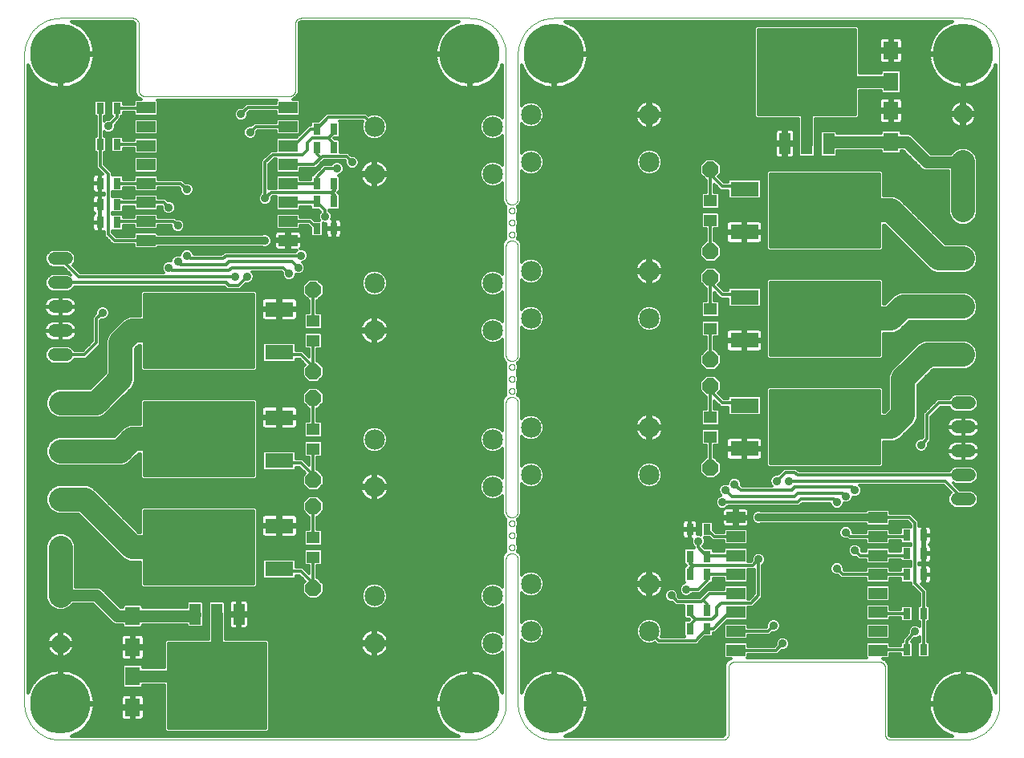
<source format=gtl>
G75*
%MOIN*%
%OFA0B0*%
%FSLAX25Y25*%
%IPPOS*%
%LPD*%
%AMOC8*
5,1,8,0,0,1.08239X$1,22.5*
%
%ADD10C,0.00000*%
%ADD11R,0.06299X0.07480*%
%ADD12R,0.04800X0.08800*%
%ADD13R,0.14173X0.08661*%
%ADD14C,0.07874*%
%ADD15R,0.11811X0.06299*%
%ADD16R,0.22500X0.19000*%
%ADD17R,0.03150X0.04724*%
%ADD18C,0.01200*%
%ADD19OC8,0.06600*%
%ADD20R,0.05512X0.04724*%
%ADD21C,0.08500*%
%ADD22C,0.25000*%
%ADD23C,0.05200*%
%ADD24R,0.07874X0.04724*%
%ADD25C,0.10000*%
%ADD26C,0.05000*%
%ADD27C,0.01600*%
%ADD28C,0.03562*%
%ADD29C,0.03200*%
D10*
X0021300Y0021600D02*
X0021300Y0291600D01*
X0021304Y0291962D01*
X0021318Y0292325D01*
X0021339Y0292687D01*
X0021370Y0293048D01*
X0021409Y0293408D01*
X0021457Y0293767D01*
X0021514Y0294125D01*
X0021579Y0294482D01*
X0021653Y0294837D01*
X0021736Y0295190D01*
X0021827Y0295541D01*
X0021926Y0295889D01*
X0022034Y0296235D01*
X0022150Y0296579D01*
X0022275Y0296919D01*
X0022407Y0297256D01*
X0022548Y0297590D01*
X0022697Y0297921D01*
X0022854Y0298248D01*
X0023018Y0298571D01*
X0023190Y0298890D01*
X0023370Y0299204D01*
X0023558Y0299515D01*
X0023753Y0299820D01*
X0023955Y0300121D01*
X0024165Y0300417D01*
X0024381Y0300707D01*
X0024605Y0300993D01*
X0024835Y0301273D01*
X0025072Y0301547D01*
X0025316Y0301815D01*
X0025566Y0302078D01*
X0025822Y0302334D01*
X0026085Y0302584D01*
X0026353Y0302828D01*
X0026627Y0303065D01*
X0026907Y0303295D01*
X0027193Y0303519D01*
X0027483Y0303735D01*
X0027779Y0303945D01*
X0028080Y0304147D01*
X0028385Y0304342D01*
X0028696Y0304530D01*
X0029010Y0304710D01*
X0029329Y0304882D01*
X0029652Y0305046D01*
X0029979Y0305203D01*
X0030310Y0305352D01*
X0030644Y0305493D01*
X0030981Y0305625D01*
X0031321Y0305750D01*
X0031665Y0305866D01*
X0032011Y0305974D01*
X0032359Y0306073D01*
X0032710Y0306164D01*
X0033063Y0306247D01*
X0033418Y0306321D01*
X0033775Y0306386D01*
X0034133Y0306443D01*
X0034492Y0306491D01*
X0034852Y0306530D01*
X0035213Y0306561D01*
X0035575Y0306582D01*
X0035938Y0306596D01*
X0036300Y0306600D01*
X0066300Y0306600D01*
X0066398Y0306598D01*
X0066496Y0306592D01*
X0066594Y0306583D01*
X0066691Y0306569D01*
X0066788Y0306552D01*
X0066884Y0306531D01*
X0066979Y0306506D01*
X0067073Y0306478D01*
X0067165Y0306445D01*
X0067257Y0306410D01*
X0067347Y0306370D01*
X0067435Y0306328D01*
X0067522Y0306281D01*
X0067606Y0306232D01*
X0067689Y0306179D01*
X0067769Y0306123D01*
X0067848Y0306063D01*
X0067924Y0306001D01*
X0067997Y0305936D01*
X0068068Y0305868D01*
X0068136Y0305797D01*
X0068201Y0305724D01*
X0068263Y0305648D01*
X0068323Y0305569D01*
X0068379Y0305489D01*
X0068432Y0305406D01*
X0068481Y0305322D01*
X0068528Y0305235D01*
X0068570Y0305147D01*
X0068610Y0305057D01*
X0068645Y0304965D01*
X0068678Y0304873D01*
X0068706Y0304779D01*
X0068731Y0304684D01*
X0068752Y0304588D01*
X0068769Y0304491D01*
X0068783Y0304394D01*
X0068792Y0304296D01*
X0068798Y0304198D01*
X0068800Y0304100D01*
X0068800Y0276600D01*
X0068802Y0276502D01*
X0068808Y0276404D01*
X0068817Y0276306D01*
X0068831Y0276209D01*
X0068848Y0276112D01*
X0068869Y0276016D01*
X0068894Y0275921D01*
X0068922Y0275827D01*
X0068955Y0275735D01*
X0068990Y0275643D01*
X0069030Y0275553D01*
X0069072Y0275465D01*
X0069119Y0275378D01*
X0069168Y0275294D01*
X0069221Y0275211D01*
X0069277Y0275131D01*
X0069337Y0275052D01*
X0069399Y0274976D01*
X0069464Y0274903D01*
X0069532Y0274832D01*
X0069603Y0274764D01*
X0069676Y0274699D01*
X0069752Y0274637D01*
X0069831Y0274577D01*
X0069911Y0274521D01*
X0069994Y0274468D01*
X0070078Y0274419D01*
X0070165Y0274372D01*
X0070253Y0274330D01*
X0070343Y0274290D01*
X0070435Y0274255D01*
X0070527Y0274222D01*
X0070621Y0274194D01*
X0070716Y0274169D01*
X0070812Y0274148D01*
X0070909Y0274131D01*
X0071006Y0274117D01*
X0071104Y0274108D01*
X0071202Y0274102D01*
X0071300Y0274100D01*
X0131300Y0274100D01*
X0131398Y0274102D01*
X0131496Y0274108D01*
X0131594Y0274117D01*
X0131691Y0274131D01*
X0131788Y0274148D01*
X0131884Y0274169D01*
X0131979Y0274194D01*
X0132073Y0274222D01*
X0132165Y0274255D01*
X0132257Y0274290D01*
X0132347Y0274330D01*
X0132435Y0274372D01*
X0132522Y0274419D01*
X0132606Y0274468D01*
X0132689Y0274521D01*
X0132769Y0274577D01*
X0132848Y0274637D01*
X0132924Y0274699D01*
X0132997Y0274764D01*
X0133068Y0274832D01*
X0133136Y0274903D01*
X0133201Y0274976D01*
X0133263Y0275052D01*
X0133323Y0275131D01*
X0133379Y0275211D01*
X0133432Y0275294D01*
X0133481Y0275378D01*
X0133528Y0275465D01*
X0133570Y0275553D01*
X0133610Y0275643D01*
X0133645Y0275735D01*
X0133678Y0275827D01*
X0133706Y0275921D01*
X0133731Y0276016D01*
X0133752Y0276112D01*
X0133769Y0276209D01*
X0133783Y0276306D01*
X0133792Y0276404D01*
X0133798Y0276502D01*
X0133800Y0276600D01*
X0133800Y0304100D01*
X0133802Y0304198D01*
X0133808Y0304296D01*
X0133817Y0304394D01*
X0133831Y0304491D01*
X0133848Y0304588D01*
X0133869Y0304684D01*
X0133894Y0304779D01*
X0133922Y0304873D01*
X0133955Y0304965D01*
X0133990Y0305057D01*
X0134030Y0305147D01*
X0134072Y0305235D01*
X0134119Y0305322D01*
X0134168Y0305406D01*
X0134221Y0305489D01*
X0134277Y0305569D01*
X0134337Y0305648D01*
X0134399Y0305724D01*
X0134464Y0305797D01*
X0134532Y0305868D01*
X0134603Y0305936D01*
X0134676Y0306001D01*
X0134752Y0306063D01*
X0134831Y0306123D01*
X0134911Y0306179D01*
X0134994Y0306232D01*
X0135078Y0306281D01*
X0135165Y0306328D01*
X0135253Y0306370D01*
X0135343Y0306410D01*
X0135435Y0306445D01*
X0135527Y0306478D01*
X0135621Y0306506D01*
X0135716Y0306531D01*
X0135812Y0306552D01*
X0135909Y0306569D01*
X0136006Y0306583D01*
X0136104Y0306592D01*
X0136202Y0306598D01*
X0136300Y0306600D01*
X0206300Y0306600D01*
X0206662Y0306596D01*
X0207025Y0306582D01*
X0207387Y0306561D01*
X0207748Y0306530D01*
X0208108Y0306491D01*
X0208467Y0306443D01*
X0208825Y0306386D01*
X0209182Y0306321D01*
X0209537Y0306247D01*
X0209890Y0306164D01*
X0210241Y0306073D01*
X0210589Y0305974D01*
X0210935Y0305866D01*
X0211279Y0305750D01*
X0211619Y0305625D01*
X0211956Y0305493D01*
X0212290Y0305352D01*
X0212621Y0305203D01*
X0212948Y0305046D01*
X0213271Y0304882D01*
X0213590Y0304710D01*
X0213904Y0304530D01*
X0214215Y0304342D01*
X0214520Y0304147D01*
X0214821Y0303945D01*
X0215117Y0303735D01*
X0215407Y0303519D01*
X0215693Y0303295D01*
X0215973Y0303065D01*
X0216247Y0302828D01*
X0216515Y0302584D01*
X0216778Y0302334D01*
X0217034Y0302078D01*
X0217284Y0301815D01*
X0217528Y0301547D01*
X0217765Y0301273D01*
X0217995Y0300993D01*
X0218219Y0300707D01*
X0218435Y0300417D01*
X0218645Y0300121D01*
X0218847Y0299820D01*
X0219042Y0299515D01*
X0219230Y0299204D01*
X0219410Y0298890D01*
X0219582Y0298571D01*
X0219746Y0298248D01*
X0219903Y0297921D01*
X0220052Y0297590D01*
X0220193Y0297256D01*
X0220325Y0296919D01*
X0220450Y0296579D01*
X0220566Y0296235D01*
X0220674Y0295889D01*
X0220773Y0295541D01*
X0220864Y0295190D01*
X0220947Y0294837D01*
X0221021Y0294482D01*
X0221086Y0294125D01*
X0221143Y0293767D01*
X0221191Y0293408D01*
X0221230Y0293048D01*
X0221261Y0292687D01*
X0221282Y0292325D01*
X0221296Y0291962D01*
X0221300Y0291600D01*
X0221300Y0231600D01*
X0221302Y0231502D01*
X0221308Y0231404D01*
X0221317Y0231306D01*
X0221331Y0231209D01*
X0221348Y0231112D01*
X0221369Y0231016D01*
X0221394Y0230921D01*
X0221422Y0230827D01*
X0221455Y0230735D01*
X0221490Y0230643D01*
X0221530Y0230553D01*
X0221572Y0230465D01*
X0221619Y0230378D01*
X0221668Y0230294D01*
X0221721Y0230211D01*
X0221777Y0230131D01*
X0221837Y0230052D01*
X0221899Y0229976D01*
X0221964Y0229903D01*
X0222032Y0229832D01*
X0222103Y0229764D01*
X0222176Y0229699D01*
X0222252Y0229637D01*
X0222331Y0229577D01*
X0222411Y0229521D01*
X0222494Y0229468D01*
X0222578Y0229419D01*
X0222665Y0229372D01*
X0222753Y0229330D01*
X0222843Y0229290D01*
X0222935Y0229255D01*
X0223027Y0229222D01*
X0223121Y0229194D01*
X0223216Y0229169D01*
X0223312Y0229148D01*
X0223409Y0229131D01*
X0223506Y0229117D01*
X0223604Y0229108D01*
X0223702Y0229102D01*
X0223800Y0229100D01*
X0223898Y0229102D01*
X0223996Y0229108D01*
X0224094Y0229117D01*
X0224191Y0229131D01*
X0224288Y0229148D01*
X0224384Y0229169D01*
X0224479Y0229194D01*
X0224573Y0229222D01*
X0224665Y0229255D01*
X0224757Y0229290D01*
X0224847Y0229330D01*
X0224935Y0229372D01*
X0225022Y0229419D01*
X0225106Y0229468D01*
X0225189Y0229521D01*
X0225269Y0229577D01*
X0225348Y0229637D01*
X0225424Y0229699D01*
X0225497Y0229764D01*
X0225568Y0229832D01*
X0225636Y0229903D01*
X0225701Y0229976D01*
X0225763Y0230052D01*
X0225823Y0230131D01*
X0225879Y0230211D01*
X0225932Y0230294D01*
X0225981Y0230378D01*
X0226028Y0230465D01*
X0226070Y0230553D01*
X0226110Y0230643D01*
X0226145Y0230735D01*
X0226178Y0230827D01*
X0226206Y0230921D01*
X0226231Y0231016D01*
X0226252Y0231112D01*
X0226269Y0231209D01*
X0226283Y0231306D01*
X0226292Y0231404D01*
X0226298Y0231502D01*
X0226300Y0231600D01*
X0226300Y0291600D01*
X0226304Y0291962D01*
X0226318Y0292325D01*
X0226339Y0292687D01*
X0226370Y0293048D01*
X0226409Y0293408D01*
X0226457Y0293767D01*
X0226514Y0294125D01*
X0226579Y0294482D01*
X0226653Y0294837D01*
X0226736Y0295190D01*
X0226827Y0295541D01*
X0226926Y0295889D01*
X0227034Y0296235D01*
X0227150Y0296579D01*
X0227275Y0296919D01*
X0227407Y0297256D01*
X0227548Y0297590D01*
X0227697Y0297921D01*
X0227854Y0298248D01*
X0228018Y0298571D01*
X0228190Y0298890D01*
X0228370Y0299204D01*
X0228558Y0299515D01*
X0228753Y0299820D01*
X0228955Y0300121D01*
X0229165Y0300417D01*
X0229381Y0300707D01*
X0229605Y0300993D01*
X0229835Y0301273D01*
X0230072Y0301547D01*
X0230316Y0301815D01*
X0230566Y0302078D01*
X0230822Y0302334D01*
X0231085Y0302584D01*
X0231353Y0302828D01*
X0231627Y0303065D01*
X0231907Y0303295D01*
X0232193Y0303519D01*
X0232483Y0303735D01*
X0232779Y0303945D01*
X0233080Y0304147D01*
X0233385Y0304342D01*
X0233696Y0304530D01*
X0234010Y0304710D01*
X0234329Y0304882D01*
X0234652Y0305046D01*
X0234979Y0305203D01*
X0235310Y0305352D01*
X0235644Y0305493D01*
X0235981Y0305625D01*
X0236321Y0305750D01*
X0236665Y0305866D01*
X0237011Y0305974D01*
X0237359Y0306073D01*
X0237710Y0306164D01*
X0238063Y0306247D01*
X0238418Y0306321D01*
X0238775Y0306386D01*
X0239133Y0306443D01*
X0239492Y0306491D01*
X0239852Y0306530D01*
X0240213Y0306561D01*
X0240575Y0306582D01*
X0240938Y0306596D01*
X0241300Y0306600D01*
X0411300Y0306600D01*
X0411662Y0306596D01*
X0412025Y0306582D01*
X0412387Y0306561D01*
X0412748Y0306530D01*
X0413108Y0306491D01*
X0413467Y0306443D01*
X0413825Y0306386D01*
X0414182Y0306321D01*
X0414537Y0306247D01*
X0414890Y0306164D01*
X0415241Y0306073D01*
X0415589Y0305974D01*
X0415935Y0305866D01*
X0416279Y0305750D01*
X0416619Y0305625D01*
X0416956Y0305493D01*
X0417290Y0305352D01*
X0417621Y0305203D01*
X0417948Y0305046D01*
X0418271Y0304882D01*
X0418590Y0304710D01*
X0418904Y0304530D01*
X0419215Y0304342D01*
X0419520Y0304147D01*
X0419821Y0303945D01*
X0420117Y0303735D01*
X0420407Y0303519D01*
X0420693Y0303295D01*
X0420973Y0303065D01*
X0421247Y0302828D01*
X0421515Y0302584D01*
X0421778Y0302334D01*
X0422034Y0302078D01*
X0422284Y0301815D01*
X0422528Y0301547D01*
X0422765Y0301273D01*
X0422995Y0300993D01*
X0423219Y0300707D01*
X0423435Y0300417D01*
X0423645Y0300121D01*
X0423847Y0299820D01*
X0424042Y0299515D01*
X0424230Y0299204D01*
X0424410Y0298890D01*
X0424582Y0298571D01*
X0424746Y0298248D01*
X0424903Y0297921D01*
X0425052Y0297590D01*
X0425193Y0297256D01*
X0425325Y0296919D01*
X0425450Y0296579D01*
X0425566Y0296235D01*
X0425674Y0295889D01*
X0425773Y0295541D01*
X0425864Y0295190D01*
X0425947Y0294837D01*
X0426021Y0294482D01*
X0426086Y0294125D01*
X0426143Y0293767D01*
X0426191Y0293408D01*
X0426230Y0293048D01*
X0426261Y0292687D01*
X0426282Y0292325D01*
X0426296Y0291962D01*
X0426300Y0291600D01*
X0426300Y0021600D01*
X0426296Y0021238D01*
X0426282Y0020875D01*
X0426261Y0020513D01*
X0426230Y0020152D01*
X0426191Y0019792D01*
X0426143Y0019433D01*
X0426086Y0019075D01*
X0426021Y0018718D01*
X0425947Y0018363D01*
X0425864Y0018010D01*
X0425773Y0017659D01*
X0425674Y0017311D01*
X0425566Y0016965D01*
X0425450Y0016621D01*
X0425325Y0016281D01*
X0425193Y0015944D01*
X0425052Y0015610D01*
X0424903Y0015279D01*
X0424746Y0014952D01*
X0424582Y0014629D01*
X0424410Y0014310D01*
X0424230Y0013996D01*
X0424042Y0013685D01*
X0423847Y0013380D01*
X0423645Y0013079D01*
X0423435Y0012783D01*
X0423219Y0012493D01*
X0422995Y0012207D01*
X0422765Y0011927D01*
X0422528Y0011653D01*
X0422284Y0011385D01*
X0422034Y0011122D01*
X0421778Y0010866D01*
X0421515Y0010616D01*
X0421247Y0010372D01*
X0420973Y0010135D01*
X0420693Y0009905D01*
X0420407Y0009681D01*
X0420117Y0009465D01*
X0419821Y0009255D01*
X0419520Y0009053D01*
X0419215Y0008858D01*
X0418904Y0008670D01*
X0418590Y0008490D01*
X0418271Y0008318D01*
X0417948Y0008154D01*
X0417621Y0007997D01*
X0417290Y0007848D01*
X0416956Y0007707D01*
X0416619Y0007575D01*
X0416279Y0007450D01*
X0415935Y0007334D01*
X0415589Y0007226D01*
X0415241Y0007127D01*
X0414890Y0007036D01*
X0414537Y0006953D01*
X0414182Y0006879D01*
X0413825Y0006814D01*
X0413467Y0006757D01*
X0413108Y0006709D01*
X0412748Y0006670D01*
X0412387Y0006639D01*
X0412025Y0006618D01*
X0411662Y0006604D01*
X0411300Y0006600D01*
X0381300Y0006600D01*
X0381202Y0006602D01*
X0381104Y0006608D01*
X0381006Y0006617D01*
X0380909Y0006631D01*
X0380812Y0006648D01*
X0380716Y0006669D01*
X0380621Y0006694D01*
X0380527Y0006722D01*
X0380435Y0006755D01*
X0380343Y0006790D01*
X0380253Y0006830D01*
X0380165Y0006872D01*
X0380078Y0006919D01*
X0379994Y0006968D01*
X0379911Y0007021D01*
X0379831Y0007077D01*
X0379752Y0007137D01*
X0379676Y0007199D01*
X0379603Y0007264D01*
X0379532Y0007332D01*
X0379464Y0007403D01*
X0379399Y0007476D01*
X0379337Y0007552D01*
X0379277Y0007631D01*
X0379221Y0007711D01*
X0379168Y0007794D01*
X0379119Y0007878D01*
X0379072Y0007965D01*
X0379030Y0008053D01*
X0378990Y0008143D01*
X0378955Y0008235D01*
X0378922Y0008327D01*
X0378894Y0008421D01*
X0378869Y0008516D01*
X0378848Y0008612D01*
X0378831Y0008709D01*
X0378817Y0008806D01*
X0378808Y0008904D01*
X0378802Y0009002D01*
X0378800Y0009100D01*
X0378800Y0036600D01*
X0378798Y0036698D01*
X0378792Y0036796D01*
X0378783Y0036894D01*
X0378769Y0036991D01*
X0378752Y0037088D01*
X0378731Y0037184D01*
X0378706Y0037279D01*
X0378678Y0037373D01*
X0378645Y0037465D01*
X0378610Y0037557D01*
X0378570Y0037647D01*
X0378528Y0037735D01*
X0378481Y0037822D01*
X0378432Y0037906D01*
X0378379Y0037989D01*
X0378323Y0038069D01*
X0378263Y0038148D01*
X0378201Y0038224D01*
X0378136Y0038297D01*
X0378068Y0038368D01*
X0377997Y0038436D01*
X0377924Y0038501D01*
X0377848Y0038563D01*
X0377769Y0038623D01*
X0377689Y0038679D01*
X0377606Y0038732D01*
X0377522Y0038781D01*
X0377435Y0038828D01*
X0377347Y0038870D01*
X0377257Y0038910D01*
X0377165Y0038945D01*
X0377073Y0038978D01*
X0376979Y0039006D01*
X0376884Y0039031D01*
X0376788Y0039052D01*
X0376691Y0039069D01*
X0376594Y0039083D01*
X0376496Y0039092D01*
X0376398Y0039098D01*
X0376300Y0039100D01*
X0316300Y0039100D01*
X0316202Y0039098D01*
X0316104Y0039092D01*
X0316006Y0039083D01*
X0315909Y0039069D01*
X0315812Y0039052D01*
X0315716Y0039031D01*
X0315621Y0039006D01*
X0315527Y0038978D01*
X0315435Y0038945D01*
X0315343Y0038910D01*
X0315253Y0038870D01*
X0315165Y0038828D01*
X0315078Y0038781D01*
X0314994Y0038732D01*
X0314911Y0038679D01*
X0314831Y0038623D01*
X0314752Y0038563D01*
X0314676Y0038501D01*
X0314603Y0038436D01*
X0314532Y0038368D01*
X0314464Y0038297D01*
X0314399Y0038224D01*
X0314337Y0038148D01*
X0314277Y0038069D01*
X0314221Y0037989D01*
X0314168Y0037906D01*
X0314119Y0037822D01*
X0314072Y0037735D01*
X0314030Y0037647D01*
X0313990Y0037557D01*
X0313955Y0037465D01*
X0313922Y0037373D01*
X0313894Y0037279D01*
X0313869Y0037184D01*
X0313848Y0037088D01*
X0313831Y0036991D01*
X0313817Y0036894D01*
X0313808Y0036796D01*
X0313802Y0036698D01*
X0313800Y0036600D01*
X0313800Y0009100D01*
X0313798Y0009002D01*
X0313792Y0008904D01*
X0313783Y0008806D01*
X0313769Y0008709D01*
X0313752Y0008612D01*
X0313731Y0008516D01*
X0313706Y0008421D01*
X0313678Y0008327D01*
X0313645Y0008235D01*
X0313610Y0008143D01*
X0313570Y0008053D01*
X0313528Y0007965D01*
X0313481Y0007878D01*
X0313432Y0007794D01*
X0313379Y0007711D01*
X0313323Y0007631D01*
X0313263Y0007552D01*
X0313201Y0007476D01*
X0313136Y0007403D01*
X0313068Y0007332D01*
X0312997Y0007264D01*
X0312924Y0007199D01*
X0312848Y0007137D01*
X0312769Y0007077D01*
X0312689Y0007021D01*
X0312606Y0006968D01*
X0312522Y0006919D01*
X0312435Y0006872D01*
X0312347Y0006830D01*
X0312257Y0006790D01*
X0312165Y0006755D01*
X0312073Y0006722D01*
X0311979Y0006694D01*
X0311884Y0006669D01*
X0311788Y0006648D01*
X0311691Y0006631D01*
X0311594Y0006617D01*
X0311496Y0006608D01*
X0311398Y0006602D01*
X0311300Y0006600D01*
X0241300Y0006600D01*
X0240938Y0006604D01*
X0240575Y0006618D01*
X0240213Y0006639D01*
X0239852Y0006670D01*
X0239492Y0006709D01*
X0239133Y0006757D01*
X0238775Y0006814D01*
X0238418Y0006879D01*
X0238063Y0006953D01*
X0237710Y0007036D01*
X0237359Y0007127D01*
X0237011Y0007226D01*
X0236665Y0007334D01*
X0236321Y0007450D01*
X0235981Y0007575D01*
X0235644Y0007707D01*
X0235310Y0007848D01*
X0234979Y0007997D01*
X0234652Y0008154D01*
X0234329Y0008318D01*
X0234010Y0008490D01*
X0233696Y0008670D01*
X0233385Y0008858D01*
X0233080Y0009053D01*
X0232779Y0009255D01*
X0232483Y0009465D01*
X0232193Y0009681D01*
X0231907Y0009905D01*
X0231627Y0010135D01*
X0231353Y0010372D01*
X0231085Y0010616D01*
X0230822Y0010866D01*
X0230566Y0011122D01*
X0230316Y0011385D01*
X0230072Y0011653D01*
X0229835Y0011927D01*
X0229605Y0012207D01*
X0229381Y0012493D01*
X0229165Y0012783D01*
X0228955Y0013079D01*
X0228753Y0013380D01*
X0228558Y0013685D01*
X0228370Y0013996D01*
X0228190Y0014310D01*
X0228018Y0014629D01*
X0227854Y0014952D01*
X0227697Y0015279D01*
X0227548Y0015610D01*
X0227407Y0015944D01*
X0227275Y0016281D01*
X0227150Y0016621D01*
X0227034Y0016965D01*
X0226926Y0017311D01*
X0226827Y0017659D01*
X0226736Y0018010D01*
X0226653Y0018363D01*
X0226579Y0018718D01*
X0226514Y0019075D01*
X0226457Y0019433D01*
X0226409Y0019792D01*
X0226370Y0020152D01*
X0226339Y0020513D01*
X0226318Y0020875D01*
X0226304Y0021238D01*
X0226300Y0021600D01*
X0226300Y0081600D01*
X0226298Y0081698D01*
X0226292Y0081796D01*
X0226283Y0081894D01*
X0226269Y0081991D01*
X0226252Y0082088D01*
X0226231Y0082184D01*
X0226206Y0082279D01*
X0226178Y0082373D01*
X0226145Y0082465D01*
X0226110Y0082557D01*
X0226070Y0082647D01*
X0226028Y0082735D01*
X0225981Y0082822D01*
X0225932Y0082906D01*
X0225879Y0082989D01*
X0225823Y0083069D01*
X0225763Y0083148D01*
X0225701Y0083224D01*
X0225636Y0083297D01*
X0225568Y0083368D01*
X0225497Y0083436D01*
X0225424Y0083501D01*
X0225348Y0083563D01*
X0225269Y0083623D01*
X0225189Y0083679D01*
X0225106Y0083732D01*
X0225022Y0083781D01*
X0224935Y0083828D01*
X0224847Y0083870D01*
X0224757Y0083910D01*
X0224665Y0083945D01*
X0224573Y0083978D01*
X0224479Y0084006D01*
X0224384Y0084031D01*
X0224288Y0084052D01*
X0224191Y0084069D01*
X0224094Y0084083D01*
X0223996Y0084092D01*
X0223898Y0084098D01*
X0223800Y0084100D01*
X0223702Y0084098D01*
X0223604Y0084092D01*
X0223506Y0084083D01*
X0223409Y0084069D01*
X0223312Y0084052D01*
X0223216Y0084031D01*
X0223121Y0084006D01*
X0223027Y0083978D01*
X0222935Y0083945D01*
X0222843Y0083910D01*
X0222753Y0083870D01*
X0222665Y0083828D01*
X0222578Y0083781D01*
X0222494Y0083732D01*
X0222411Y0083679D01*
X0222331Y0083623D01*
X0222252Y0083563D01*
X0222176Y0083501D01*
X0222103Y0083436D01*
X0222032Y0083368D01*
X0221964Y0083297D01*
X0221899Y0083224D01*
X0221837Y0083148D01*
X0221777Y0083069D01*
X0221721Y0082989D01*
X0221668Y0082906D01*
X0221619Y0082822D01*
X0221572Y0082735D01*
X0221530Y0082647D01*
X0221490Y0082557D01*
X0221455Y0082465D01*
X0221422Y0082373D01*
X0221394Y0082279D01*
X0221369Y0082184D01*
X0221348Y0082088D01*
X0221331Y0081991D01*
X0221317Y0081894D01*
X0221308Y0081796D01*
X0221302Y0081698D01*
X0221300Y0081600D01*
X0221300Y0021600D01*
X0221296Y0021238D01*
X0221282Y0020875D01*
X0221261Y0020513D01*
X0221230Y0020152D01*
X0221191Y0019792D01*
X0221143Y0019433D01*
X0221086Y0019075D01*
X0221021Y0018718D01*
X0220947Y0018363D01*
X0220864Y0018010D01*
X0220773Y0017659D01*
X0220674Y0017311D01*
X0220566Y0016965D01*
X0220450Y0016621D01*
X0220325Y0016281D01*
X0220193Y0015944D01*
X0220052Y0015610D01*
X0219903Y0015279D01*
X0219746Y0014952D01*
X0219582Y0014629D01*
X0219410Y0014310D01*
X0219230Y0013996D01*
X0219042Y0013685D01*
X0218847Y0013380D01*
X0218645Y0013079D01*
X0218435Y0012783D01*
X0218219Y0012493D01*
X0217995Y0012207D01*
X0217765Y0011927D01*
X0217528Y0011653D01*
X0217284Y0011385D01*
X0217034Y0011122D01*
X0216778Y0010866D01*
X0216515Y0010616D01*
X0216247Y0010372D01*
X0215973Y0010135D01*
X0215693Y0009905D01*
X0215407Y0009681D01*
X0215117Y0009465D01*
X0214821Y0009255D01*
X0214520Y0009053D01*
X0214215Y0008858D01*
X0213904Y0008670D01*
X0213590Y0008490D01*
X0213271Y0008318D01*
X0212948Y0008154D01*
X0212621Y0007997D01*
X0212290Y0007848D01*
X0211956Y0007707D01*
X0211619Y0007575D01*
X0211279Y0007450D01*
X0210935Y0007334D01*
X0210589Y0007226D01*
X0210241Y0007127D01*
X0209890Y0007036D01*
X0209537Y0006953D01*
X0209182Y0006879D01*
X0208825Y0006814D01*
X0208467Y0006757D01*
X0208108Y0006709D01*
X0207748Y0006670D01*
X0207387Y0006639D01*
X0207025Y0006618D01*
X0206662Y0006604D01*
X0206300Y0006600D01*
X0036300Y0006600D01*
X0035938Y0006604D01*
X0035575Y0006618D01*
X0035213Y0006639D01*
X0034852Y0006670D01*
X0034492Y0006709D01*
X0034133Y0006757D01*
X0033775Y0006814D01*
X0033418Y0006879D01*
X0033063Y0006953D01*
X0032710Y0007036D01*
X0032359Y0007127D01*
X0032011Y0007226D01*
X0031665Y0007334D01*
X0031321Y0007450D01*
X0030981Y0007575D01*
X0030644Y0007707D01*
X0030310Y0007848D01*
X0029979Y0007997D01*
X0029652Y0008154D01*
X0029329Y0008318D01*
X0029010Y0008490D01*
X0028696Y0008670D01*
X0028385Y0008858D01*
X0028080Y0009053D01*
X0027779Y0009255D01*
X0027483Y0009465D01*
X0027193Y0009681D01*
X0026907Y0009905D01*
X0026627Y0010135D01*
X0026353Y0010372D01*
X0026085Y0010616D01*
X0025822Y0010866D01*
X0025566Y0011122D01*
X0025316Y0011385D01*
X0025072Y0011653D01*
X0024835Y0011927D01*
X0024605Y0012207D01*
X0024381Y0012493D01*
X0024165Y0012783D01*
X0023955Y0013079D01*
X0023753Y0013380D01*
X0023558Y0013685D01*
X0023370Y0013996D01*
X0023190Y0014310D01*
X0023018Y0014629D01*
X0022854Y0014952D01*
X0022697Y0015279D01*
X0022548Y0015610D01*
X0022407Y0015944D01*
X0022275Y0016281D01*
X0022150Y0016621D01*
X0022034Y0016965D01*
X0021926Y0017311D01*
X0021827Y0017659D01*
X0021736Y0018010D01*
X0021653Y0018363D01*
X0021579Y0018718D01*
X0021514Y0019075D01*
X0021457Y0019433D01*
X0021409Y0019792D01*
X0021370Y0020152D01*
X0021339Y0020513D01*
X0021318Y0020875D01*
X0021304Y0021238D01*
X0021300Y0021600D01*
X0221300Y0101600D02*
X0221300Y0146600D01*
X0221302Y0146698D01*
X0221308Y0146796D01*
X0221317Y0146894D01*
X0221331Y0146991D01*
X0221348Y0147088D01*
X0221369Y0147184D01*
X0221394Y0147279D01*
X0221422Y0147373D01*
X0221455Y0147465D01*
X0221490Y0147557D01*
X0221530Y0147647D01*
X0221572Y0147735D01*
X0221619Y0147822D01*
X0221668Y0147906D01*
X0221721Y0147989D01*
X0221777Y0148069D01*
X0221837Y0148148D01*
X0221899Y0148224D01*
X0221964Y0148297D01*
X0222032Y0148368D01*
X0222103Y0148436D01*
X0222176Y0148501D01*
X0222252Y0148563D01*
X0222331Y0148623D01*
X0222411Y0148679D01*
X0222494Y0148732D01*
X0222578Y0148781D01*
X0222665Y0148828D01*
X0222753Y0148870D01*
X0222843Y0148910D01*
X0222935Y0148945D01*
X0223027Y0148978D01*
X0223121Y0149006D01*
X0223216Y0149031D01*
X0223312Y0149052D01*
X0223409Y0149069D01*
X0223506Y0149083D01*
X0223604Y0149092D01*
X0223702Y0149098D01*
X0223800Y0149100D01*
X0223898Y0149098D01*
X0223996Y0149092D01*
X0224094Y0149083D01*
X0224191Y0149069D01*
X0224288Y0149052D01*
X0224384Y0149031D01*
X0224479Y0149006D01*
X0224573Y0148978D01*
X0224665Y0148945D01*
X0224757Y0148910D01*
X0224847Y0148870D01*
X0224935Y0148828D01*
X0225022Y0148781D01*
X0225106Y0148732D01*
X0225189Y0148679D01*
X0225269Y0148623D01*
X0225348Y0148563D01*
X0225424Y0148501D01*
X0225497Y0148436D01*
X0225568Y0148368D01*
X0225636Y0148297D01*
X0225701Y0148224D01*
X0225763Y0148148D01*
X0225823Y0148069D01*
X0225879Y0147989D01*
X0225932Y0147906D01*
X0225981Y0147822D01*
X0226028Y0147735D01*
X0226070Y0147647D01*
X0226110Y0147557D01*
X0226145Y0147465D01*
X0226178Y0147373D01*
X0226206Y0147279D01*
X0226231Y0147184D01*
X0226252Y0147088D01*
X0226269Y0146991D01*
X0226283Y0146894D01*
X0226292Y0146796D01*
X0226298Y0146698D01*
X0226300Y0146600D01*
X0226300Y0101600D01*
X0226298Y0101502D01*
X0226292Y0101404D01*
X0226283Y0101306D01*
X0226269Y0101209D01*
X0226252Y0101112D01*
X0226231Y0101016D01*
X0226206Y0100921D01*
X0226178Y0100827D01*
X0226145Y0100735D01*
X0226110Y0100643D01*
X0226070Y0100553D01*
X0226028Y0100465D01*
X0225981Y0100378D01*
X0225932Y0100294D01*
X0225879Y0100211D01*
X0225823Y0100131D01*
X0225763Y0100052D01*
X0225701Y0099976D01*
X0225636Y0099903D01*
X0225568Y0099832D01*
X0225497Y0099764D01*
X0225424Y0099699D01*
X0225348Y0099637D01*
X0225269Y0099577D01*
X0225189Y0099521D01*
X0225106Y0099468D01*
X0225022Y0099419D01*
X0224935Y0099372D01*
X0224847Y0099330D01*
X0224757Y0099290D01*
X0224665Y0099255D01*
X0224573Y0099222D01*
X0224479Y0099194D01*
X0224384Y0099169D01*
X0224288Y0099148D01*
X0224191Y0099131D01*
X0224094Y0099117D01*
X0223996Y0099108D01*
X0223898Y0099102D01*
X0223800Y0099100D01*
X0223702Y0099102D01*
X0223604Y0099108D01*
X0223506Y0099117D01*
X0223409Y0099131D01*
X0223312Y0099148D01*
X0223216Y0099169D01*
X0223121Y0099194D01*
X0223027Y0099222D01*
X0222935Y0099255D01*
X0222843Y0099290D01*
X0222753Y0099330D01*
X0222665Y0099372D01*
X0222578Y0099419D01*
X0222494Y0099468D01*
X0222411Y0099521D01*
X0222331Y0099577D01*
X0222252Y0099637D01*
X0222176Y0099699D01*
X0222103Y0099764D01*
X0222032Y0099832D01*
X0221964Y0099903D01*
X0221899Y0099976D01*
X0221837Y0100052D01*
X0221777Y0100131D01*
X0221721Y0100211D01*
X0221668Y0100294D01*
X0221619Y0100378D01*
X0221572Y0100465D01*
X0221530Y0100553D01*
X0221490Y0100643D01*
X0221455Y0100735D01*
X0221422Y0100827D01*
X0221394Y0100921D01*
X0221369Y0101016D01*
X0221348Y0101112D01*
X0221331Y0101209D01*
X0221317Y0101306D01*
X0221308Y0101404D01*
X0221302Y0101502D01*
X0221300Y0101600D01*
X0222619Y0096600D02*
X0222621Y0096669D01*
X0222627Y0096737D01*
X0222637Y0096805D01*
X0222651Y0096872D01*
X0222669Y0096939D01*
X0222690Y0097004D01*
X0222716Y0097068D01*
X0222745Y0097130D01*
X0222777Y0097190D01*
X0222813Y0097249D01*
X0222853Y0097305D01*
X0222895Y0097359D01*
X0222941Y0097410D01*
X0222990Y0097459D01*
X0223041Y0097505D01*
X0223095Y0097547D01*
X0223151Y0097587D01*
X0223209Y0097623D01*
X0223270Y0097655D01*
X0223332Y0097684D01*
X0223396Y0097710D01*
X0223461Y0097731D01*
X0223528Y0097749D01*
X0223595Y0097763D01*
X0223663Y0097773D01*
X0223731Y0097779D01*
X0223800Y0097781D01*
X0223869Y0097779D01*
X0223937Y0097773D01*
X0224005Y0097763D01*
X0224072Y0097749D01*
X0224139Y0097731D01*
X0224204Y0097710D01*
X0224268Y0097684D01*
X0224330Y0097655D01*
X0224390Y0097623D01*
X0224449Y0097587D01*
X0224505Y0097547D01*
X0224559Y0097505D01*
X0224610Y0097459D01*
X0224659Y0097410D01*
X0224705Y0097359D01*
X0224747Y0097305D01*
X0224787Y0097249D01*
X0224823Y0097190D01*
X0224855Y0097130D01*
X0224884Y0097068D01*
X0224910Y0097004D01*
X0224931Y0096939D01*
X0224949Y0096872D01*
X0224963Y0096805D01*
X0224973Y0096737D01*
X0224979Y0096669D01*
X0224981Y0096600D01*
X0224979Y0096531D01*
X0224973Y0096463D01*
X0224963Y0096395D01*
X0224949Y0096328D01*
X0224931Y0096261D01*
X0224910Y0096196D01*
X0224884Y0096132D01*
X0224855Y0096070D01*
X0224823Y0096009D01*
X0224787Y0095951D01*
X0224747Y0095895D01*
X0224705Y0095841D01*
X0224659Y0095790D01*
X0224610Y0095741D01*
X0224559Y0095695D01*
X0224505Y0095653D01*
X0224449Y0095613D01*
X0224391Y0095577D01*
X0224330Y0095545D01*
X0224268Y0095516D01*
X0224204Y0095490D01*
X0224139Y0095469D01*
X0224072Y0095451D01*
X0224005Y0095437D01*
X0223937Y0095427D01*
X0223869Y0095421D01*
X0223800Y0095419D01*
X0223731Y0095421D01*
X0223663Y0095427D01*
X0223595Y0095437D01*
X0223528Y0095451D01*
X0223461Y0095469D01*
X0223396Y0095490D01*
X0223332Y0095516D01*
X0223270Y0095545D01*
X0223209Y0095577D01*
X0223151Y0095613D01*
X0223095Y0095653D01*
X0223041Y0095695D01*
X0222990Y0095741D01*
X0222941Y0095790D01*
X0222895Y0095841D01*
X0222853Y0095895D01*
X0222813Y0095951D01*
X0222777Y0096009D01*
X0222745Y0096070D01*
X0222716Y0096132D01*
X0222690Y0096196D01*
X0222669Y0096261D01*
X0222651Y0096328D01*
X0222637Y0096395D01*
X0222627Y0096463D01*
X0222621Y0096531D01*
X0222619Y0096600D01*
X0222619Y0091600D02*
X0222621Y0091669D01*
X0222627Y0091737D01*
X0222637Y0091805D01*
X0222651Y0091872D01*
X0222669Y0091939D01*
X0222690Y0092004D01*
X0222716Y0092068D01*
X0222745Y0092130D01*
X0222777Y0092190D01*
X0222813Y0092249D01*
X0222853Y0092305D01*
X0222895Y0092359D01*
X0222941Y0092410D01*
X0222990Y0092459D01*
X0223041Y0092505D01*
X0223095Y0092547D01*
X0223151Y0092587D01*
X0223209Y0092623D01*
X0223270Y0092655D01*
X0223332Y0092684D01*
X0223396Y0092710D01*
X0223461Y0092731D01*
X0223528Y0092749D01*
X0223595Y0092763D01*
X0223663Y0092773D01*
X0223731Y0092779D01*
X0223800Y0092781D01*
X0223869Y0092779D01*
X0223937Y0092773D01*
X0224005Y0092763D01*
X0224072Y0092749D01*
X0224139Y0092731D01*
X0224204Y0092710D01*
X0224268Y0092684D01*
X0224330Y0092655D01*
X0224390Y0092623D01*
X0224449Y0092587D01*
X0224505Y0092547D01*
X0224559Y0092505D01*
X0224610Y0092459D01*
X0224659Y0092410D01*
X0224705Y0092359D01*
X0224747Y0092305D01*
X0224787Y0092249D01*
X0224823Y0092190D01*
X0224855Y0092130D01*
X0224884Y0092068D01*
X0224910Y0092004D01*
X0224931Y0091939D01*
X0224949Y0091872D01*
X0224963Y0091805D01*
X0224973Y0091737D01*
X0224979Y0091669D01*
X0224981Y0091600D01*
X0224979Y0091531D01*
X0224973Y0091463D01*
X0224963Y0091395D01*
X0224949Y0091328D01*
X0224931Y0091261D01*
X0224910Y0091196D01*
X0224884Y0091132D01*
X0224855Y0091070D01*
X0224823Y0091009D01*
X0224787Y0090951D01*
X0224747Y0090895D01*
X0224705Y0090841D01*
X0224659Y0090790D01*
X0224610Y0090741D01*
X0224559Y0090695D01*
X0224505Y0090653D01*
X0224449Y0090613D01*
X0224391Y0090577D01*
X0224330Y0090545D01*
X0224268Y0090516D01*
X0224204Y0090490D01*
X0224139Y0090469D01*
X0224072Y0090451D01*
X0224005Y0090437D01*
X0223937Y0090427D01*
X0223869Y0090421D01*
X0223800Y0090419D01*
X0223731Y0090421D01*
X0223663Y0090427D01*
X0223595Y0090437D01*
X0223528Y0090451D01*
X0223461Y0090469D01*
X0223396Y0090490D01*
X0223332Y0090516D01*
X0223270Y0090545D01*
X0223209Y0090577D01*
X0223151Y0090613D01*
X0223095Y0090653D01*
X0223041Y0090695D01*
X0222990Y0090741D01*
X0222941Y0090790D01*
X0222895Y0090841D01*
X0222853Y0090895D01*
X0222813Y0090951D01*
X0222777Y0091009D01*
X0222745Y0091070D01*
X0222716Y0091132D01*
X0222690Y0091196D01*
X0222669Y0091261D01*
X0222651Y0091328D01*
X0222637Y0091395D01*
X0222627Y0091463D01*
X0222621Y0091531D01*
X0222619Y0091600D01*
X0222619Y0086600D02*
X0222621Y0086669D01*
X0222627Y0086737D01*
X0222637Y0086805D01*
X0222651Y0086872D01*
X0222669Y0086939D01*
X0222690Y0087004D01*
X0222716Y0087068D01*
X0222745Y0087130D01*
X0222777Y0087190D01*
X0222813Y0087249D01*
X0222853Y0087305D01*
X0222895Y0087359D01*
X0222941Y0087410D01*
X0222990Y0087459D01*
X0223041Y0087505D01*
X0223095Y0087547D01*
X0223151Y0087587D01*
X0223209Y0087623D01*
X0223270Y0087655D01*
X0223332Y0087684D01*
X0223396Y0087710D01*
X0223461Y0087731D01*
X0223528Y0087749D01*
X0223595Y0087763D01*
X0223663Y0087773D01*
X0223731Y0087779D01*
X0223800Y0087781D01*
X0223869Y0087779D01*
X0223937Y0087773D01*
X0224005Y0087763D01*
X0224072Y0087749D01*
X0224139Y0087731D01*
X0224204Y0087710D01*
X0224268Y0087684D01*
X0224330Y0087655D01*
X0224390Y0087623D01*
X0224449Y0087587D01*
X0224505Y0087547D01*
X0224559Y0087505D01*
X0224610Y0087459D01*
X0224659Y0087410D01*
X0224705Y0087359D01*
X0224747Y0087305D01*
X0224787Y0087249D01*
X0224823Y0087190D01*
X0224855Y0087130D01*
X0224884Y0087068D01*
X0224910Y0087004D01*
X0224931Y0086939D01*
X0224949Y0086872D01*
X0224963Y0086805D01*
X0224973Y0086737D01*
X0224979Y0086669D01*
X0224981Y0086600D01*
X0224979Y0086531D01*
X0224973Y0086463D01*
X0224963Y0086395D01*
X0224949Y0086328D01*
X0224931Y0086261D01*
X0224910Y0086196D01*
X0224884Y0086132D01*
X0224855Y0086070D01*
X0224823Y0086009D01*
X0224787Y0085951D01*
X0224747Y0085895D01*
X0224705Y0085841D01*
X0224659Y0085790D01*
X0224610Y0085741D01*
X0224559Y0085695D01*
X0224505Y0085653D01*
X0224449Y0085613D01*
X0224391Y0085577D01*
X0224330Y0085545D01*
X0224268Y0085516D01*
X0224204Y0085490D01*
X0224139Y0085469D01*
X0224072Y0085451D01*
X0224005Y0085437D01*
X0223937Y0085427D01*
X0223869Y0085421D01*
X0223800Y0085419D01*
X0223731Y0085421D01*
X0223663Y0085427D01*
X0223595Y0085437D01*
X0223528Y0085451D01*
X0223461Y0085469D01*
X0223396Y0085490D01*
X0223332Y0085516D01*
X0223270Y0085545D01*
X0223209Y0085577D01*
X0223151Y0085613D01*
X0223095Y0085653D01*
X0223041Y0085695D01*
X0222990Y0085741D01*
X0222941Y0085790D01*
X0222895Y0085841D01*
X0222853Y0085895D01*
X0222813Y0085951D01*
X0222777Y0086009D01*
X0222745Y0086070D01*
X0222716Y0086132D01*
X0222690Y0086196D01*
X0222669Y0086261D01*
X0222651Y0086328D01*
X0222637Y0086395D01*
X0222627Y0086463D01*
X0222621Y0086531D01*
X0222619Y0086600D01*
X0222619Y0151600D02*
X0222621Y0151669D01*
X0222627Y0151737D01*
X0222637Y0151805D01*
X0222651Y0151872D01*
X0222669Y0151939D01*
X0222690Y0152004D01*
X0222716Y0152068D01*
X0222745Y0152130D01*
X0222777Y0152190D01*
X0222813Y0152249D01*
X0222853Y0152305D01*
X0222895Y0152359D01*
X0222941Y0152410D01*
X0222990Y0152459D01*
X0223041Y0152505D01*
X0223095Y0152547D01*
X0223151Y0152587D01*
X0223209Y0152623D01*
X0223270Y0152655D01*
X0223332Y0152684D01*
X0223396Y0152710D01*
X0223461Y0152731D01*
X0223528Y0152749D01*
X0223595Y0152763D01*
X0223663Y0152773D01*
X0223731Y0152779D01*
X0223800Y0152781D01*
X0223869Y0152779D01*
X0223937Y0152773D01*
X0224005Y0152763D01*
X0224072Y0152749D01*
X0224139Y0152731D01*
X0224204Y0152710D01*
X0224268Y0152684D01*
X0224330Y0152655D01*
X0224390Y0152623D01*
X0224449Y0152587D01*
X0224505Y0152547D01*
X0224559Y0152505D01*
X0224610Y0152459D01*
X0224659Y0152410D01*
X0224705Y0152359D01*
X0224747Y0152305D01*
X0224787Y0152249D01*
X0224823Y0152190D01*
X0224855Y0152130D01*
X0224884Y0152068D01*
X0224910Y0152004D01*
X0224931Y0151939D01*
X0224949Y0151872D01*
X0224963Y0151805D01*
X0224973Y0151737D01*
X0224979Y0151669D01*
X0224981Y0151600D01*
X0224979Y0151531D01*
X0224973Y0151463D01*
X0224963Y0151395D01*
X0224949Y0151328D01*
X0224931Y0151261D01*
X0224910Y0151196D01*
X0224884Y0151132D01*
X0224855Y0151070D01*
X0224823Y0151009D01*
X0224787Y0150951D01*
X0224747Y0150895D01*
X0224705Y0150841D01*
X0224659Y0150790D01*
X0224610Y0150741D01*
X0224559Y0150695D01*
X0224505Y0150653D01*
X0224449Y0150613D01*
X0224391Y0150577D01*
X0224330Y0150545D01*
X0224268Y0150516D01*
X0224204Y0150490D01*
X0224139Y0150469D01*
X0224072Y0150451D01*
X0224005Y0150437D01*
X0223937Y0150427D01*
X0223869Y0150421D01*
X0223800Y0150419D01*
X0223731Y0150421D01*
X0223663Y0150427D01*
X0223595Y0150437D01*
X0223528Y0150451D01*
X0223461Y0150469D01*
X0223396Y0150490D01*
X0223332Y0150516D01*
X0223270Y0150545D01*
X0223209Y0150577D01*
X0223151Y0150613D01*
X0223095Y0150653D01*
X0223041Y0150695D01*
X0222990Y0150741D01*
X0222941Y0150790D01*
X0222895Y0150841D01*
X0222853Y0150895D01*
X0222813Y0150951D01*
X0222777Y0151009D01*
X0222745Y0151070D01*
X0222716Y0151132D01*
X0222690Y0151196D01*
X0222669Y0151261D01*
X0222651Y0151328D01*
X0222637Y0151395D01*
X0222627Y0151463D01*
X0222621Y0151531D01*
X0222619Y0151600D01*
X0222619Y0156600D02*
X0222621Y0156669D01*
X0222627Y0156737D01*
X0222637Y0156805D01*
X0222651Y0156872D01*
X0222669Y0156939D01*
X0222690Y0157004D01*
X0222716Y0157068D01*
X0222745Y0157130D01*
X0222777Y0157190D01*
X0222813Y0157249D01*
X0222853Y0157305D01*
X0222895Y0157359D01*
X0222941Y0157410D01*
X0222990Y0157459D01*
X0223041Y0157505D01*
X0223095Y0157547D01*
X0223151Y0157587D01*
X0223209Y0157623D01*
X0223270Y0157655D01*
X0223332Y0157684D01*
X0223396Y0157710D01*
X0223461Y0157731D01*
X0223528Y0157749D01*
X0223595Y0157763D01*
X0223663Y0157773D01*
X0223731Y0157779D01*
X0223800Y0157781D01*
X0223869Y0157779D01*
X0223937Y0157773D01*
X0224005Y0157763D01*
X0224072Y0157749D01*
X0224139Y0157731D01*
X0224204Y0157710D01*
X0224268Y0157684D01*
X0224330Y0157655D01*
X0224390Y0157623D01*
X0224449Y0157587D01*
X0224505Y0157547D01*
X0224559Y0157505D01*
X0224610Y0157459D01*
X0224659Y0157410D01*
X0224705Y0157359D01*
X0224747Y0157305D01*
X0224787Y0157249D01*
X0224823Y0157190D01*
X0224855Y0157130D01*
X0224884Y0157068D01*
X0224910Y0157004D01*
X0224931Y0156939D01*
X0224949Y0156872D01*
X0224963Y0156805D01*
X0224973Y0156737D01*
X0224979Y0156669D01*
X0224981Y0156600D01*
X0224979Y0156531D01*
X0224973Y0156463D01*
X0224963Y0156395D01*
X0224949Y0156328D01*
X0224931Y0156261D01*
X0224910Y0156196D01*
X0224884Y0156132D01*
X0224855Y0156070D01*
X0224823Y0156009D01*
X0224787Y0155951D01*
X0224747Y0155895D01*
X0224705Y0155841D01*
X0224659Y0155790D01*
X0224610Y0155741D01*
X0224559Y0155695D01*
X0224505Y0155653D01*
X0224449Y0155613D01*
X0224391Y0155577D01*
X0224330Y0155545D01*
X0224268Y0155516D01*
X0224204Y0155490D01*
X0224139Y0155469D01*
X0224072Y0155451D01*
X0224005Y0155437D01*
X0223937Y0155427D01*
X0223869Y0155421D01*
X0223800Y0155419D01*
X0223731Y0155421D01*
X0223663Y0155427D01*
X0223595Y0155437D01*
X0223528Y0155451D01*
X0223461Y0155469D01*
X0223396Y0155490D01*
X0223332Y0155516D01*
X0223270Y0155545D01*
X0223209Y0155577D01*
X0223151Y0155613D01*
X0223095Y0155653D01*
X0223041Y0155695D01*
X0222990Y0155741D01*
X0222941Y0155790D01*
X0222895Y0155841D01*
X0222853Y0155895D01*
X0222813Y0155951D01*
X0222777Y0156009D01*
X0222745Y0156070D01*
X0222716Y0156132D01*
X0222690Y0156196D01*
X0222669Y0156261D01*
X0222651Y0156328D01*
X0222637Y0156395D01*
X0222627Y0156463D01*
X0222621Y0156531D01*
X0222619Y0156600D01*
X0222619Y0161600D02*
X0222621Y0161669D01*
X0222627Y0161737D01*
X0222637Y0161805D01*
X0222651Y0161872D01*
X0222669Y0161939D01*
X0222690Y0162004D01*
X0222716Y0162068D01*
X0222745Y0162130D01*
X0222777Y0162190D01*
X0222813Y0162249D01*
X0222853Y0162305D01*
X0222895Y0162359D01*
X0222941Y0162410D01*
X0222990Y0162459D01*
X0223041Y0162505D01*
X0223095Y0162547D01*
X0223151Y0162587D01*
X0223209Y0162623D01*
X0223270Y0162655D01*
X0223332Y0162684D01*
X0223396Y0162710D01*
X0223461Y0162731D01*
X0223528Y0162749D01*
X0223595Y0162763D01*
X0223663Y0162773D01*
X0223731Y0162779D01*
X0223800Y0162781D01*
X0223869Y0162779D01*
X0223937Y0162773D01*
X0224005Y0162763D01*
X0224072Y0162749D01*
X0224139Y0162731D01*
X0224204Y0162710D01*
X0224268Y0162684D01*
X0224330Y0162655D01*
X0224390Y0162623D01*
X0224449Y0162587D01*
X0224505Y0162547D01*
X0224559Y0162505D01*
X0224610Y0162459D01*
X0224659Y0162410D01*
X0224705Y0162359D01*
X0224747Y0162305D01*
X0224787Y0162249D01*
X0224823Y0162190D01*
X0224855Y0162130D01*
X0224884Y0162068D01*
X0224910Y0162004D01*
X0224931Y0161939D01*
X0224949Y0161872D01*
X0224963Y0161805D01*
X0224973Y0161737D01*
X0224979Y0161669D01*
X0224981Y0161600D01*
X0224979Y0161531D01*
X0224973Y0161463D01*
X0224963Y0161395D01*
X0224949Y0161328D01*
X0224931Y0161261D01*
X0224910Y0161196D01*
X0224884Y0161132D01*
X0224855Y0161070D01*
X0224823Y0161009D01*
X0224787Y0160951D01*
X0224747Y0160895D01*
X0224705Y0160841D01*
X0224659Y0160790D01*
X0224610Y0160741D01*
X0224559Y0160695D01*
X0224505Y0160653D01*
X0224449Y0160613D01*
X0224391Y0160577D01*
X0224330Y0160545D01*
X0224268Y0160516D01*
X0224204Y0160490D01*
X0224139Y0160469D01*
X0224072Y0160451D01*
X0224005Y0160437D01*
X0223937Y0160427D01*
X0223869Y0160421D01*
X0223800Y0160419D01*
X0223731Y0160421D01*
X0223663Y0160427D01*
X0223595Y0160437D01*
X0223528Y0160451D01*
X0223461Y0160469D01*
X0223396Y0160490D01*
X0223332Y0160516D01*
X0223270Y0160545D01*
X0223209Y0160577D01*
X0223151Y0160613D01*
X0223095Y0160653D01*
X0223041Y0160695D01*
X0222990Y0160741D01*
X0222941Y0160790D01*
X0222895Y0160841D01*
X0222853Y0160895D01*
X0222813Y0160951D01*
X0222777Y0161009D01*
X0222745Y0161070D01*
X0222716Y0161132D01*
X0222690Y0161196D01*
X0222669Y0161261D01*
X0222651Y0161328D01*
X0222637Y0161395D01*
X0222627Y0161463D01*
X0222621Y0161531D01*
X0222619Y0161600D01*
X0221300Y0166600D02*
X0221302Y0166502D01*
X0221308Y0166404D01*
X0221317Y0166306D01*
X0221331Y0166209D01*
X0221348Y0166112D01*
X0221369Y0166016D01*
X0221394Y0165921D01*
X0221422Y0165827D01*
X0221455Y0165735D01*
X0221490Y0165643D01*
X0221530Y0165553D01*
X0221572Y0165465D01*
X0221619Y0165378D01*
X0221668Y0165294D01*
X0221721Y0165211D01*
X0221777Y0165131D01*
X0221837Y0165052D01*
X0221899Y0164976D01*
X0221964Y0164903D01*
X0222032Y0164832D01*
X0222103Y0164764D01*
X0222176Y0164699D01*
X0222252Y0164637D01*
X0222331Y0164577D01*
X0222411Y0164521D01*
X0222494Y0164468D01*
X0222578Y0164419D01*
X0222665Y0164372D01*
X0222753Y0164330D01*
X0222843Y0164290D01*
X0222935Y0164255D01*
X0223027Y0164222D01*
X0223121Y0164194D01*
X0223216Y0164169D01*
X0223312Y0164148D01*
X0223409Y0164131D01*
X0223506Y0164117D01*
X0223604Y0164108D01*
X0223702Y0164102D01*
X0223800Y0164100D01*
X0223898Y0164102D01*
X0223996Y0164108D01*
X0224094Y0164117D01*
X0224191Y0164131D01*
X0224288Y0164148D01*
X0224384Y0164169D01*
X0224479Y0164194D01*
X0224573Y0164222D01*
X0224665Y0164255D01*
X0224757Y0164290D01*
X0224847Y0164330D01*
X0224935Y0164372D01*
X0225022Y0164419D01*
X0225106Y0164468D01*
X0225189Y0164521D01*
X0225269Y0164577D01*
X0225348Y0164637D01*
X0225424Y0164699D01*
X0225497Y0164764D01*
X0225568Y0164832D01*
X0225636Y0164903D01*
X0225701Y0164976D01*
X0225763Y0165052D01*
X0225823Y0165131D01*
X0225879Y0165211D01*
X0225932Y0165294D01*
X0225981Y0165378D01*
X0226028Y0165465D01*
X0226070Y0165553D01*
X0226110Y0165643D01*
X0226145Y0165735D01*
X0226178Y0165827D01*
X0226206Y0165921D01*
X0226231Y0166016D01*
X0226252Y0166112D01*
X0226269Y0166209D01*
X0226283Y0166306D01*
X0226292Y0166404D01*
X0226298Y0166502D01*
X0226300Y0166600D01*
X0226300Y0211600D01*
X0226298Y0211698D01*
X0226292Y0211796D01*
X0226283Y0211894D01*
X0226269Y0211991D01*
X0226252Y0212088D01*
X0226231Y0212184D01*
X0226206Y0212279D01*
X0226178Y0212373D01*
X0226145Y0212465D01*
X0226110Y0212557D01*
X0226070Y0212647D01*
X0226028Y0212735D01*
X0225981Y0212822D01*
X0225932Y0212906D01*
X0225879Y0212989D01*
X0225823Y0213069D01*
X0225763Y0213148D01*
X0225701Y0213224D01*
X0225636Y0213297D01*
X0225568Y0213368D01*
X0225497Y0213436D01*
X0225424Y0213501D01*
X0225348Y0213563D01*
X0225269Y0213623D01*
X0225189Y0213679D01*
X0225106Y0213732D01*
X0225022Y0213781D01*
X0224935Y0213828D01*
X0224847Y0213870D01*
X0224757Y0213910D01*
X0224665Y0213945D01*
X0224573Y0213978D01*
X0224479Y0214006D01*
X0224384Y0214031D01*
X0224288Y0214052D01*
X0224191Y0214069D01*
X0224094Y0214083D01*
X0223996Y0214092D01*
X0223898Y0214098D01*
X0223800Y0214100D01*
X0223702Y0214098D01*
X0223604Y0214092D01*
X0223506Y0214083D01*
X0223409Y0214069D01*
X0223312Y0214052D01*
X0223216Y0214031D01*
X0223121Y0214006D01*
X0223027Y0213978D01*
X0222935Y0213945D01*
X0222843Y0213910D01*
X0222753Y0213870D01*
X0222665Y0213828D01*
X0222578Y0213781D01*
X0222494Y0213732D01*
X0222411Y0213679D01*
X0222331Y0213623D01*
X0222252Y0213563D01*
X0222176Y0213501D01*
X0222103Y0213436D01*
X0222032Y0213368D01*
X0221964Y0213297D01*
X0221899Y0213224D01*
X0221837Y0213148D01*
X0221777Y0213069D01*
X0221721Y0212989D01*
X0221668Y0212906D01*
X0221619Y0212822D01*
X0221572Y0212735D01*
X0221530Y0212647D01*
X0221490Y0212557D01*
X0221455Y0212465D01*
X0221422Y0212373D01*
X0221394Y0212279D01*
X0221369Y0212184D01*
X0221348Y0212088D01*
X0221331Y0211991D01*
X0221317Y0211894D01*
X0221308Y0211796D01*
X0221302Y0211698D01*
X0221300Y0211600D01*
X0221300Y0166600D01*
X0222619Y0216600D02*
X0222621Y0216669D01*
X0222627Y0216737D01*
X0222637Y0216805D01*
X0222651Y0216872D01*
X0222669Y0216939D01*
X0222690Y0217004D01*
X0222716Y0217068D01*
X0222745Y0217130D01*
X0222777Y0217190D01*
X0222813Y0217249D01*
X0222853Y0217305D01*
X0222895Y0217359D01*
X0222941Y0217410D01*
X0222990Y0217459D01*
X0223041Y0217505D01*
X0223095Y0217547D01*
X0223151Y0217587D01*
X0223209Y0217623D01*
X0223270Y0217655D01*
X0223332Y0217684D01*
X0223396Y0217710D01*
X0223461Y0217731D01*
X0223528Y0217749D01*
X0223595Y0217763D01*
X0223663Y0217773D01*
X0223731Y0217779D01*
X0223800Y0217781D01*
X0223869Y0217779D01*
X0223937Y0217773D01*
X0224005Y0217763D01*
X0224072Y0217749D01*
X0224139Y0217731D01*
X0224204Y0217710D01*
X0224268Y0217684D01*
X0224330Y0217655D01*
X0224390Y0217623D01*
X0224449Y0217587D01*
X0224505Y0217547D01*
X0224559Y0217505D01*
X0224610Y0217459D01*
X0224659Y0217410D01*
X0224705Y0217359D01*
X0224747Y0217305D01*
X0224787Y0217249D01*
X0224823Y0217190D01*
X0224855Y0217130D01*
X0224884Y0217068D01*
X0224910Y0217004D01*
X0224931Y0216939D01*
X0224949Y0216872D01*
X0224963Y0216805D01*
X0224973Y0216737D01*
X0224979Y0216669D01*
X0224981Y0216600D01*
X0224979Y0216531D01*
X0224973Y0216463D01*
X0224963Y0216395D01*
X0224949Y0216328D01*
X0224931Y0216261D01*
X0224910Y0216196D01*
X0224884Y0216132D01*
X0224855Y0216070D01*
X0224823Y0216009D01*
X0224787Y0215951D01*
X0224747Y0215895D01*
X0224705Y0215841D01*
X0224659Y0215790D01*
X0224610Y0215741D01*
X0224559Y0215695D01*
X0224505Y0215653D01*
X0224449Y0215613D01*
X0224391Y0215577D01*
X0224330Y0215545D01*
X0224268Y0215516D01*
X0224204Y0215490D01*
X0224139Y0215469D01*
X0224072Y0215451D01*
X0224005Y0215437D01*
X0223937Y0215427D01*
X0223869Y0215421D01*
X0223800Y0215419D01*
X0223731Y0215421D01*
X0223663Y0215427D01*
X0223595Y0215437D01*
X0223528Y0215451D01*
X0223461Y0215469D01*
X0223396Y0215490D01*
X0223332Y0215516D01*
X0223270Y0215545D01*
X0223209Y0215577D01*
X0223151Y0215613D01*
X0223095Y0215653D01*
X0223041Y0215695D01*
X0222990Y0215741D01*
X0222941Y0215790D01*
X0222895Y0215841D01*
X0222853Y0215895D01*
X0222813Y0215951D01*
X0222777Y0216009D01*
X0222745Y0216070D01*
X0222716Y0216132D01*
X0222690Y0216196D01*
X0222669Y0216261D01*
X0222651Y0216328D01*
X0222637Y0216395D01*
X0222627Y0216463D01*
X0222621Y0216531D01*
X0222619Y0216600D01*
X0222619Y0221600D02*
X0222621Y0221669D01*
X0222627Y0221737D01*
X0222637Y0221805D01*
X0222651Y0221872D01*
X0222669Y0221939D01*
X0222690Y0222004D01*
X0222716Y0222068D01*
X0222745Y0222130D01*
X0222777Y0222190D01*
X0222813Y0222249D01*
X0222853Y0222305D01*
X0222895Y0222359D01*
X0222941Y0222410D01*
X0222990Y0222459D01*
X0223041Y0222505D01*
X0223095Y0222547D01*
X0223151Y0222587D01*
X0223209Y0222623D01*
X0223270Y0222655D01*
X0223332Y0222684D01*
X0223396Y0222710D01*
X0223461Y0222731D01*
X0223528Y0222749D01*
X0223595Y0222763D01*
X0223663Y0222773D01*
X0223731Y0222779D01*
X0223800Y0222781D01*
X0223869Y0222779D01*
X0223937Y0222773D01*
X0224005Y0222763D01*
X0224072Y0222749D01*
X0224139Y0222731D01*
X0224204Y0222710D01*
X0224268Y0222684D01*
X0224330Y0222655D01*
X0224390Y0222623D01*
X0224449Y0222587D01*
X0224505Y0222547D01*
X0224559Y0222505D01*
X0224610Y0222459D01*
X0224659Y0222410D01*
X0224705Y0222359D01*
X0224747Y0222305D01*
X0224787Y0222249D01*
X0224823Y0222190D01*
X0224855Y0222130D01*
X0224884Y0222068D01*
X0224910Y0222004D01*
X0224931Y0221939D01*
X0224949Y0221872D01*
X0224963Y0221805D01*
X0224973Y0221737D01*
X0224979Y0221669D01*
X0224981Y0221600D01*
X0224979Y0221531D01*
X0224973Y0221463D01*
X0224963Y0221395D01*
X0224949Y0221328D01*
X0224931Y0221261D01*
X0224910Y0221196D01*
X0224884Y0221132D01*
X0224855Y0221070D01*
X0224823Y0221009D01*
X0224787Y0220951D01*
X0224747Y0220895D01*
X0224705Y0220841D01*
X0224659Y0220790D01*
X0224610Y0220741D01*
X0224559Y0220695D01*
X0224505Y0220653D01*
X0224449Y0220613D01*
X0224391Y0220577D01*
X0224330Y0220545D01*
X0224268Y0220516D01*
X0224204Y0220490D01*
X0224139Y0220469D01*
X0224072Y0220451D01*
X0224005Y0220437D01*
X0223937Y0220427D01*
X0223869Y0220421D01*
X0223800Y0220419D01*
X0223731Y0220421D01*
X0223663Y0220427D01*
X0223595Y0220437D01*
X0223528Y0220451D01*
X0223461Y0220469D01*
X0223396Y0220490D01*
X0223332Y0220516D01*
X0223270Y0220545D01*
X0223209Y0220577D01*
X0223151Y0220613D01*
X0223095Y0220653D01*
X0223041Y0220695D01*
X0222990Y0220741D01*
X0222941Y0220790D01*
X0222895Y0220841D01*
X0222853Y0220895D01*
X0222813Y0220951D01*
X0222777Y0221009D01*
X0222745Y0221070D01*
X0222716Y0221132D01*
X0222690Y0221196D01*
X0222669Y0221261D01*
X0222651Y0221328D01*
X0222637Y0221395D01*
X0222627Y0221463D01*
X0222621Y0221531D01*
X0222619Y0221600D01*
X0222619Y0226600D02*
X0222621Y0226669D01*
X0222627Y0226737D01*
X0222637Y0226805D01*
X0222651Y0226872D01*
X0222669Y0226939D01*
X0222690Y0227004D01*
X0222716Y0227068D01*
X0222745Y0227130D01*
X0222777Y0227190D01*
X0222813Y0227249D01*
X0222853Y0227305D01*
X0222895Y0227359D01*
X0222941Y0227410D01*
X0222990Y0227459D01*
X0223041Y0227505D01*
X0223095Y0227547D01*
X0223151Y0227587D01*
X0223209Y0227623D01*
X0223270Y0227655D01*
X0223332Y0227684D01*
X0223396Y0227710D01*
X0223461Y0227731D01*
X0223528Y0227749D01*
X0223595Y0227763D01*
X0223663Y0227773D01*
X0223731Y0227779D01*
X0223800Y0227781D01*
X0223869Y0227779D01*
X0223937Y0227773D01*
X0224005Y0227763D01*
X0224072Y0227749D01*
X0224139Y0227731D01*
X0224204Y0227710D01*
X0224268Y0227684D01*
X0224330Y0227655D01*
X0224390Y0227623D01*
X0224449Y0227587D01*
X0224505Y0227547D01*
X0224559Y0227505D01*
X0224610Y0227459D01*
X0224659Y0227410D01*
X0224705Y0227359D01*
X0224747Y0227305D01*
X0224787Y0227249D01*
X0224823Y0227190D01*
X0224855Y0227130D01*
X0224884Y0227068D01*
X0224910Y0227004D01*
X0224931Y0226939D01*
X0224949Y0226872D01*
X0224963Y0226805D01*
X0224973Y0226737D01*
X0224979Y0226669D01*
X0224981Y0226600D01*
X0224979Y0226531D01*
X0224973Y0226463D01*
X0224963Y0226395D01*
X0224949Y0226328D01*
X0224931Y0226261D01*
X0224910Y0226196D01*
X0224884Y0226132D01*
X0224855Y0226070D01*
X0224823Y0226009D01*
X0224787Y0225951D01*
X0224747Y0225895D01*
X0224705Y0225841D01*
X0224659Y0225790D01*
X0224610Y0225741D01*
X0224559Y0225695D01*
X0224505Y0225653D01*
X0224449Y0225613D01*
X0224391Y0225577D01*
X0224330Y0225545D01*
X0224268Y0225516D01*
X0224204Y0225490D01*
X0224139Y0225469D01*
X0224072Y0225451D01*
X0224005Y0225437D01*
X0223937Y0225427D01*
X0223869Y0225421D01*
X0223800Y0225419D01*
X0223731Y0225421D01*
X0223663Y0225427D01*
X0223595Y0225437D01*
X0223528Y0225451D01*
X0223461Y0225469D01*
X0223396Y0225490D01*
X0223332Y0225516D01*
X0223270Y0225545D01*
X0223209Y0225577D01*
X0223151Y0225613D01*
X0223095Y0225653D01*
X0223041Y0225695D01*
X0222990Y0225741D01*
X0222941Y0225790D01*
X0222895Y0225841D01*
X0222853Y0225895D01*
X0222813Y0225951D01*
X0222777Y0226009D01*
X0222745Y0226070D01*
X0222716Y0226132D01*
X0222690Y0226196D01*
X0222669Y0226261D01*
X0222651Y0226328D01*
X0222637Y0226395D01*
X0222627Y0226463D01*
X0222621Y0226531D01*
X0222619Y0226600D01*
D11*
X0381300Y0255104D03*
X0381300Y0268096D03*
X0381300Y0280104D03*
X0381300Y0293096D03*
X0066300Y0058096D03*
X0066300Y0045104D03*
X0066300Y0033096D03*
X0066300Y0020104D03*
D12*
X0092200Y0058800D03*
X0101300Y0058800D03*
X0110400Y0058800D03*
X0337200Y0254400D03*
X0346300Y0254400D03*
X0355400Y0254400D03*
D13*
X0346300Y0278801D03*
X0101300Y0034399D03*
D14*
X0036398Y0046517D03*
X0036398Y0066517D03*
X0036398Y0086517D03*
X0036398Y0106517D03*
X0036398Y0126517D03*
X0036398Y0146517D03*
X0411202Y0166683D03*
X0411202Y0186683D03*
X0411202Y0206683D03*
X0411202Y0226683D03*
X0411202Y0246683D03*
X0411202Y0266683D03*
D15*
X0320394Y0235576D03*
X0320394Y0217624D03*
X0320394Y0190576D03*
X0320394Y0172624D03*
X0320394Y0145576D03*
X0320394Y0127624D03*
X0127206Y0122624D03*
X0127206Y0140576D03*
X0127206Y0167624D03*
X0127206Y0185576D03*
X0127206Y0095576D03*
X0127206Y0077624D03*
D16*
X0100048Y0086600D03*
X0100048Y0131600D03*
X0100048Y0176600D03*
X0347552Y0181600D03*
X0347552Y0136600D03*
X0347552Y0226600D03*
D17*
X0304843Y0094100D03*
X0297757Y0094100D03*
X0297757Y0082850D03*
X0304843Y0082850D03*
X0304843Y0075350D03*
X0297757Y0075350D03*
X0297757Y0060350D03*
X0304843Y0060350D03*
X0304843Y0052850D03*
X0297757Y0052850D03*
X0387757Y0059100D03*
X0394843Y0059100D03*
X0394843Y0044100D03*
X0387757Y0044100D03*
X0387757Y0075350D03*
X0394843Y0075350D03*
X0394843Y0084100D03*
X0387757Y0084100D03*
X0387757Y0091600D03*
X0394843Y0091600D03*
X0149843Y0219100D03*
X0142757Y0219100D03*
X0142757Y0230350D03*
X0149843Y0230350D03*
X0149843Y0237850D03*
X0142757Y0237850D03*
X0142757Y0252850D03*
X0149843Y0252850D03*
X0149843Y0260350D03*
X0142757Y0260350D03*
X0059843Y0254100D03*
X0052757Y0254100D03*
X0052757Y0269100D03*
X0059843Y0269100D03*
X0059843Y0237850D03*
X0052757Y0237850D03*
X0052757Y0229100D03*
X0059843Y0229100D03*
X0059843Y0221600D03*
X0052757Y0221600D03*
D18*
X0052944Y0221787D02*
X0052569Y0221787D01*
X0052569Y0221413D01*
X0049582Y0221413D01*
X0049582Y0219027D01*
X0049691Y0218620D01*
X0049902Y0218255D01*
X0050199Y0217957D01*
X0050564Y0217747D01*
X0050971Y0217638D01*
X0052569Y0217638D01*
X0052569Y0221413D01*
X0052944Y0221413D01*
X0052944Y0217638D01*
X0054542Y0217638D01*
X0054600Y0217653D01*
X0054600Y0215896D01*
X0055596Y0214900D01*
X0057997Y0212498D01*
X0066735Y0212498D01*
X0066735Y0211381D01*
X0067380Y0210736D01*
X0076165Y0210736D01*
X0076809Y0211381D01*
X0076809Y0211400D01*
X0120290Y0211400D01*
X0120727Y0211219D01*
X0121873Y0211219D01*
X0122932Y0211658D01*
X0123742Y0212468D01*
X0124181Y0213527D01*
X0124181Y0214673D01*
X0123742Y0215732D01*
X0122932Y0216542D01*
X0121873Y0216981D01*
X0120727Y0216981D01*
X0120290Y0216800D01*
X0076809Y0216800D01*
X0076809Y0217016D01*
X0076165Y0217661D01*
X0067380Y0217661D01*
X0066735Y0217016D01*
X0066735Y0215898D01*
X0059406Y0215898D01*
X0058000Y0217304D01*
X0058000Y0218138D01*
X0061874Y0218138D01*
X0062518Y0218782D01*
X0062518Y0220372D01*
X0066735Y0220372D01*
X0066735Y0219255D01*
X0067380Y0218610D01*
X0076165Y0218610D01*
X0076809Y0219255D01*
X0076809Y0220372D01*
X0082169Y0220372D01*
X0082169Y0219777D01*
X0082608Y0218718D01*
X0083418Y0217908D01*
X0084477Y0217469D01*
X0085623Y0217469D01*
X0086682Y0217908D01*
X0087492Y0218718D01*
X0087931Y0219777D01*
X0087931Y0220923D01*
X0087492Y0221982D01*
X0086682Y0222792D01*
X0085623Y0223231D01*
X0084573Y0223231D01*
X0084032Y0223772D01*
X0076809Y0223772D01*
X0076809Y0224890D01*
X0076165Y0225535D01*
X0067380Y0225535D01*
X0066735Y0224890D01*
X0066735Y0223772D01*
X0062518Y0223772D01*
X0062518Y0224418D01*
X0061874Y0225062D01*
X0058000Y0225062D01*
X0058000Y0225638D01*
X0061874Y0225638D01*
X0062518Y0226282D01*
X0062518Y0228246D01*
X0066735Y0228246D01*
X0066735Y0227129D01*
X0067380Y0226484D01*
X0076165Y0226484D01*
X0076809Y0227129D01*
X0076809Y0228246D01*
X0078419Y0228246D01*
X0078419Y0227277D01*
X0078858Y0226218D01*
X0079668Y0225408D01*
X0080727Y0224969D01*
X0081873Y0224969D01*
X0082932Y0225408D01*
X0083742Y0226218D01*
X0084181Y0227277D01*
X0084181Y0228423D01*
X0083742Y0229482D01*
X0082932Y0230292D01*
X0081873Y0230731D01*
X0080823Y0230731D01*
X0079908Y0231646D01*
X0076809Y0231646D01*
X0076809Y0232764D01*
X0076165Y0233409D01*
X0067380Y0233409D01*
X0066735Y0232764D01*
X0066735Y0231646D01*
X0062518Y0231646D01*
X0062518Y0231918D01*
X0061874Y0232562D01*
X0058000Y0232562D01*
X0058000Y0234388D01*
X0061874Y0234388D01*
X0062518Y0235032D01*
X0062518Y0236150D01*
X0066735Y0236150D01*
X0066735Y0235003D01*
X0067380Y0234358D01*
X0076165Y0234358D01*
X0076809Y0235003D01*
X0076809Y0236120D01*
X0085625Y0236120D01*
X0085919Y0235827D01*
X0085919Y0234777D01*
X0086358Y0233718D01*
X0087168Y0232908D01*
X0088227Y0232469D01*
X0089373Y0232469D01*
X0090432Y0232908D01*
X0091242Y0233718D01*
X0091681Y0234777D01*
X0091681Y0235923D01*
X0091242Y0236982D01*
X0090432Y0237792D01*
X0089373Y0238231D01*
X0088323Y0238231D01*
X0087034Y0239520D01*
X0076809Y0239520D01*
X0076809Y0240638D01*
X0076165Y0241283D01*
X0067380Y0241283D01*
X0066735Y0240638D01*
X0066735Y0239550D01*
X0062518Y0239550D01*
X0062518Y0240668D01*
X0061874Y0241312D01*
X0058000Y0241312D01*
X0058000Y0242304D01*
X0054457Y0245847D01*
X0054457Y0250638D01*
X0054787Y0250638D01*
X0055431Y0251282D01*
X0055431Y0256918D01*
X0054787Y0257562D01*
X0054457Y0257562D01*
X0054457Y0259369D01*
X0054668Y0259158D01*
X0055727Y0258719D01*
X0056873Y0258719D01*
X0057932Y0259158D01*
X0058742Y0259968D01*
X0059181Y0261027D01*
X0059181Y0262173D01*
X0059154Y0262239D01*
X0061078Y0264388D01*
X0061543Y0264853D01*
X0061543Y0264907D01*
X0061579Y0264947D01*
X0061543Y0265603D01*
X0061543Y0265638D01*
X0061874Y0265638D01*
X0062518Y0266282D01*
X0062518Y0267400D01*
X0066735Y0267400D01*
X0066735Y0266499D01*
X0067380Y0265854D01*
X0076165Y0265854D01*
X0076809Y0266499D01*
X0076809Y0272134D01*
X0076444Y0272500D01*
X0126156Y0272500D01*
X0125791Y0272134D01*
X0125791Y0271017D01*
X0113312Y0271017D01*
X0111777Y0269481D01*
X0110727Y0269481D01*
X0109668Y0269042D01*
X0108858Y0268232D01*
X0108419Y0267173D01*
X0108419Y0266027D01*
X0108858Y0264968D01*
X0109668Y0264158D01*
X0110727Y0263719D01*
X0111873Y0263719D01*
X0112932Y0264158D01*
X0113742Y0264968D01*
X0114181Y0266027D01*
X0114181Y0267077D01*
X0114721Y0267617D01*
X0125791Y0267617D01*
X0125791Y0266499D01*
X0126435Y0265854D01*
X0135220Y0265854D01*
X0135865Y0266499D01*
X0135865Y0272134D01*
X0135220Y0272779D01*
X0132881Y0272779D01*
X0134301Y0273599D01*
X0135400Y0275501D01*
X0135400Y0304100D01*
X0135431Y0304333D01*
X0135664Y0304736D01*
X0136067Y0304969D01*
X0136300Y0305000D01*
X0201901Y0305000D01*
X0201544Y0304892D01*
X0200264Y0304362D01*
X0199042Y0303709D01*
X0197891Y0302939D01*
X0196820Y0302060D01*
X0195840Y0301080D01*
X0194961Y0300009D01*
X0194191Y0298858D01*
X0193538Y0297636D01*
X0193008Y0296356D01*
X0192606Y0295030D01*
X0192336Y0293671D01*
X0192200Y0292293D01*
X0192200Y0292200D01*
X0205700Y0292200D01*
X0205700Y0291000D01*
X0206900Y0291000D01*
X0206900Y0277500D01*
X0206993Y0277500D01*
X0208371Y0277636D01*
X0209730Y0277906D01*
X0211056Y0278308D01*
X0212336Y0278838D01*
X0213558Y0279491D01*
X0214709Y0280261D01*
X0215780Y0281140D01*
X0216760Y0282120D01*
X0217639Y0283191D01*
X0218409Y0284342D01*
X0219062Y0285564D01*
X0219592Y0286844D01*
X0219700Y0287201D01*
X0219700Y0265215D01*
X0218937Y0265978D01*
X0216970Y0266793D01*
X0214842Y0266793D01*
X0212876Y0265978D01*
X0211371Y0264473D01*
X0210556Y0262507D01*
X0210556Y0260378D01*
X0211371Y0258412D01*
X0212876Y0256907D01*
X0214842Y0256093D01*
X0216970Y0256093D01*
X0218937Y0256907D01*
X0219700Y0257670D01*
X0219700Y0245530D01*
X0218937Y0246293D01*
X0216970Y0247107D01*
X0214842Y0247107D01*
X0212876Y0246293D01*
X0211371Y0244788D01*
X0210556Y0242822D01*
X0210556Y0240693D01*
X0211371Y0238727D01*
X0212876Y0237222D01*
X0214842Y0236407D01*
X0216970Y0236407D01*
X0218937Y0237222D01*
X0219700Y0237985D01*
X0219700Y0230501D01*
X0220799Y0228599D01*
X0220799Y0228599D01*
X0221300Y0228309D01*
X0221300Y0227832D01*
X0221019Y0227153D01*
X0221019Y0226047D01*
X0221300Y0225368D01*
X0221300Y0222832D01*
X0221019Y0222153D01*
X0221019Y0221047D01*
X0221300Y0220368D01*
X0221300Y0217832D01*
X0221019Y0217153D01*
X0221019Y0216047D01*
X0221300Y0215368D01*
X0221300Y0214891D01*
X0220799Y0214601D01*
X0220799Y0214601D01*
X0219700Y0212699D01*
X0219700Y0200215D01*
X0218937Y0200978D01*
X0216970Y0201793D01*
X0214842Y0201793D01*
X0212876Y0200978D01*
X0211371Y0199473D01*
X0210556Y0197507D01*
X0210556Y0195378D01*
X0211371Y0193412D01*
X0212876Y0191907D01*
X0214842Y0191093D01*
X0216970Y0191093D01*
X0218937Y0191907D01*
X0219700Y0192670D01*
X0219700Y0180530D01*
X0218937Y0181293D01*
X0216970Y0182107D01*
X0214842Y0182107D01*
X0212876Y0181293D01*
X0211371Y0179788D01*
X0210556Y0177822D01*
X0210556Y0175693D01*
X0211371Y0173727D01*
X0212876Y0172222D01*
X0214842Y0171407D01*
X0216970Y0171407D01*
X0218937Y0172222D01*
X0219700Y0172985D01*
X0219700Y0165501D01*
X0220799Y0163599D01*
X0221300Y0163309D01*
X0221300Y0162832D01*
X0221019Y0162153D01*
X0221019Y0161047D01*
X0221300Y0160368D01*
X0221300Y0157832D01*
X0221019Y0157153D01*
X0221019Y0156047D01*
X0221300Y0155368D01*
X0221300Y0152832D01*
X0221019Y0152153D01*
X0221019Y0151047D01*
X0221300Y0150368D01*
X0221300Y0149891D01*
X0220799Y0149601D01*
X0219700Y0147699D01*
X0219700Y0135215D01*
X0218937Y0135978D01*
X0216970Y0136793D01*
X0214842Y0136793D01*
X0212876Y0135978D01*
X0211371Y0134473D01*
X0210556Y0132507D01*
X0210556Y0130378D01*
X0211371Y0128412D01*
X0212876Y0126907D01*
X0214842Y0126093D01*
X0216970Y0126093D01*
X0218937Y0126907D01*
X0219700Y0127670D01*
X0219700Y0115530D01*
X0218937Y0116293D01*
X0216970Y0117107D01*
X0214842Y0117107D01*
X0212876Y0116293D01*
X0211371Y0114788D01*
X0210556Y0112822D01*
X0210556Y0110693D01*
X0211371Y0108727D01*
X0212876Y0107222D01*
X0214842Y0106407D01*
X0216970Y0106407D01*
X0218937Y0107222D01*
X0219700Y0107985D01*
X0219700Y0100501D01*
X0220799Y0098599D01*
X0221300Y0098309D01*
X0221300Y0097832D01*
X0221019Y0097153D01*
X0221019Y0096047D01*
X0221300Y0095368D01*
X0221300Y0092832D01*
X0221019Y0092153D01*
X0221019Y0091047D01*
X0221300Y0090368D01*
X0221300Y0087832D01*
X0221019Y0087153D01*
X0221019Y0086047D01*
X0221300Y0085368D01*
X0221300Y0084891D01*
X0220799Y0084601D01*
X0219700Y0082699D01*
X0219700Y0070215D01*
X0218937Y0070978D01*
X0216970Y0071793D01*
X0214842Y0071793D01*
X0212876Y0070978D01*
X0211371Y0069473D01*
X0210556Y0067507D01*
X0210556Y0065378D01*
X0211371Y0063412D01*
X0212876Y0061907D01*
X0214842Y0061093D01*
X0216970Y0061093D01*
X0218937Y0061907D01*
X0219700Y0062670D01*
X0219700Y0050530D01*
X0218937Y0051293D01*
X0216970Y0052107D01*
X0214842Y0052107D01*
X0212876Y0051293D01*
X0211371Y0049788D01*
X0210556Y0047822D01*
X0210556Y0045693D01*
X0211371Y0043727D01*
X0212876Y0042222D01*
X0214842Y0041407D01*
X0216970Y0041407D01*
X0218937Y0042222D01*
X0219700Y0042985D01*
X0219700Y0025999D01*
X0219592Y0026356D01*
X0219062Y0027636D01*
X0218409Y0028858D01*
X0217639Y0030009D01*
X0216760Y0031080D01*
X0215780Y0032060D01*
X0214709Y0032939D01*
X0213558Y0033709D01*
X0212336Y0034362D01*
X0211056Y0034892D01*
X0209730Y0035294D01*
X0208371Y0035564D01*
X0206993Y0035700D01*
X0206900Y0035700D01*
X0206900Y0022200D01*
X0205700Y0022200D01*
X0205700Y0035700D01*
X0205607Y0035700D01*
X0204229Y0035564D01*
X0202870Y0035294D01*
X0201544Y0034892D01*
X0200264Y0034362D01*
X0199042Y0033709D01*
X0197891Y0032939D01*
X0196820Y0032060D01*
X0195840Y0031080D01*
X0194961Y0030009D01*
X0194191Y0028858D01*
X0193538Y0027636D01*
X0193008Y0026356D01*
X0192606Y0025030D01*
X0192336Y0023671D01*
X0192200Y0022293D01*
X0192200Y0022200D01*
X0205700Y0022200D01*
X0205700Y0021000D01*
X0192200Y0021000D01*
X0192200Y0020907D01*
X0192336Y0019529D01*
X0192606Y0018170D01*
X0193008Y0016844D01*
X0193538Y0015564D01*
X0194191Y0014342D01*
X0194961Y0013191D01*
X0195840Y0012120D01*
X0196820Y0011140D01*
X0197891Y0010261D01*
X0199042Y0009491D01*
X0200264Y0008838D01*
X0201544Y0008308D01*
X0201901Y0008200D01*
X0040699Y0008200D01*
X0041056Y0008308D01*
X0042336Y0008838D01*
X0043558Y0009491D01*
X0044709Y0010261D01*
X0045780Y0011140D01*
X0046760Y0012120D01*
X0047639Y0013191D01*
X0048409Y0014342D01*
X0049062Y0015564D01*
X0049592Y0016844D01*
X0049994Y0018170D01*
X0050264Y0019529D01*
X0050400Y0020907D01*
X0050400Y0021000D01*
X0036900Y0021000D01*
X0036900Y0022200D01*
X0035700Y0022200D01*
X0035700Y0035700D01*
X0035607Y0035700D01*
X0034229Y0035564D01*
X0032870Y0035294D01*
X0031544Y0034892D01*
X0030264Y0034362D01*
X0029042Y0033709D01*
X0027891Y0032939D01*
X0026820Y0032060D01*
X0025840Y0031080D01*
X0024961Y0030009D01*
X0024191Y0028858D01*
X0023538Y0027636D01*
X0023008Y0026356D01*
X0022900Y0025999D01*
X0022900Y0287201D01*
X0023008Y0286844D01*
X0023538Y0285564D01*
X0024191Y0284342D01*
X0024961Y0283191D01*
X0025840Y0282120D01*
X0026820Y0281140D01*
X0027891Y0280261D01*
X0029042Y0279491D01*
X0030264Y0278838D01*
X0031544Y0278308D01*
X0032870Y0277906D01*
X0034229Y0277636D01*
X0035607Y0277500D01*
X0035700Y0277500D01*
X0035700Y0291000D01*
X0036900Y0291000D01*
X0036900Y0292200D01*
X0050400Y0292200D01*
X0050400Y0292293D01*
X0050264Y0293671D01*
X0049994Y0295030D01*
X0049592Y0296356D01*
X0049062Y0297636D01*
X0048409Y0298858D01*
X0047639Y0300009D01*
X0046760Y0301080D01*
X0045780Y0302060D01*
X0044709Y0302939D01*
X0043558Y0303709D01*
X0042336Y0304362D01*
X0041056Y0304892D01*
X0040699Y0305000D01*
X0066300Y0305000D01*
X0066533Y0304969D01*
X0066936Y0304736D01*
X0067169Y0304333D01*
X0067200Y0304100D01*
X0067200Y0275501D01*
X0068299Y0273599D01*
X0069719Y0272779D01*
X0067380Y0272779D01*
X0066735Y0272134D01*
X0066735Y0270800D01*
X0062518Y0270800D01*
X0062518Y0271918D01*
X0061874Y0272562D01*
X0057813Y0272562D01*
X0057169Y0271918D01*
X0057169Y0266282D01*
X0057718Y0265732D01*
X0056598Y0264481D01*
X0055727Y0264481D01*
X0054668Y0264042D01*
X0054457Y0263831D01*
X0054457Y0265638D01*
X0054787Y0265638D01*
X0055431Y0266282D01*
X0055431Y0271918D01*
X0054787Y0272562D01*
X0050726Y0272562D01*
X0050082Y0271918D01*
X0050082Y0266282D01*
X0050726Y0265638D01*
X0051057Y0265638D01*
X0051057Y0257562D01*
X0050726Y0257562D01*
X0050082Y0256918D01*
X0050082Y0251282D01*
X0050726Y0250638D01*
X0051057Y0250638D01*
X0051057Y0244439D01*
X0052053Y0243443D01*
X0053684Y0241812D01*
X0052944Y0241812D01*
X0052944Y0238037D01*
X0052569Y0238037D01*
X0052569Y0237663D01*
X0049582Y0237663D01*
X0049582Y0235277D01*
X0049691Y0234870D01*
X0049902Y0234505D01*
X0050199Y0234207D01*
X0050564Y0233997D01*
X0050971Y0233888D01*
X0052569Y0233888D01*
X0052569Y0237663D01*
X0052944Y0237663D01*
X0052944Y0233888D01*
X0054542Y0233888D01*
X0054600Y0233903D01*
X0054600Y0233047D01*
X0054542Y0233062D01*
X0052944Y0233062D01*
X0052944Y0229287D01*
X0052569Y0229287D01*
X0052569Y0228913D01*
X0049582Y0228913D01*
X0049582Y0226527D01*
X0049691Y0226120D01*
X0049902Y0225755D01*
X0050199Y0225457D01*
X0050386Y0225350D01*
X0050199Y0225243D01*
X0049902Y0224945D01*
X0049691Y0224580D01*
X0049582Y0224173D01*
X0049582Y0221787D01*
X0052569Y0221787D01*
X0052569Y0225562D01*
X0052569Y0228913D01*
X0052944Y0228913D01*
X0052944Y0221787D01*
X0052944Y0222332D02*
X0052569Y0222332D01*
X0052569Y0221134D02*
X0052944Y0221134D01*
X0052944Y0219935D02*
X0052569Y0219935D01*
X0052569Y0218737D02*
X0052944Y0218737D01*
X0054600Y0217538D02*
X0022900Y0217538D01*
X0022900Y0218737D02*
X0049660Y0218737D01*
X0049582Y0219935D02*
X0022900Y0219935D01*
X0022900Y0221134D02*
X0049582Y0221134D01*
X0049582Y0222332D02*
X0022900Y0222332D01*
X0022900Y0223531D02*
X0049582Y0223531D01*
X0049777Y0224729D02*
X0022900Y0224729D01*
X0022900Y0225928D02*
X0049802Y0225928D01*
X0049582Y0227126D02*
X0022900Y0227126D01*
X0022900Y0228325D02*
X0049582Y0228325D01*
X0049582Y0229287D02*
X0052569Y0229287D01*
X0052569Y0233062D01*
X0050971Y0233062D01*
X0050564Y0232953D01*
X0050199Y0232743D01*
X0049902Y0232445D01*
X0049691Y0232080D01*
X0049582Y0231673D01*
X0049582Y0229287D01*
X0049582Y0229523D02*
X0022900Y0229523D01*
X0022900Y0230722D02*
X0049582Y0230722D01*
X0049648Y0231920D02*
X0022900Y0231920D01*
X0022900Y0233119D02*
X0054600Y0233119D01*
X0052944Y0234317D02*
X0052569Y0234317D01*
X0052569Y0235516D02*
X0052944Y0235516D01*
X0052944Y0236714D02*
X0052569Y0236714D01*
X0052569Y0237913D02*
X0022900Y0237913D01*
X0022900Y0239111D02*
X0049582Y0239111D01*
X0049582Y0238037D02*
X0052569Y0238037D01*
X0052569Y0241812D01*
X0050971Y0241812D01*
X0050564Y0241703D01*
X0050199Y0241493D01*
X0049902Y0241195D01*
X0049691Y0240830D01*
X0049582Y0240423D01*
X0049582Y0238037D01*
X0049582Y0236714D02*
X0022900Y0236714D01*
X0022900Y0235516D02*
X0049582Y0235516D01*
X0050090Y0234317D02*
X0022900Y0234317D01*
X0022900Y0240310D02*
X0049582Y0240310D01*
X0050227Y0241508D02*
X0022900Y0241508D01*
X0022900Y0242707D02*
X0052789Y0242707D01*
X0052944Y0241508D02*
X0052569Y0241508D01*
X0052569Y0240310D02*
X0052944Y0240310D01*
X0052944Y0239111D02*
X0052569Y0239111D01*
X0056300Y0241600D02*
X0052757Y0245143D01*
X0052757Y0254100D01*
X0052757Y0269100D01*
X0055431Y0269074D02*
X0057169Y0269074D01*
X0057169Y0270272D02*
X0055431Y0270272D01*
X0055431Y0271471D02*
X0057169Y0271471D01*
X0059843Y0269100D02*
X0059843Y0265557D01*
X0056300Y0261600D01*
X0055241Y0264280D02*
X0054457Y0264280D01*
X0054457Y0265478D02*
X0057491Y0265478D01*
X0057169Y0266677D02*
X0055431Y0266677D01*
X0055431Y0267875D02*
X0057169Y0267875D01*
X0059843Y0269100D02*
X0071556Y0269100D01*
X0066735Y0271471D02*
X0062518Y0271471D01*
X0062518Y0266677D02*
X0066735Y0266677D01*
X0067380Y0264905D02*
X0066735Y0264260D01*
X0066735Y0258625D01*
X0067380Y0257980D01*
X0076165Y0257980D01*
X0076809Y0258625D01*
X0076809Y0264260D01*
X0076165Y0264905D01*
X0067380Y0264905D01*
X0066755Y0264280D02*
X0060982Y0264280D01*
X0061550Y0265478D02*
X0108646Y0265478D01*
X0108419Y0266677D02*
X0076809Y0266677D01*
X0076809Y0267875D02*
X0108710Y0267875D01*
X0109744Y0269074D02*
X0076809Y0269074D01*
X0076809Y0270272D02*
X0112568Y0270272D01*
X0114017Y0269317D02*
X0111300Y0266600D01*
X0113954Y0265478D02*
X0145274Y0265478D01*
X0145850Y0266054D02*
X0143608Y0263812D01*
X0140726Y0263812D01*
X0140082Y0263168D01*
X0140082Y0262050D01*
X0139346Y0262050D01*
X0138350Y0261054D01*
X0134327Y0257031D01*
X0126435Y0257031D01*
X0125791Y0256386D01*
X0125791Y0251425D01*
X0123721Y0251425D01*
X0120596Y0248300D01*
X0119600Y0247304D01*
X0119600Y0233974D01*
X0118858Y0233232D01*
X0118419Y0232173D01*
X0118419Y0231027D01*
X0118858Y0229968D01*
X0119668Y0229158D01*
X0120727Y0228719D01*
X0121873Y0228719D01*
X0122932Y0229158D01*
X0123742Y0229968D01*
X0124181Y0231027D01*
X0124181Y0232077D01*
X0124504Y0232400D01*
X0125791Y0232400D01*
X0125791Y0227129D01*
X0126435Y0226484D01*
X0135220Y0226484D01*
X0135865Y0227129D01*
X0135865Y0228246D01*
X0140082Y0228246D01*
X0140082Y0227532D01*
X0140726Y0226888D01*
X0143608Y0226888D01*
X0144311Y0226185D01*
X0143858Y0225732D01*
X0143419Y0224673D01*
X0143419Y0223527D01*
X0143819Y0222562D01*
X0141699Y0222562D01*
X0140488Y0223772D01*
X0135865Y0223772D01*
X0135865Y0224890D01*
X0135220Y0225535D01*
X0126435Y0225535D01*
X0125791Y0224890D01*
X0125791Y0219255D01*
X0126435Y0218610D01*
X0135220Y0218610D01*
X0135865Y0219255D01*
X0135865Y0220372D01*
X0139080Y0220372D01*
X0140082Y0219371D01*
X0140082Y0216282D01*
X0140726Y0215638D01*
X0144787Y0215638D01*
X0145431Y0216282D01*
X0145431Y0221341D01*
X0145727Y0221219D01*
X0146669Y0221219D01*
X0146668Y0219287D01*
X0149656Y0219287D01*
X0149656Y0218913D01*
X0146669Y0218913D01*
X0146669Y0216527D01*
X0146778Y0216120D01*
X0146988Y0215755D01*
X0147286Y0215457D01*
X0147651Y0215247D01*
X0148058Y0215138D01*
X0149656Y0215138D01*
X0149656Y0218913D01*
X0150031Y0218913D01*
X0150031Y0219287D01*
X0153018Y0219287D01*
X0153018Y0221673D01*
X0152909Y0222080D01*
X0152698Y0222445D01*
X0152401Y0222743D01*
X0152036Y0222953D01*
X0151629Y0223062D01*
X0150031Y0223062D01*
X0150031Y0219287D01*
X0149656Y0219287D01*
X0149656Y0223062D01*
X0148989Y0223062D01*
X0149181Y0223527D01*
X0149181Y0224673D01*
X0148742Y0225732D01*
X0148000Y0226474D01*
X0148000Y0226888D01*
X0151874Y0226888D01*
X0152518Y0227532D01*
X0152518Y0233168D01*
X0151874Y0233812D01*
X0151743Y0233812D01*
X0151743Y0233844D01*
X0151487Y0234100D01*
X0151743Y0234356D01*
X0151743Y0234388D01*
X0151874Y0234388D01*
X0152518Y0235032D01*
X0152518Y0240668D01*
X0151940Y0241246D01*
X0152932Y0241658D01*
X0153742Y0242468D01*
X0154181Y0243527D01*
X0154181Y0244673D01*
X0153742Y0245732D01*
X0152932Y0246542D01*
X0151873Y0246981D01*
X0150727Y0246981D01*
X0149668Y0246542D01*
X0148926Y0245800D01*
X0145596Y0245800D01*
X0141108Y0241312D01*
X0140726Y0241312D01*
X0140082Y0240668D01*
X0140082Y0239520D01*
X0135865Y0239520D01*
X0135865Y0240638D01*
X0135220Y0241283D01*
X0126435Y0241283D01*
X0125791Y0240638D01*
X0125791Y0235800D01*
X0123096Y0235800D01*
X0123000Y0235704D01*
X0123000Y0245896D01*
X0125129Y0248025D01*
X0125791Y0248025D01*
X0125791Y0242877D01*
X0126435Y0242232D01*
X0135220Y0242232D01*
X0135865Y0242877D01*
X0135865Y0243994D01*
X0142349Y0243994D01*
X0145754Y0247400D01*
X0154346Y0247400D01*
X0154669Y0247077D01*
X0154669Y0246027D01*
X0155108Y0244968D01*
X0155918Y0244158D01*
X0156977Y0243719D01*
X0158123Y0243719D01*
X0159182Y0244158D01*
X0159992Y0244968D01*
X0160431Y0246027D01*
X0160431Y0247173D01*
X0159992Y0248232D01*
X0159182Y0249042D01*
X0158123Y0249481D01*
X0157073Y0249481D01*
X0155754Y0250800D01*
X0152518Y0250800D01*
X0152518Y0255668D01*
X0151874Y0256312D01*
X0150242Y0256312D01*
X0149954Y0256600D01*
X0150242Y0256888D01*
X0151874Y0256888D01*
X0152518Y0257532D01*
X0152518Y0263168D01*
X0152036Y0263650D01*
X0161817Y0263650D01*
X0161344Y0262507D01*
X0161344Y0260378D01*
X0162158Y0258412D01*
X0163663Y0256907D01*
X0165630Y0256093D01*
X0167758Y0256093D01*
X0169724Y0256907D01*
X0171229Y0258412D01*
X0172044Y0260378D01*
X0172044Y0262507D01*
X0171229Y0264473D01*
X0169724Y0265978D01*
X0167758Y0266793D01*
X0165630Y0266793D01*
X0164299Y0266241D01*
X0163490Y0267050D01*
X0146846Y0267050D01*
X0145850Y0266054D01*
X0146473Y0266677D02*
X0135865Y0266677D01*
X0135865Y0267875D02*
X0219700Y0267875D01*
X0219700Y0266677D02*
X0217249Y0266677D01*
X0219436Y0265478D02*
X0219700Y0265478D01*
X0219700Y0269074D02*
X0135865Y0269074D01*
X0135865Y0270272D02*
X0219700Y0270272D01*
X0219700Y0271471D02*
X0135865Y0271471D01*
X0135329Y0272670D02*
X0219700Y0272670D01*
X0219700Y0273868D02*
X0134457Y0273868D01*
X0134301Y0273599D02*
X0134301Y0273599D01*
X0134301Y0273599D01*
X0135149Y0275067D02*
X0219700Y0275067D01*
X0219700Y0276265D02*
X0135400Y0276265D01*
X0135400Y0277464D02*
X0219700Y0277464D01*
X0219700Y0278662D02*
X0211910Y0278662D01*
X0214110Y0279861D02*
X0219700Y0279861D01*
X0219700Y0281059D02*
X0215682Y0281059D01*
X0216873Y0282258D02*
X0219700Y0282258D01*
X0219700Y0283456D02*
X0217816Y0283456D01*
X0218575Y0284655D02*
X0219700Y0284655D01*
X0219700Y0285853D02*
X0219181Y0285853D01*
X0219655Y0287052D02*
X0219700Y0287052D01*
X0227900Y0287052D02*
X0227945Y0287052D01*
X0227900Y0287201D02*
X0228008Y0286844D01*
X0228538Y0285564D01*
X0229191Y0284342D01*
X0229961Y0283191D01*
X0230840Y0282120D01*
X0231820Y0281140D01*
X0232891Y0280261D01*
X0234042Y0279491D01*
X0235264Y0278838D01*
X0236544Y0278308D01*
X0237870Y0277906D01*
X0239229Y0277636D01*
X0240607Y0277500D01*
X0240700Y0277500D01*
X0240700Y0291000D01*
X0241900Y0291000D01*
X0241900Y0292200D01*
X0255400Y0292200D01*
X0255400Y0292293D01*
X0255264Y0293671D01*
X0254994Y0295030D01*
X0254592Y0296356D01*
X0254062Y0297636D01*
X0253409Y0298858D01*
X0252639Y0300009D01*
X0251760Y0301080D01*
X0250780Y0302060D01*
X0249709Y0302939D01*
X0248558Y0303709D01*
X0247336Y0304362D01*
X0246056Y0304892D01*
X0245699Y0305000D01*
X0406901Y0305000D01*
X0406544Y0304892D01*
X0405264Y0304362D01*
X0404042Y0303709D01*
X0402891Y0302939D01*
X0401820Y0302060D01*
X0400840Y0301080D01*
X0399961Y0300009D01*
X0399191Y0298858D01*
X0398538Y0297636D01*
X0398008Y0296356D01*
X0397606Y0295030D01*
X0397336Y0293671D01*
X0397200Y0292293D01*
X0397200Y0292200D01*
X0410700Y0292200D01*
X0410700Y0291000D01*
X0411900Y0291000D01*
X0411900Y0277500D01*
X0411993Y0277500D01*
X0413371Y0277636D01*
X0414730Y0277906D01*
X0416056Y0278308D01*
X0417336Y0278838D01*
X0418558Y0279491D01*
X0419709Y0280261D01*
X0420780Y0281140D01*
X0421760Y0282120D01*
X0422639Y0283191D01*
X0423409Y0284342D01*
X0424062Y0285564D01*
X0424592Y0286844D01*
X0424700Y0287201D01*
X0424700Y0025999D01*
X0424592Y0026356D01*
X0424062Y0027636D01*
X0423409Y0028858D01*
X0422639Y0030009D01*
X0421760Y0031080D01*
X0420780Y0032060D01*
X0419709Y0032939D01*
X0418558Y0033709D01*
X0417336Y0034362D01*
X0416056Y0034892D01*
X0414730Y0035294D01*
X0413371Y0035564D01*
X0411993Y0035700D01*
X0411900Y0035700D01*
X0411900Y0022200D01*
X0410700Y0022200D01*
X0410700Y0035700D01*
X0410607Y0035700D01*
X0409229Y0035564D01*
X0407870Y0035294D01*
X0406544Y0034892D01*
X0405264Y0034362D01*
X0404042Y0033709D01*
X0402891Y0032939D01*
X0401820Y0032060D01*
X0400840Y0031080D01*
X0399961Y0030009D01*
X0399191Y0028858D01*
X0398538Y0027636D01*
X0398008Y0026356D01*
X0397606Y0025030D01*
X0397336Y0023671D01*
X0397200Y0022293D01*
X0397200Y0022200D01*
X0410700Y0022200D01*
X0410700Y0021000D01*
X0397200Y0021000D01*
X0397200Y0020907D01*
X0397336Y0019529D01*
X0397606Y0018170D01*
X0398008Y0016844D01*
X0398538Y0015564D01*
X0399191Y0014342D01*
X0399961Y0013191D01*
X0400840Y0012120D01*
X0401820Y0011140D01*
X0402891Y0010261D01*
X0404042Y0009491D01*
X0405264Y0008838D01*
X0406544Y0008308D01*
X0406901Y0008200D01*
X0381300Y0008200D01*
X0381067Y0008231D01*
X0380664Y0008464D01*
X0380431Y0008867D01*
X0380400Y0009100D01*
X0380400Y0037699D01*
X0379301Y0039601D01*
X0377881Y0040421D01*
X0380220Y0040421D01*
X0380865Y0041066D01*
X0380865Y0042400D01*
X0385082Y0042400D01*
X0385082Y0041282D01*
X0385726Y0040638D01*
X0389787Y0040638D01*
X0390431Y0041282D01*
X0390431Y0046918D01*
X0389882Y0047468D01*
X0391002Y0048719D01*
X0391873Y0048719D01*
X0392932Y0049158D01*
X0393143Y0049369D01*
X0393143Y0047562D01*
X0392813Y0047562D01*
X0392169Y0046918D01*
X0392169Y0041282D01*
X0392813Y0040638D01*
X0396874Y0040638D01*
X0397518Y0041282D01*
X0397518Y0046918D01*
X0396874Y0047562D01*
X0396543Y0047562D01*
X0396543Y0055638D01*
X0396874Y0055638D01*
X0397518Y0056282D01*
X0397518Y0061918D01*
X0396874Y0062562D01*
X0396543Y0062562D01*
X0396543Y0068761D01*
X0395547Y0069757D01*
X0393916Y0071388D01*
X0394656Y0071388D01*
X0394656Y0075163D01*
X0395031Y0075163D01*
X0395031Y0075537D01*
X0398018Y0075537D01*
X0398018Y0077923D01*
X0397909Y0078330D01*
X0397698Y0078695D01*
X0397401Y0078993D01*
X0397036Y0079203D01*
X0396629Y0079312D01*
X0395031Y0079312D01*
X0395031Y0075537D01*
X0394656Y0075537D01*
X0394656Y0079312D01*
X0393058Y0079312D01*
X0393000Y0079297D01*
X0393000Y0080153D01*
X0393058Y0080138D01*
X0394656Y0080138D01*
X0394656Y0083913D01*
X0395031Y0083913D01*
X0395031Y0084287D01*
X0398018Y0084287D01*
X0398018Y0086673D01*
X0397909Y0087080D01*
X0397698Y0087445D01*
X0397401Y0087743D01*
X0397214Y0087850D01*
X0397401Y0087957D01*
X0397698Y0088255D01*
X0397909Y0088620D01*
X0398018Y0089027D01*
X0398018Y0091413D01*
X0395031Y0091413D01*
X0395031Y0091787D01*
X0398018Y0091787D01*
X0398018Y0094173D01*
X0397909Y0094580D01*
X0397698Y0094945D01*
X0397401Y0095243D01*
X0397036Y0095453D01*
X0396629Y0095562D01*
X0395031Y0095562D01*
X0395031Y0091787D01*
X0394656Y0091787D01*
X0394656Y0095562D01*
X0393058Y0095562D01*
X0393000Y0095547D01*
X0393000Y0097304D01*
X0392004Y0098300D01*
X0389603Y0100702D01*
X0380865Y0100702D01*
X0380865Y0101819D01*
X0380220Y0102464D01*
X0371435Y0102464D01*
X0370791Y0101819D01*
X0370791Y0101800D01*
X0327310Y0101800D01*
X0326873Y0101981D01*
X0325727Y0101981D01*
X0324668Y0101542D01*
X0323858Y0100732D01*
X0323419Y0099673D01*
X0323419Y0098527D01*
X0323858Y0097468D01*
X0324668Y0096658D01*
X0325727Y0096219D01*
X0326873Y0096219D01*
X0327310Y0096400D01*
X0370791Y0096400D01*
X0370791Y0096184D01*
X0371435Y0095539D01*
X0380220Y0095539D01*
X0380865Y0096184D01*
X0380865Y0097302D01*
X0388194Y0097302D01*
X0389600Y0095896D01*
X0389600Y0095062D01*
X0385726Y0095062D01*
X0385082Y0094418D01*
X0385082Y0092828D01*
X0380865Y0092828D01*
X0380865Y0093945D01*
X0380220Y0094590D01*
X0371435Y0094590D01*
X0370791Y0093945D01*
X0370791Y0092828D01*
X0365431Y0092828D01*
X0365431Y0093423D01*
X0364992Y0094482D01*
X0364182Y0095292D01*
X0363123Y0095731D01*
X0361977Y0095731D01*
X0360918Y0095292D01*
X0360108Y0094482D01*
X0359669Y0093423D01*
X0359669Y0092277D01*
X0360108Y0091218D01*
X0360918Y0090408D01*
X0361977Y0089969D01*
X0363027Y0089969D01*
X0363568Y0089428D01*
X0370791Y0089428D01*
X0370791Y0088310D01*
X0371435Y0087665D01*
X0380220Y0087665D01*
X0380865Y0088310D01*
X0380865Y0089428D01*
X0385082Y0089428D01*
X0385082Y0088782D01*
X0385726Y0088138D01*
X0389600Y0088138D01*
X0389600Y0087562D01*
X0385726Y0087562D01*
X0385082Y0086918D01*
X0385082Y0084954D01*
X0380865Y0084954D01*
X0380865Y0086071D01*
X0380220Y0086716D01*
X0371435Y0086716D01*
X0370791Y0086071D01*
X0370791Y0084954D01*
X0369181Y0084954D01*
X0369181Y0085923D01*
X0368742Y0086982D01*
X0367932Y0087792D01*
X0366873Y0088231D01*
X0365727Y0088231D01*
X0364668Y0087792D01*
X0363858Y0086982D01*
X0363419Y0085923D01*
X0363419Y0084777D01*
X0363858Y0083718D01*
X0364668Y0082908D01*
X0365727Y0082469D01*
X0366777Y0082469D01*
X0367692Y0081554D01*
X0370791Y0081554D01*
X0370791Y0080436D01*
X0371435Y0079791D01*
X0380220Y0079791D01*
X0380865Y0080436D01*
X0380865Y0081554D01*
X0385082Y0081554D01*
X0385082Y0081282D01*
X0385726Y0080638D01*
X0389600Y0080638D01*
X0389600Y0078812D01*
X0385726Y0078812D01*
X0385082Y0078168D01*
X0385082Y0077050D01*
X0380865Y0077050D01*
X0380865Y0078197D01*
X0380220Y0078842D01*
X0371435Y0078842D01*
X0370791Y0078197D01*
X0370791Y0077080D01*
X0361975Y0077080D01*
X0361681Y0077373D01*
X0361681Y0078423D01*
X0361242Y0079482D01*
X0360432Y0080292D01*
X0359373Y0080731D01*
X0358227Y0080731D01*
X0357168Y0080292D01*
X0356358Y0079482D01*
X0355919Y0078423D01*
X0355919Y0077277D01*
X0356358Y0076218D01*
X0357168Y0075408D01*
X0358227Y0074969D01*
X0359277Y0074969D01*
X0360566Y0073680D01*
X0370791Y0073680D01*
X0370791Y0072562D01*
X0371435Y0071917D01*
X0380220Y0071917D01*
X0380865Y0072562D01*
X0380865Y0073650D01*
X0385082Y0073650D01*
X0385082Y0072532D01*
X0385726Y0071888D01*
X0389600Y0071888D01*
X0389600Y0070896D01*
X0393143Y0067353D01*
X0393143Y0062562D01*
X0392813Y0062562D01*
X0392169Y0061918D01*
X0392169Y0056282D01*
X0392813Y0055638D01*
X0393143Y0055638D01*
X0393143Y0053831D01*
X0392932Y0054042D01*
X0391873Y0054481D01*
X0390727Y0054481D01*
X0389668Y0054042D01*
X0388858Y0053232D01*
X0388419Y0052173D01*
X0388419Y0051027D01*
X0388446Y0050961D01*
X0386522Y0048812D01*
X0386057Y0048347D01*
X0386057Y0048293D01*
X0386021Y0048253D01*
X0386057Y0047597D01*
X0386057Y0047562D01*
X0385726Y0047562D01*
X0385082Y0046918D01*
X0385082Y0045800D01*
X0380865Y0045800D01*
X0380865Y0046701D01*
X0380220Y0047346D01*
X0371435Y0047346D01*
X0370791Y0046701D01*
X0370791Y0041066D01*
X0371156Y0040700D01*
X0321444Y0040700D01*
X0321809Y0041066D01*
X0321809Y0042183D01*
X0334288Y0042183D01*
X0335823Y0043719D01*
X0336873Y0043719D01*
X0337932Y0044158D01*
X0338742Y0044968D01*
X0339181Y0046027D01*
X0339181Y0047173D01*
X0338742Y0048232D01*
X0337932Y0049042D01*
X0336873Y0049481D01*
X0335727Y0049481D01*
X0334668Y0049042D01*
X0333858Y0048232D01*
X0333419Y0047173D01*
X0333419Y0046123D01*
X0332879Y0045583D01*
X0321809Y0045583D01*
X0321809Y0046701D01*
X0321165Y0047346D01*
X0312380Y0047346D01*
X0311735Y0046701D01*
X0311735Y0041066D01*
X0312380Y0040421D01*
X0314719Y0040421D01*
X0313299Y0039601D01*
X0312200Y0037699D01*
X0312200Y0009100D01*
X0312169Y0008867D01*
X0311936Y0008464D01*
X0311533Y0008231D01*
X0311300Y0008200D01*
X0245699Y0008200D01*
X0246056Y0008308D01*
X0247336Y0008838D01*
X0248558Y0009491D01*
X0249709Y0010261D01*
X0250780Y0011140D01*
X0251760Y0012120D01*
X0252639Y0013191D01*
X0253409Y0014342D01*
X0254062Y0015564D01*
X0254592Y0016844D01*
X0254994Y0018170D01*
X0255264Y0019529D01*
X0255400Y0020907D01*
X0255400Y0021000D01*
X0241900Y0021000D01*
X0241900Y0022200D01*
X0240700Y0022200D01*
X0240700Y0035700D01*
X0240607Y0035700D01*
X0239229Y0035564D01*
X0237870Y0035294D01*
X0236544Y0034892D01*
X0235264Y0034362D01*
X0234042Y0033709D01*
X0232891Y0032939D01*
X0231820Y0032060D01*
X0230840Y0031080D01*
X0229961Y0030009D01*
X0229191Y0028858D01*
X0228538Y0027636D01*
X0228008Y0026356D01*
X0227900Y0025999D01*
X0227900Y0047985D01*
X0228663Y0047222D01*
X0230630Y0046407D01*
X0232758Y0046407D01*
X0234724Y0047222D01*
X0236229Y0048727D01*
X0237044Y0050693D01*
X0237044Y0052822D01*
X0236229Y0054788D01*
X0234724Y0056293D01*
X0232758Y0057107D01*
X0230630Y0057107D01*
X0228663Y0056293D01*
X0227900Y0055530D01*
X0227900Y0067670D01*
X0228663Y0066907D01*
X0230630Y0066093D01*
X0232758Y0066093D01*
X0234724Y0066907D01*
X0236229Y0068412D01*
X0237044Y0070378D01*
X0237044Y0072507D01*
X0236229Y0074473D01*
X0234724Y0075978D01*
X0232758Y0076793D01*
X0230630Y0076793D01*
X0228663Y0075978D01*
X0227900Y0075215D01*
X0227900Y0082699D01*
X0226801Y0084601D01*
X0226300Y0084891D01*
X0226300Y0085368D01*
X0226581Y0086047D01*
X0226581Y0087153D01*
X0226300Y0087832D01*
X0226300Y0090368D01*
X0226581Y0091047D01*
X0226581Y0092153D01*
X0226300Y0092832D01*
X0226300Y0095368D01*
X0226581Y0096047D01*
X0226581Y0097153D01*
X0226300Y0097832D01*
X0226300Y0098309D01*
X0226801Y0098599D01*
X0227900Y0100501D01*
X0227900Y0112985D01*
X0228663Y0112222D01*
X0230630Y0111407D01*
X0232758Y0111407D01*
X0234724Y0112222D01*
X0236229Y0113727D01*
X0237044Y0115693D01*
X0237044Y0117822D01*
X0236229Y0119788D01*
X0234724Y0121293D01*
X0232758Y0122107D01*
X0230630Y0122107D01*
X0228663Y0121293D01*
X0227900Y0120530D01*
X0227900Y0132670D01*
X0228663Y0131907D01*
X0230630Y0131093D01*
X0232758Y0131093D01*
X0234724Y0131907D01*
X0236229Y0133412D01*
X0237044Y0135378D01*
X0237044Y0137507D01*
X0236229Y0139473D01*
X0234724Y0140978D01*
X0232758Y0141793D01*
X0230630Y0141793D01*
X0228663Y0140978D01*
X0227900Y0140215D01*
X0227900Y0147699D01*
X0226801Y0149601D01*
X0226300Y0149891D01*
X0226300Y0150368D01*
X0226581Y0151047D01*
X0226581Y0152153D01*
X0226300Y0152832D01*
X0226300Y0155368D01*
X0226581Y0156047D01*
X0226581Y0157153D01*
X0226300Y0157832D01*
X0226300Y0160368D01*
X0226581Y0161047D01*
X0226581Y0162153D01*
X0226300Y0162832D01*
X0226300Y0163309D01*
X0226801Y0163599D01*
X0227900Y0165501D01*
X0227900Y0177985D01*
X0228663Y0177222D01*
X0230630Y0176407D01*
X0232758Y0176407D01*
X0234724Y0177222D01*
X0236229Y0178727D01*
X0237044Y0180693D01*
X0237044Y0182822D01*
X0236229Y0184788D01*
X0234724Y0186293D01*
X0232758Y0187107D01*
X0230630Y0187107D01*
X0228663Y0186293D01*
X0227900Y0185530D01*
X0227900Y0197670D01*
X0228663Y0196907D01*
X0230630Y0196093D01*
X0232758Y0196093D01*
X0234724Y0196907D01*
X0236229Y0198412D01*
X0237044Y0200378D01*
X0237044Y0202507D01*
X0236229Y0204473D01*
X0234724Y0205978D01*
X0232758Y0206793D01*
X0230630Y0206793D01*
X0228663Y0205978D01*
X0227900Y0205215D01*
X0227900Y0212699D01*
X0226801Y0214601D01*
X0226300Y0214891D01*
X0226300Y0215368D01*
X0226581Y0216047D01*
X0226581Y0217153D01*
X0226300Y0217832D01*
X0226300Y0220368D01*
X0226581Y0221047D01*
X0226581Y0222153D01*
X0226300Y0222832D01*
X0226300Y0225368D01*
X0226581Y0226047D01*
X0226581Y0227153D01*
X0226300Y0227832D01*
X0226300Y0228309D01*
X0226801Y0228599D01*
X0227900Y0230501D01*
X0227900Y0242985D01*
X0228663Y0242222D01*
X0230630Y0241407D01*
X0232758Y0241407D01*
X0234724Y0242222D01*
X0236229Y0243727D01*
X0237044Y0245693D01*
X0237044Y0247822D01*
X0236229Y0249788D01*
X0234724Y0251293D01*
X0232758Y0252107D01*
X0230630Y0252107D01*
X0228663Y0251293D01*
X0227900Y0250530D01*
X0227900Y0262670D01*
X0228663Y0261907D01*
X0230630Y0261093D01*
X0232758Y0261093D01*
X0234724Y0261907D01*
X0236229Y0263412D01*
X0237044Y0265378D01*
X0237044Y0267507D01*
X0236229Y0269473D01*
X0234724Y0270978D01*
X0232758Y0271793D01*
X0230630Y0271793D01*
X0228663Y0270978D01*
X0227900Y0270215D01*
X0227900Y0287201D01*
X0227900Y0285853D02*
X0228419Y0285853D01*
X0227900Y0284655D02*
X0229025Y0284655D01*
X0229784Y0283456D02*
X0227900Y0283456D01*
X0227900Y0282258D02*
X0230727Y0282258D01*
X0231918Y0281059D02*
X0227900Y0281059D01*
X0227900Y0279861D02*
X0233490Y0279861D01*
X0235690Y0278662D02*
X0227900Y0278662D01*
X0227900Y0277464D02*
X0324400Y0277464D01*
X0324400Y0278662D02*
X0246910Y0278662D01*
X0247336Y0278838D02*
X0248558Y0279491D01*
X0249709Y0280261D01*
X0250780Y0281140D01*
X0251760Y0282120D01*
X0252639Y0283191D01*
X0253409Y0284342D01*
X0254062Y0285564D01*
X0254592Y0286844D01*
X0254994Y0288170D01*
X0255264Y0289529D01*
X0255400Y0290907D01*
X0255400Y0291000D01*
X0241900Y0291000D01*
X0241900Y0277500D01*
X0241993Y0277500D01*
X0243371Y0277636D01*
X0244730Y0277906D01*
X0246056Y0278308D01*
X0247336Y0278838D01*
X0249110Y0279861D02*
X0324400Y0279861D01*
X0324400Y0281059D02*
X0250682Y0281059D01*
X0251873Y0282258D02*
X0324400Y0282258D01*
X0324400Y0283456D02*
X0252816Y0283456D01*
X0253575Y0284655D02*
X0324400Y0284655D01*
X0324400Y0285853D02*
X0254181Y0285853D01*
X0254655Y0287052D02*
X0324400Y0287052D01*
X0324400Y0288250D02*
X0255010Y0288250D01*
X0255248Y0289449D02*
X0324400Y0289449D01*
X0324400Y0290647D02*
X0255374Y0290647D01*
X0255326Y0293044D02*
X0324400Y0293044D01*
X0324400Y0291846D02*
X0241900Y0291846D01*
X0241900Y0290647D02*
X0240700Y0290647D01*
X0240700Y0289449D02*
X0241900Y0289449D01*
X0241900Y0288250D02*
X0240700Y0288250D01*
X0240700Y0287052D02*
X0241900Y0287052D01*
X0241900Y0285853D02*
X0240700Y0285853D01*
X0240700Y0284655D02*
X0241900Y0284655D01*
X0241900Y0283456D02*
X0240700Y0283456D01*
X0240700Y0282258D02*
X0241900Y0282258D01*
X0241900Y0281059D02*
X0240700Y0281059D01*
X0240700Y0279861D02*
X0241900Y0279861D01*
X0241900Y0278662D02*
X0240700Y0278662D01*
X0235430Y0270272D02*
X0276463Y0270272D01*
X0276444Y0270254D02*
X0275903Y0269509D01*
X0275485Y0268688D01*
X0275200Y0267812D01*
X0275075Y0267024D01*
X0280325Y0267024D01*
X0280325Y0272273D01*
X0279536Y0272148D01*
X0278661Y0271864D01*
X0277840Y0271446D01*
X0277095Y0270905D01*
X0276444Y0270254D01*
X0275681Y0269074D02*
X0236395Y0269074D01*
X0236891Y0267875D02*
X0275221Y0267875D01*
X0275075Y0265861D02*
X0275200Y0265073D01*
X0275485Y0264197D01*
X0275903Y0263376D01*
X0276444Y0262631D01*
X0277095Y0261980D01*
X0277840Y0261439D01*
X0278661Y0261021D01*
X0279536Y0260737D01*
X0280325Y0260612D01*
X0280325Y0265861D01*
X0281487Y0265861D01*
X0281487Y0260612D01*
X0282276Y0260737D01*
X0283152Y0261021D01*
X0283972Y0261439D01*
X0284717Y0261980D01*
X0285368Y0262631D01*
X0285910Y0263376D01*
X0286328Y0264197D01*
X0286612Y0265073D01*
X0286737Y0265861D01*
X0281487Y0265861D01*
X0281487Y0267024D01*
X0280325Y0267024D01*
X0280325Y0265861D01*
X0275075Y0265861D01*
X0275136Y0265478D02*
X0237044Y0265478D01*
X0237044Y0266677D02*
X0280325Y0266677D01*
X0281487Y0266677D02*
X0324400Y0266677D01*
X0324400Y0265813D02*
X0325513Y0264700D01*
X0342700Y0264700D01*
X0342700Y0253684D01*
X0342800Y0253442D01*
X0342800Y0249544D01*
X0343444Y0248900D01*
X0349156Y0248900D01*
X0349800Y0249544D01*
X0349800Y0253442D01*
X0349900Y0253684D01*
X0349900Y0264700D01*
X0367087Y0264700D01*
X0368200Y0265813D01*
X0368200Y0276504D01*
X0377050Y0276504D01*
X0377050Y0275908D01*
X0377695Y0275264D01*
X0384905Y0275264D01*
X0385550Y0275908D01*
X0385550Y0284300D01*
X0384905Y0284944D01*
X0377695Y0284944D01*
X0377050Y0284300D01*
X0377050Y0283704D01*
X0368200Y0283704D01*
X0368200Y0302387D01*
X0367087Y0303500D01*
X0325513Y0303500D01*
X0324400Y0302387D01*
X0324400Y0265813D01*
X0324735Y0265478D02*
X0286677Y0265478D01*
X0286355Y0264280D02*
X0342700Y0264280D01*
X0342700Y0263081D02*
X0285695Y0263081D01*
X0284583Y0261883D02*
X0342700Y0261883D01*
X0342700Y0260684D02*
X0281947Y0260684D01*
X0281487Y0260684D02*
X0280325Y0260684D01*
X0279866Y0260684D02*
X0227900Y0260684D01*
X0227900Y0259486D02*
X0333348Y0259486D01*
X0333309Y0259418D02*
X0333200Y0259011D01*
X0333200Y0255000D01*
X0336600Y0255000D01*
X0336600Y0260400D01*
X0334589Y0260400D01*
X0334182Y0260291D01*
X0333818Y0260080D01*
X0333520Y0259782D01*
X0333309Y0259418D01*
X0333200Y0258287D02*
X0227900Y0258287D01*
X0227900Y0257089D02*
X0333200Y0257089D01*
X0333200Y0255890D02*
X0227900Y0255890D01*
X0227900Y0254692D02*
X0336600Y0254692D01*
X0336600Y0255000D02*
X0336600Y0253800D01*
X0337800Y0253800D01*
X0337800Y0255000D01*
X0341200Y0255000D01*
X0341200Y0259011D01*
X0341091Y0259418D01*
X0340880Y0259782D01*
X0340582Y0260080D01*
X0340218Y0260291D01*
X0339811Y0260400D01*
X0337800Y0260400D01*
X0337800Y0255000D01*
X0336600Y0255000D01*
X0336600Y0255890D02*
X0337800Y0255890D01*
X0337800Y0254692D02*
X0342700Y0254692D01*
X0342700Y0255890D02*
X0341200Y0255890D01*
X0341200Y0257089D02*
X0342700Y0257089D01*
X0342700Y0258287D02*
X0341200Y0258287D01*
X0341052Y0259486D02*
X0342700Y0259486D01*
X0337800Y0259486D02*
X0336600Y0259486D01*
X0336600Y0258287D02*
X0337800Y0258287D01*
X0337800Y0257089D02*
X0336600Y0257089D01*
X0336600Y0253800D02*
X0333200Y0253800D01*
X0333200Y0249789D01*
X0333309Y0249382D01*
X0333520Y0249018D01*
X0333818Y0248720D01*
X0334182Y0248509D01*
X0334589Y0248400D01*
X0336600Y0248400D01*
X0336600Y0253800D01*
X0336600Y0253493D02*
X0337800Y0253493D01*
X0337800Y0253800D02*
X0337800Y0248400D01*
X0339811Y0248400D01*
X0340218Y0248509D01*
X0340582Y0248720D01*
X0340880Y0249018D01*
X0341091Y0249382D01*
X0341200Y0249789D01*
X0341200Y0253800D01*
X0337800Y0253800D01*
X0337800Y0252295D02*
X0336600Y0252295D01*
X0336600Y0251096D02*
X0337800Y0251096D01*
X0337800Y0249898D02*
X0336600Y0249898D01*
X0336600Y0248699D02*
X0337800Y0248699D01*
X0340547Y0248699D02*
X0389110Y0248699D01*
X0390308Y0247501D02*
X0308622Y0247501D01*
X0308123Y0248000D02*
X0304477Y0248000D01*
X0301900Y0245423D01*
X0301900Y0241777D01*
X0304477Y0239200D01*
X0304600Y0239200D01*
X0304600Y0234099D01*
X0303088Y0234099D01*
X0302444Y0233455D01*
X0302444Y0227819D01*
X0303088Y0227175D01*
X0309512Y0227175D01*
X0310156Y0227819D01*
X0310156Y0233455D01*
X0309512Y0234099D01*
X0308000Y0234099D01*
X0308000Y0237496D01*
X0309600Y0235896D01*
X0310596Y0234900D01*
X0313389Y0234900D01*
X0313389Y0231971D01*
X0314033Y0231327D01*
X0326756Y0231327D01*
X0327400Y0231971D01*
X0327400Y0239182D01*
X0326756Y0239826D01*
X0314033Y0239826D01*
X0313389Y0239182D01*
X0313389Y0238300D01*
X0312004Y0238300D01*
X0309613Y0240691D01*
X0310700Y0241777D01*
X0310700Y0245423D01*
X0308123Y0248000D01*
X0309820Y0246302D02*
X0391507Y0246302D01*
X0392705Y0245104D02*
X0310700Y0245104D01*
X0310700Y0243905D02*
X0393904Y0243905D01*
X0394261Y0243548D02*
X0395584Y0243000D01*
X0405102Y0243000D01*
X0405102Y0225470D01*
X0406030Y0223228D01*
X0407746Y0221512D01*
X0409988Y0220583D01*
X0412415Y0220583D01*
X0414657Y0221512D01*
X0416373Y0223228D01*
X0417302Y0225470D01*
X0417302Y0247896D01*
X0416373Y0250138D01*
X0414657Y0251854D01*
X0412415Y0252783D01*
X0409988Y0252783D01*
X0407746Y0251854D01*
X0406092Y0250200D01*
X0397791Y0250200D01*
X0389835Y0258156D01*
X0388512Y0258704D01*
X0385550Y0258704D01*
X0385550Y0259300D01*
X0384905Y0259944D01*
X0377695Y0259944D01*
X0377050Y0259300D01*
X0377050Y0258704D01*
X0358900Y0258704D01*
X0358900Y0259256D01*
X0358256Y0259900D01*
X0352544Y0259900D01*
X0351900Y0259256D01*
X0351900Y0255357D01*
X0351800Y0255116D01*
X0351800Y0253684D01*
X0351900Y0253442D01*
X0351900Y0249544D01*
X0352544Y0248900D01*
X0358256Y0248900D01*
X0358900Y0249544D01*
X0358900Y0251504D01*
X0377050Y0251504D01*
X0377050Y0250908D01*
X0377695Y0250264D01*
X0384905Y0250264D01*
X0385550Y0250908D01*
X0385550Y0251504D01*
X0386305Y0251504D01*
X0393248Y0244561D01*
X0394261Y0243548D01*
X0387911Y0249898D02*
X0358900Y0249898D01*
X0358900Y0251096D02*
X0377050Y0251096D01*
X0377237Y0259486D02*
X0358670Y0259486D01*
X0352130Y0259486D02*
X0349900Y0259486D01*
X0349900Y0260684D02*
X0424700Y0260684D01*
X0424700Y0259486D02*
X0385363Y0259486D01*
X0384660Y0262756D02*
X0385067Y0262865D01*
X0385432Y0263076D01*
X0385730Y0263373D01*
X0385941Y0263738D01*
X0386050Y0264145D01*
X0386050Y0267496D01*
X0381900Y0267496D01*
X0381900Y0262756D01*
X0384660Y0262756D01*
X0385438Y0263081D02*
X0406974Y0263081D01*
X0406978Y0263076D02*
X0407594Y0262460D01*
X0408300Y0261947D01*
X0409076Y0261552D01*
X0409905Y0261282D01*
X0410602Y0261172D01*
X0410602Y0266083D01*
X0411802Y0266083D01*
X0411802Y0267283D01*
X0416713Y0267283D01*
X0416602Y0267980D01*
X0416333Y0268809D01*
X0415937Y0269585D01*
X0415425Y0270290D01*
X0414809Y0270906D01*
X0414104Y0271419D01*
X0413327Y0271814D01*
X0412498Y0272084D01*
X0411802Y0272194D01*
X0411802Y0267283D01*
X0410602Y0267283D01*
X0410602Y0272194D01*
X0409905Y0272084D01*
X0409076Y0271814D01*
X0408300Y0271419D01*
X0407594Y0270906D01*
X0406978Y0270290D01*
X0406466Y0269585D01*
X0406070Y0268809D01*
X0405801Y0267980D01*
X0405691Y0267283D01*
X0410602Y0267283D01*
X0410602Y0266083D01*
X0405691Y0266083D01*
X0405801Y0265386D01*
X0406070Y0264558D01*
X0406466Y0263781D01*
X0406978Y0263076D01*
X0406212Y0264280D02*
X0386050Y0264280D01*
X0386050Y0265478D02*
X0405786Y0265478D01*
X0405784Y0267875D02*
X0381900Y0267875D01*
X0381900Y0267496D02*
X0381900Y0268696D01*
X0386050Y0268696D01*
X0386050Y0272047D01*
X0385941Y0272454D01*
X0385730Y0272819D01*
X0385432Y0273117D01*
X0385067Y0273327D01*
X0384660Y0273436D01*
X0381900Y0273436D01*
X0381900Y0268696D01*
X0380700Y0268696D01*
X0380700Y0267496D01*
X0381900Y0267496D01*
X0381900Y0266677D02*
X0380700Y0266677D01*
X0380700Y0267496D02*
X0380700Y0262756D01*
X0377940Y0262756D01*
X0377533Y0262865D01*
X0377168Y0263076D01*
X0376870Y0263373D01*
X0376659Y0263738D01*
X0376550Y0264145D01*
X0376550Y0267496D01*
X0380700Y0267496D01*
X0380700Y0267875D02*
X0368200Y0267875D01*
X0368200Y0266677D02*
X0376550Y0266677D01*
X0376550Y0265478D02*
X0367865Y0265478D01*
X0368200Y0269074D02*
X0376550Y0269074D01*
X0376550Y0268696D02*
X0380700Y0268696D01*
X0380700Y0273436D01*
X0377940Y0273436D01*
X0377533Y0273327D01*
X0377168Y0273117D01*
X0376870Y0272819D01*
X0376659Y0272454D01*
X0376550Y0272047D01*
X0376550Y0268696D01*
X0376550Y0270272D02*
X0368200Y0270272D01*
X0368200Y0271471D02*
X0376550Y0271471D01*
X0376784Y0272670D02*
X0368200Y0272670D01*
X0368200Y0273868D02*
X0424700Y0273868D01*
X0424700Y0272670D02*
X0385816Y0272670D01*
X0386050Y0271471D02*
X0408402Y0271471D01*
X0406965Y0270272D02*
X0386050Y0270272D01*
X0386050Y0269074D02*
X0406205Y0269074D01*
X0410602Y0269074D02*
X0411802Y0269074D01*
X0411802Y0270272D02*
X0410602Y0270272D01*
X0410602Y0271471D02*
X0411802Y0271471D01*
X0414001Y0271471D02*
X0424700Y0271471D01*
X0424700Y0270272D02*
X0415438Y0270272D01*
X0416198Y0269074D02*
X0424700Y0269074D01*
X0424700Y0267875D02*
X0416619Y0267875D01*
X0416713Y0266083D02*
X0411802Y0266083D01*
X0411802Y0261172D01*
X0412498Y0261282D01*
X0413327Y0261552D01*
X0414104Y0261947D01*
X0414809Y0262460D01*
X0415425Y0263076D01*
X0415937Y0263781D01*
X0416333Y0264558D01*
X0416602Y0265386D01*
X0416713Y0266083D01*
X0416617Y0265478D02*
X0424700Y0265478D01*
X0424700Y0264280D02*
X0416191Y0264280D01*
X0415429Y0263081D02*
X0424700Y0263081D01*
X0424700Y0261883D02*
X0413977Y0261883D01*
X0411802Y0261883D02*
X0410602Y0261883D01*
X0410602Y0263081D02*
X0411802Y0263081D01*
X0411802Y0264280D02*
X0410602Y0264280D01*
X0410602Y0265478D02*
X0411802Y0265478D01*
X0411802Y0266677D02*
X0424700Y0266677D01*
X0424700Y0275067D02*
X0368200Y0275067D01*
X0368200Y0276265D02*
X0377050Y0276265D01*
X0380700Y0272670D02*
X0381900Y0272670D01*
X0381900Y0271471D02*
X0380700Y0271471D01*
X0380700Y0270272D02*
X0381900Y0270272D01*
X0381900Y0269074D02*
X0380700Y0269074D01*
X0380700Y0265478D02*
X0381900Y0265478D01*
X0381900Y0264280D02*
X0380700Y0264280D01*
X0380700Y0263081D02*
X0381900Y0263081D01*
X0377162Y0263081D02*
X0349900Y0263081D01*
X0349900Y0261883D02*
X0408426Y0261883D01*
X0410602Y0266677D02*
X0386050Y0266677D01*
X0376550Y0264280D02*
X0349900Y0264280D01*
X0349900Y0258287D02*
X0351900Y0258287D01*
X0351900Y0257089D02*
X0349900Y0257089D01*
X0349900Y0255890D02*
X0351900Y0255890D01*
X0351800Y0254692D02*
X0349900Y0254692D01*
X0349821Y0253493D02*
X0351879Y0253493D01*
X0351900Y0252295D02*
X0349800Y0252295D01*
X0349800Y0251096D02*
X0351900Y0251096D01*
X0351900Y0249898D02*
X0349800Y0249898D01*
X0342800Y0249898D02*
X0341200Y0249898D01*
X0341200Y0251096D02*
X0342800Y0251096D01*
X0342800Y0252295D02*
X0341200Y0252295D01*
X0341200Y0253493D02*
X0342779Y0253493D01*
X0333200Y0253493D02*
X0227900Y0253493D01*
X0227900Y0252295D02*
X0333200Y0252295D01*
X0333200Y0251096D02*
X0284133Y0251096D01*
X0283937Y0251293D02*
X0281970Y0252107D01*
X0279842Y0252107D01*
X0277876Y0251293D01*
X0276371Y0249788D01*
X0275556Y0247822D01*
X0275556Y0245693D01*
X0276371Y0243727D01*
X0277876Y0242222D01*
X0279842Y0241407D01*
X0281970Y0241407D01*
X0283937Y0242222D01*
X0285442Y0243727D01*
X0286256Y0245693D01*
X0286256Y0247822D01*
X0285442Y0249788D01*
X0283937Y0251293D01*
X0285332Y0249898D02*
X0333200Y0249898D01*
X0333853Y0248699D02*
X0285893Y0248699D01*
X0286256Y0247501D02*
X0303978Y0247501D01*
X0302780Y0246302D02*
X0286256Y0246302D01*
X0286012Y0245104D02*
X0301900Y0245104D01*
X0301900Y0243905D02*
X0285516Y0243905D01*
X0284422Y0242707D02*
X0301900Y0242707D01*
X0302169Y0241508D02*
X0282214Y0241508D01*
X0279599Y0241508D02*
X0233001Y0241508D01*
X0235209Y0242707D02*
X0277391Y0242707D01*
X0276297Y0243905D02*
X0236303Y0243905D01*
X0236799Y0245104D02*
X0275800Y0245104D01*
X0275556Y0246302D02*
X0237044Y0246302D01*
X0237044Y0247501D02*
X0275556Y0247501D01*
X0275920Y0248699D02*
X0236680Y0248699D01*
X0236119Y0249898D02*
X0276481Y0249898D01*
X0277679Y0251096D02*
X0234921Y0251096D01*
X0228467Y0251096D02*
X0227900Y0251096D01*
X0219700Y0251096D02*
X0152518Y0251096D01*
X0152518Y0252295D02*
X0219700Y0252295D01*
X0219700Y0253493D02*
X0152518Y0253493D01*
X0152518Y0254692D02*
X0219700Y0254692D01*
X0219700Y0255890D02*
X0152296Y0255890D01*
X0152075Y0257089D02*
X0163481Y0257089D01*
X0162283Y0258287D02*
X0152518Y0258287D01*
X0152518Y0259486D02*
X0161713Y0259486D01*
X0161344Y0260684D02*
X0152518Y0260684D01*
X0152518Y0261883D02*
X0161344Y0261883D01*
X0161582Y0263081D02*
X0152518Y0263081D01*
X0149843Y0260350D02*
X0149843Y0258893D01*
X0147550Y0256600D01*
X0149843Y0254307D01*
X0149843Y0252850D01*
X0147550Y0256600D02*
X0140675Y0256600D01*
X0138800Y0254725D01*
X0138800Y0251600D01*
X0136925Y0249725D01*
X0124425Y0249725D01*
X0121300Y0246600D01*
X0121300Y0231600D01*
X0123800Y0234100D01*
X0148800Y0234100D01*
X0151704Y0234317D02*
X0219700Y0234317D01*
X0219700Y0233119D02*
X0152518Y0233119D01*
X0152518Y0231920D02*
X0219700Y0231920D01*
X0219700Y0230722D02*
X0152518Y0230722D01*
X0152518Y0229523D02*
X0220265Y0229523D01*
X0221273Y0228325D02*
X0152518Y0228325D01*
X0152112Y0227126D02*
X0221019Y0227126D01*
X0221068Y0225928D02*
X0148547Y0225928D01*
X0149158Y0224729D02*
X0221300Y0224729D01*
X0221300Y0223531D02*
X0149181Y0223531D01*
X0149656Y0222332D02*
X0150031Y0222332D01*
X0150031Y0221134D02*
X0149656Y0221134D01*
X0149656Y0219935D02*
X0150031Y0219935D01*
X0150031Y0218913D02*
X0153018Y0218913D01*
X0153018Y0216527D01*
X0152909Y0216120D01*
X0152698Y0215755D01*
X0152401Y0215457D01*
X0152036Y0215247D01*
X0151629Y0215138D01*
X0150031Y0215138D01*
X0150031Y0218913D01*
X0150031Y0218737D02*
X0149656Y0218737D01*
X0149656Y0217538D02*
X0150031Y0217538D01*
X0150031Y0216339D02*
X0149656Y0216339D01*
X0149656Y0215141D02*
X0150031Y0215141D01*
X0151641Y0215141D02*
X0221300Y0215141D01*
X0221019Y0216339D02*
X0152968Y0216339D01*
X0153018Y0217538D02*
X0221178Y0217538D01*
X0221300Y0218737D02*
X0153018Y0218737D01*
X0153018Y0219935D02*
X0221300Y0219935D01*
X0221019Y0221134D02*
X0153018Y0221134D01*
X0152763Y0222332D02*
X0221093Y0222332D01*
X0226300Y0223531D02*
X0302444Y0223531D01*
X0302444Y0224729D02*
X0226300Y0224729D01*
X0226532Y0225928D02*
X0302991Y0225928D01*
X0303088Y0226025D02*
X0302444Y0225381D01*
X0302444Y0219745D01*
X0303088Y0219101D01*
X0304600Y0219101D01*
X0304600Y0214000D01*
X0304477Y0214000D01*
X0301900Y0211423D01*
X0301900Y0207777D01*
X0304477Y0205200D01*
X0308123Y0205200D01*
X0310700Y0207777D01*
X0310700Y0211423D01*
X0308123Y0214000D01*
X0308000Y0214000D01*
X0308000Y0219101D01*
X0309512Y0219101D01*
X0310156Y0219745D01*
X0310156Y0225381D01*
X0309512Y0226025D01*
X0303088Y0226025D01*
X0302444Y0228325D02*
X0226327Y0228325D01*
X0226801Y0228599D02*
X0226801Y0228599D01*
X0226801Y0228599D01*
X0227335Y0229523D02*
X0302444Y0229523D01*
X0302444Y0230722D02*
X0227900Y0230722D01*
X0227900Y0231920D02*
X0302444Y0231920D01*
X0302444Y0233119D02*
X0227900Y0233119D01*
X0227900Y0234317D02*
X0304600Y0234317D01*
X0304600Y0235516D02*
X0227900Y0235516D01*
X0227900Y0236714D02*
X0304600Y0236714D01*
X0304600Y0237913D02*
X0227900Y0237913D01*
X0227900Y0239111D02*
X0304600Y0239111D01*
X0303368Y0240310D02*
X0227900Y0240310D01*
X0227900Y0241508D02*
X0230386Y0241508D01*
X0228178Y0242707D02*
X0227900Y0242707D01*
X0219700Y0246302D02*
X0218914Y0246302D01*
X0219700Y0247501D02*
X0167828Y0247501D01*
X0168064Y0247463D02*
X0167275Y0247588D01*
X0167275Y0242339D01*
X0166113Y0242339D01*
X0166113Y0247588D01*
X0165324Y0247463D01*
X0164448Y0247179D01*
X0163628Y0246761D01*
X0162883Y0246220D01*
X0162232Y0245568D01*
X0161690Y0244824D01*
X0161272Y0244003D01*
X0160988Y0243127D01*
X0160863Y0242339D01*
X0166113Y0242339D01*
X0166113Y0241176D01*
X0167275Y0241176D01*
X0167275Y0235927D01*
X0168064Y0236052D01*
X0168939Y0236336D01*
X0169760Y0236754D01*
X0170505Y0237295D01*
X0171156Y0237946D01*
X0171697Y0238691D01*
X0172115Y0239512D01*
X0172400Y0240388D01*
X0172525Y0241176D01*
X0167275Y0241176D01*
X0167275Y0242339D01*
X0172525Y0242339D01*
X0172400Y0243127D01*
X0172115Y0244003D01*
X0171697Y0244824D01*
X0171156Y0245568D01*
X0170505Y0246220D01*
X0169760Y0246761D01*
X0168939Y0247179D01*
X0168064Y0247463D01*
X0167275Y0247501D02*
X0166113Y0247501D01*
X0165560Y0247501D02*
X0160295Y0247501D01*
X0160431Y0246302D02*
X0162996Y0246302D01*
X0161894Y0245104D02*
X0160049Y0245104D01*
X0161241Y0243905D02*
X0158573Y0243905D01*
X0156527Y0243905D02*
X0154181Y0243905D01*
X0154003Y0245104D02*
X0155051Y0245104D01*
X0154669Y0246302D02*
X0153172Y0246302D01*
X0151300Y0244100D02*
X0146300Y0244100D01*
X0142757Y0240557D01*
X0142757Y0237850D01*
X0142727Y0237820D01*
X0130828Y0237820D01*
X0125791Y0237913D02*
X0123000Y0237913D01*
X0123000Y0239111D02*
X0125791Y0239111D01*
X0125791Y0240310D02*
X0123000Y0240310D01*
X0123000Y0241508D02*
X0141304Y0241508D01*
X0142503Y0242707D02*
X0135695Y0242707D01*
X0135865Y0243905D02*
X0143701Y0243905D01*
X0143458Y0245104D02*
X0144900Y0245104D01*
X0144656Y0246302D02*
X0149428Y0246302D01*
X0145050Y0249100D02*
X0155050Y0249100D01*
X0157550Y0246600D01*
X0159525Y0248699D02*
X0219700Y0248699D01*
X0219700Y0249898D02*
X0156656Y0249898D01*
X0153841Y0242707D02*
X0160921Y0242707D01*
X0160863Y0241176D02*
X0160988Y0240388D01*
X0161272Y0239512D01*
X0161690Y0238691D01*
X0162232Y0237946D01*
X0162883Y0237295D01*
X0163628Y0236754D01*
X0164448Y0236336D01*
X0165324Y0236052D01*
X0166113Y0235927D01*
X0166113Y0241176D01*
X0160863Y0241176D01*
X0161013Y0240310D02*
X0152518Y0240310D01*
X0152518Y0239111D02*
X0161476Y0239111D01*
X0162265Y0237913D02*
X0152518Y0237913D01*
X0152518Y0236714D02*
X0163706Y0236714D01*
X0166113Y0236714D02*
X0167275Y0236714D01*
X0167275Y0237913D02*
X0166113Y0237913D01*
X0166113Y0239111D02*
X0167275Y0239111D01*
X0167275Y0240310D02*
X0166113Y0240310D01*
X0166113Y0241508D02*
X0152572Y0241508D01*
X0152518Y0235516D02*
X0219700Y0235516D01*
X0219700Y0236714D02*
X0217711Y0236714D01*
X0219628Y0237913D02*
X0219700Y0237913D01*
X0214102Y0236714D02*
X0169681Y0236714D01*
X0171122Y0237913D02*
X0212185Y0237913D01*
X0211212Y0239111D02*
X0171911Y0239111D01*
X0172374Y0240310D02*
X0210715Y0240310D01*
X0210556Y0241508D02*
X0167275Y0241508D01*
X0167275Y0242707D02*
X0166113Y0242707D01*
X0166113Y0243905D02*
X0167275Y0243905D01*
X0167275Y0245104D02*
X0166113Y0245104D01*
X0166113Y0246302D02*
X0167275Y0246302D01*
X0170391Y0246302D02*
X0212898Y0246302D01*
X0211687Y0245104D02*
X0171493Y0245104D01*
X0172147Y0243905D02*
X0211005Y0243905D01*
X0210556Y0242707D02*
X0172466Y0242707D01*
X0169906Y0257089D02*
X0212694Y0257089D01*
X0211495Y0258287D02*
X0171105Y0258287D01*
X0171674Y0259486D02*
X0210926Y0259486D01*
X0210556Y0260684D02*
X0172044Y0260684D01*
X0172044Y0261883D02*
X0210556Y0261883D01*
X0210794Y0263081D02*
X0171806Y0263081D01*
X0171309Y0264280D02*
X0211291Y0264280D01*
X0212376Y0265478D02*
X0170224Y0265478D01*
X0168037Y0266677D02*
X0214563Y0266677D01*
X0219119Y0257089D02*
X0219700Y0257089D01*
X0227900Y0261883D02*
X0228721Y0261883D01*
X0234666Y0261883D02*
X0277229Y0261883D01*
X0276117Y0263081D02*
X0235899Y0263081D01*
X0236589Y0264280D02*
X0275458Y0264280D01*
X0280325Y0264280D02*
X0281487Y0264280D01*
X0281487Y0265478D02*
X0280325Y0265478D01*
X0281487Y0267024D02*
X0286737Y0267024D01*
X0286612Y0267812D01*
X0286328Y0268688D01*
X0285910Y0269509D01*
X0285368Y0270254D01*
X0284717Y0270905D01*
X0283972Y0271446D01*
X0283152Y0271864D01*
X0282276Y0272148D01*
X0281487Y0272273D01*
X0281487Y0267024D01*
X0281487Y0267875D02*
X0280325Y0267875D01*
X0280325Y0269074D02*
X0281487Y0269074D01*
X0281487Y0270272D02*
X0280325Y0270272D01*
X0280325Y0271471D02*
X0281487Y0271471D01*
X0283923Y0271471D02*
X0324400Y0271471D01*
X0324400Y0270272D02*
X0285349Y0270272D01*
X0286131Y0269074D02*
X0324400Y0269074D01*
X0324400Y0267875D02*
X0286592Y0267875D01*
X0281487Y0263081D02*
X0280325Y0263081D01*
X0280325Y0261883D02*
X0281487Y0261883D01*
X0277890Y0271471D02*
X0233534Y0271471D01*
X0229853Y0271471D02*
X0227900Y0271471D01*
X0227900Y0270272D02*
X0227958Y0270272D01*
X0227900Y0272670D02*
X0324400Y0272670D01*
X0324400Y0273868D02*
X0227900Y0273868D01*
X0227900Y0275067D02*
X0324400Y0275067D01*
X0324400Y0276265D02*
X0227900Y0276265D01*
X0206900Y0278662D02*
X0205700Y0278662D01*
X0205700Y0277500D02*
X0205700Y0291000D01*
X0192200Y0291000D01*
X0192200Y0290907D01*
X0192336Y0289529D01*
X0192606Y0288170D01*
X0193008Y0286844D01*
X0193538Y0285564D01*
X0194191Y0284342D01*
X0194961Y0283191D01*
X0195840Y0282120D01*
X0196820Y0281140D01*
X0197891Y0280261D01*
X0199042Y0279491D01*
X0200264Y0278838D01*
X0201544Y0278308D01*
X0202870Y0277906D01*
X0204229Y0277636D01*
X0205607Y0277500D01*
X0205700Y0277500D01*
X0205700Y0279861D02*
X0206900Y0279861D01*
X0206900Y0281059D02*
X0205700Y0281059D01*
X0205700Y0282258D02*
X0206900Y0282258D01*
X0206900Y0283456D02*
X0205700Y0283456D01*
X0205700Y0284655D02*
X0206900Y0284655D01*
X0206900Y0285853D02*
X0205700Y0285853D01*
X0205700Y0287052D02*
X0206900Y0287052D01*
X0206900Y0288250D02*
X0205700Y0288250D01*
X0205700Y0289449D02*
X0206900Y0289449D01*
X0206900Y0290647D02*
X0205700Y0290647D01*
X0205700Y0291846D02*
X0135400Y0291846D01*
X0135400Y0293044D02*
X0192274Y0293044D01*
X0192449Y0294243D02*
X0135400Y0294243D01*
X0135400Y0295441D02*
X0192731Y0295441D01*
X0193126Y0296640D02*
X0135400Y0296640D01*
X0135400Y0297838D02*
X0193647Y0297838D01*
X0194311Y0299037D02*
X0135400Y0299037D01*
X0135400Y0300235D02*
X0195146Y0300235D01*
X0196193Y0301434D02*
X0135400Y0301434D01*
X0135400Y0302632D02*
X0197517Y0302632D01*
X0199271Y0303831D02*
X0135400Y0303831D01*
X0135400Y0290647D02*
X0192226Y0290647D01*
X0192352Y0289449D02*
X0135400Y0289449D01*
X0135400Y0288250D02*
X0192590Y0288250D01*
X0192945Y0287052D02*
X0135400Y0287052D01*
X0135400Y0285853D02*
X0193419Y0285853D01*
X0194025Y0284655D02*
X0135400Y0284655D01*
X0135400Y0283456D02*
X0194784Y0283456D01*
X0195727Y0282258D02*
X0135400Y0282258D01*
X0135400Y0281059D02*
X0196918Y0281059D01*
X0198490Y0279861D02*
X0135400Y0279861D01*
X0135400Y0278662D02*
X0200690Y0278662D01*
X0166694Y0261443D02*
X0162786Y0265350D01*
X0147550Y0265350D01*
X0142757Y0260557D01*
X0142757Y0260350D01*
X0140050Y0260350D01*
X0133269Y0253569D01*
X0130828Y0253569D01*
X0125791Y0253493D02*
X0076809Y0253493D01*
X0076809Y0252295D02*
X0125791Y0252295D01*
X0125791Y0254692D02*
X0076809Y0254692D01*
X0076809Y0255890D02*
X0125791Y0255890D01*
X0126435Y0257980D02*
X0135220Y0257980D01*
X0135865Y0258625D01*
X0135865Y0264260D01*
X0135220Y0264905D01*
X0126435Y0264905D01*
X0125791Y0264260D01*
X0125791Y0263143D01*
X0116688Y0263143D01*
X0115527Y0261981D01*
X0114477Y0261981D01*
X0113418Y0261542D01*
X0112608Y0260732D01*
X0112169Y0259673D01*
X0112169Y0258527D01*
X0112608Y0257468D01*
X0113418Y0256658D01*
X0114477Y0256219D01*
X0115623Y0256219D01*
X0116682Y0256658D01*
X0117492Y0257468D01*
X0117931Y0258527D01*
X0117931Y0259577D01*
X0118097Y0259743D01*
X0125791Y0259743D01*
X0125791Y0258625D01*
X0126435Y0257980D01*
X0126128Y0258287D02*
X0117832Y0258287D01*
X0117931Y0259486D02*
X0125791Y0259486D01*
X0130828Y0261443D02*
X0117393Y0261443D01*
X0115050Y0259100D01*
X0117113Y0257089D02*
X0134385Y0257089D01*
X0135527Y0258287D02*
X0135583Y0258287D01*
X0135865Y0259486D02*
X0136782Y0259486D01*
X0135865Y0260684D02*
X0137980Y0260684D01*
X0139179Y0261883D02*
X0135865Y0261883D01*
X0135865Y0263081D02*
X0140082Y0263081D01*
X0144076Y0264280D02*
X0135845Y0264280D01*
X0130828Y0269317D02*
X0114017Y0269317D01*
X0114181Y0266677D02*
X0125791Y0266677D01*
X0125810Y0264280D02*
X0113054Y0264280D01*
X0114240Y0261883D02*
X0076809Y0261883D01*
X0076809Y0263081D02*
X0116627Y0263081D01*
X0112588Y0260684D02*
X0076809Y0260684D01*
X0076809Y0259486D02*
X0112169Y0259486D01*
X0112268Y0258287D02*
X0076472Y0258287D01*
X0076165Y0257031D02*
X0067380Y0257031D01*
X0066735Y0256386D01*
X0066735Y0255800D01*
X0062518Y0255800D01*
X0062518Y0256918D01*
X0061874Y0257562D01*
X0057813Y0257562D01*
X0057169Y0256918D01*
X0057169Y0251282D01*
X0057813Y0250638D01*
X0061874Y0250638D01*
X0062518Y0251282D01*
X0062518Y0252400D01*
X0066735Y0252400D01*
X0066735Y0250751D01*
X0067380Y0250106D01*
X0076165Y0250106D01*
X0076809Y0250751D01*
X0076809Y0256386D01*
X0076165Y0257031D01*
X0071241Y0254100D02*
X0059843Y0254100D01*
X0057169Y0254692D02*
X0055431Y0254692D01*
X0055431Y0255890D02*
X0057169Y0255890D01*
X0057340Y0257089D02*
X0055260Y0257089D01*
X0054457Y0258287D02*
X0067073Y0258287D01*
X0066735Y0259486D02*
X0058260Y0259486D01*
X0059039Y0260684D02*
X0066735Y0260684D01*
X0066735Y0261883D02*
X0059181Y0261883D01*
X0059909Y0263081D02*
X0066735Y0263081D01*
X0062347Y0257089D02*
X0112987Y0257089D01*
X0109546Y0264280D02*
X0076790Y0264280D01*
X0076809Y0271471D02*
X0125791Y0271471D01*
X0123392Y0251096D02*
X0076809Y0251096D01*
X0076165Y0249157D02*
X0067380Y0249157D01*
X0066735Y0248512D01*
X0066735Y0242877D01*
X0067380Y0242232D01*
X0076165Y0242232D01*
X0076809Y0242877D01*
X0076809Y0248512D01*
X0076165Y0249157D01*
X0076622Y0248699D02*
X0120995Y0248699D01*
X0119797Y0247501D02*
X0076809Y0247501D01*
X0076809Y0246302D02*
X0119600Y0246302D01*
X0119600Y0245104D02*
X0076809Y0245104D01*
X0076809Y0243905D02*
X0119600Y0243905D01*
X0119600Y0242707D02*
X0076640Y0242707D01*
X0076809Y0240310D02*
X0119600Y0240310D01*
X0119600Y0241508D02*
X0058000Y0241508D01*
X0057597Y0242707D02*
X0066905Y0242707D01*
X0066735Y0243905D02*
X0056399Y0243905D01*
X0055200Y0245104D02*
X0066735Y0245104D01*
X0066735Y0246302D02*
X0054457Y0246302D01*
X0054457Y0247501D02*
X0066735Y0247501D01*
X0066922Y0248699D02*
X0054457Y0248699D01*
X0054457Y0249898D02*
X0122194Y0249898D01*
X0124605Y0247501D02*
X0125791Y0247501D01*
X0125791Y0246302D02*
X0123406Y0246302D01*
X0123000Y0245104D02*
X0125791Y0245104D01*
X0125791Y0243905D02*
X0123000Y0243905D01*
X0123000Y0242707D02*
X0125960Y0242707D01*
X0130828Y0245694D02*
X0141644Y0245694D01*
X0144425Y0248475D01*
X0145050Y0249100D01*
X0144425Y0248475D02*
X0142757Y0250143D01*
X0142757Y0252850D01*
X0140082Y0240310D02*
X0135865Y0240310D01*
X0125791Y0236714D02*
X0123000Y0236714D01*
X0119600Y0236714D02*
X0091353Y0236714D01*
X0091681Y0235516D02*
X0119600Y0235516D01*
X0119600Y0234317D02*
X0091491Y0234317D01*
X0090643Y0233119D02*
X0118811Y0233119D01*
X0118419Y0231920D02*
X0076809Y0231920D01*
X0076455Y0233119D02*
X0086957Y0233119D01*
X0086109Y0234317D02*
X0058000Y0234317D01*
X0058000Y0233119D02*
X0067090Y0233119D01*
X0066735Y0231920D02*
X0062516Y0231920D01*
X0060690Y0229946D02*
X0059843Y0229100D01*
X0060690Y0229946D02*
X0071772Y0229946D01*
X0079204Y0229946D01*
X0081300Y0227850D01*
X0083452Y0225928D02*
X0144053Y0225928D01*
X0143442Y0224729D02*
X0135865Y0224729D01*
X0135862Y0227126D02*
X0140488Y0227126D01*
X0142353Y0229946D02*
X0142954Y0229946D01*
X0146300Y0226600D01*
X0146300Y0224100D01*
X0143419Y0223531D02*
X0140730Y0223531D01*
X0139784Y0222072D02*
X0142757Y0219100D01*
X0145431Y0218737D02*
X0146669Y0218737D01*
X0146669Y0219935D02*
X0145431Y0219935D01*
X0145431Y0221134D02*
X0146669Y0221134D01*
X0146669Y0217538D02*
X0145431Y0217538D01*
X0145431Y0216339D02*
X0146719Y0216339D01*
X0148046Y0215141D02*
X0136365Y0215141D01*
X0136365Y0214780D02*
X0136365Y0216771D01*
X0136256Y0217178D01*
X0136045Y0217543D01*
X0135747Y0217841D01*
X0135382Y0218052D01*
X0134975Y0218161D01*
X0131409Y0218161D01*
X0131409Y0214780D01*
X0130246Y0214780D01*
X0130246Y0218161D01*
X0126680Y0218161D01*
X0126273Y0218052D01*
X0125908Y0217841D01*
X0125610Y0217543D01*
X0125400Y0217178D01*
X0125291Y0216771D01*
X0125291Y0214780D01*
X0130246Y0214780D01*
X0130246Y0213617D01*
X0125291Y0213617D01*
X0125291Y0211626D01*
X0125400Y0211219D01*
X0125610Y0210854D01*
X0125908Y0210556D01*
X0126273Y0210345D01*
X0126680Y0210236D01*
X0130246Y0210236D01*
X0130246Y0213617D01*
X0131409Y0213617D01*
X0131409Y0214780D01*
X0136365Y0214780D01*
X0136365Y0213617D02*
X0131409Y0213617D01*
X0131409Y0210236D01*
X0134612Y0210236D01*
X0133926Y0209550D01*
X0104346Y0209550D01*
X0103096Y0208300D01*
X0091681Y0208300D01*
X0091681Y0208423D01*
X0091242Y0209482D01*
X0090432Y0210292D01*
X0089373Y0210731D01*
X0088227Y0210731D01*
X0087168Y0210292D01*
X0086358Y0209482D01*
X0085919Y0208423D01*
X0085919Y0208109D01*
X0085623Y0208231D01*
X0084477Y0208231D01*
X0083418Y0207792D01*
X0082608Y0206982D01*
X0082169Y0205923D01*
X0082169Y0205609D01*
X0081873Y0205731D01*
X0080727Y0205731D01*
X0079668Y0205292D01*
X0078858Y0204482D01*
X0078419Y0203423D01*
X0078419Y0202277D01*
X0078858Y0201218D01*
X0079276Y0200800D01*
X0044504Y0200800D01*
X0041418Y0203886D01*
X0042037Y0204504D01*
X0042600Y0205864D01*
X0042600Y0207336D01*
X0042037Y0208696D01*
X0040996Y0209737D01*
X0039636Y0210300D01*
X0032964Y0210300D01*
X0031604Y0209737D01*
X0030563Y0208696D01*
X0030000Y0207336D01*
X0030000Y0205864D01*
X0030563Y0204504D01*
X0031604Y0203463D01*
X0032964Y0202900D01*
X0037596Y0202900D01*
X0040592Y0199904D01*
X0039636Y0200300D01*
X0032964Y0200300D01*
X0031604Y0199737D01*
X0030563Y0198696D01*
X0030000Y0197336D01*
X0030000Y0195864D01*
X0030563Y0194504D01*
X0031604Y0193463D01*
X0032964Y0192900D01*
X0039636Y0192900D01*
X0040996Y0193463D01*
X0042037Y0194504D01*
X0042201Y0194900D01*
X0104346Y0194900D01*
X0105596Y0193650D01*
X0110754Y0193650D01*
X0111750Y0194646D01*
X0113323Y0196219D01*
X0114373Y0196219D01*
X0115432Y0196658D01*
X0116242Y0197468D01*
X0116681Y0198527D01*
X0116681Y0199673D01*
X0116242Y0200732D01*
X0115824Y0201150D01*
X0128096Y0201150D01*
X0128419Y0200827D01*
X0128419Y0199777D01*
X0128858Y0198718D01*
X0129668Y0197908D01*
X0130727Y0197469D01*
X0131873Y0197469D01*
X0132932Y0197908D01*
X0133742Y0198718D01*
X0134181Y0199777D01*
X0134181Y0200091D01*
X0134477Y0199969D01*
X0135623Y0199969D01*
X0136682Y0200408D01*
X0137492Y0201218D01*
X0137931Y0202277D01*
X0137931Y0203423D01*
X0137492Y0204482D01*
X0136967Y0205008D01*
X0137932Y0205408D01*
X0138742Y0206218D01*
X0139181Y0207277D01*
X0139181Y0208423D01*
X0138742Y0209482D01*
X0137932Y0210292D01*
X0136873Y0210731D01*
X0135922Y0210731D01*
X0136045Y0210854D01*
X0136256Y0211219D01*
X0136365Y0211626D01*
X0136365Y0213617D01*
X0136365Y0212744D02*
X0219726Y0212744D01*
X0219700Y0211545D02*
X0136343Y0211545D01*
X0137801Y0210347D02*
X0219700Y0210347D01*
X0219700Y0209148D02*
X0138881Y0209148D01*
X0139181Y0207950D02*
X0219700Y0207950D01*
X0219700Y0206751D02*
X0138963Y0206751D01*
X0138077Y0205553D02*
X0219700Y0205553D01*
X0219700Y0204354D02*
X0137545Y0204354D01*
X0137931Y0203156D02*
X0219700Y0203156D01*
X0219700Y0201957D02*
X0137799Y0201957D01*
X0137033Y0200759D02*
X0163444Y0200759D01*
X0163663Y0200978D02*
X0162158Y0199473D01*
X0161344Y0197507D01*
X0161344Y0195378D01*
X0162158Y0193412D01*
X0163663Y0191907D01*
X0165630Y0191093D01*
X0167758Y0191093D01*
X0169724Y0191907D01*
X0171229Y0193412D01*
X0172044Y0195378D01*
X0172044Y0197507D01*
X0171229Y0199473D01*
X0169724Y0200978D01*
X0167758Y0201793D01*
X0165630Y0201793D01*
X0163663Y0200978D01*
X0162245Y0199560D02*
X0134091Y0199560D01*
X0133386Y0198362D02*
X0161698Y0198362D01*
X0161344Y0197163D02*
X0143959Y0197163D01*
X0143123Y0198000D02*
X0145700Y0195423D01*
X0145700Y0191777D01*
X0143123Y0189200D01*
X0143000Y0189200D01*
X0143000Y0184099D01*
X0144512Y0184099D01*
X0145156Y0183455D01*
X0145156Y0177819D01*
X0144512Y0177175D01*
X0138088Y0177175D01*
X0137444Y0177819D01*
X0137444Y0183455D01*
X0138088Y0184099D01*
X0139600Y0184099D01*
X0139600Y0189200D01*
X0139477Y0189200D01*
X0136900Y0191777D01*
X0136900Y0195423D01*
X0139477Y0198000D01*
X0143123Y0198000D01*
X0145158Y0195965D02*
X0161344Y0195965D01*
X0161597Y0194766D02*
X0145700Y0194766D01*
X0145700Y0193568D02*
X0162094Y0193568D01*
X0163201Y0192369D02*
X0145700Y0192369D01*
X0145093Y0191171D02*
X0165441Y0191171D01*
X0167947Y0191171D02*
X0214653Y0191171D01*
X0217159Y0191171D02*
X0219700Y0191171D01*
X0219700Y0192369D02*
X0219399Y0192369D01*
X0219700Y0189972D02*
X0143895Y0189972D01*
X0143000Y0188774D02*
X0219700Y0188774D01*
X0219700Y0187575D02*
X0143000Y0187575D01*
X0143000Y0186377D02*
X0219700Y0186377D01*
X0219700Y0185178D02*
X0143000Y0185178D01*
X0144631Y0183980D02*
X0219700Y0183980D01*
X0219700Y0182781D02*
X0145156Y0182781D01*
X0145156Y0181583D02*
X0163382Y0181583D01*
X0163628Y0181761D02*
X0162883Y0181220D01*
X0162232Y0180568D01*
X0161690Y0179824D01*
X0161272Y0179003D01*
X0160988Y0178127D01*
X0160863Y0177339D01*
X0166113Y0177339D01*
X0166113Y0182588D01*
X0165324Y0182463D01*
X0164448Y0182179D01*
X0163628Y0181761D01*
X0162098Y0180384D02*
X0145156Y0180384D01*
X0145156Y0179186D02*
X0161365Y0179186D01*
X0160966Y0177987D02*
X0145156Y0177987D01*
X0144512Y0176025D02*
X0138088Y0176025D01*
X0137444Y0175381D01*
X0137444Y0169745D01*
X0138088Y0169101D01*
X0139600Y0169101D01*
X0139600Y0165704D01*
X0138000Y0167304D01*
X0137004Y0168300D01*
X0134211Y0168300D01*
X0134211Y0171229D01*
X0133567Y0171873D01*
X0120844Y0171873D01*
X0120200Y0171229D01*
X0120200Y0164018D01*
X0120844Y0163374D01*
X0133567Y0163374D01*
X0134211Y0164018D01*
X0134211Y0164900D01*
X0135596Y0164900D01*
X0137987Y0162509D01*
X0136900Y0161423D01*
X0136900Y0157777D01*
X0139477Y0155200D01*
X0143123Y0155200D01*
X0145700Y0157777D01*
X0145700Y0161423D01*
X0143123Y0164000D01*
X0143000Y0164000D01*
X0143000Y0169101D01*
X0144512Y0169101D01*
X0145156Y0169745D01*
X0145156Y0175381D01*
X0144512Y0176025D01*
X0144947Y0175590D02*
X0160956Y0175590D01*
X0160988Y0175388D02*
X0160863Y0176176D01*
X0166113Y0176176D01*
X0167275Y0176176D01*
X0167275Y0170927D01*
X0168064Y0171052D01*
X0168939Y0171336D01*
X0169760Y0171754D01*
X0170505Y0172295D01*
X0171156Y0172946D01*
X0171697Y0173691D01*
X0172115Y0174512D01*
X0172400Y0175388D01*
X0172525Y0176176D01*
X0167275Y0176176D01*
X0167275Y0177339D01*
X0166113Y0177339D01*
X0166113Y0176176D01*
X0166113Y0170927D01*
X0165324Y0171052D01*
X0164448Y0171336D01*
X0163628Y0171754D01*
X0162883Y0172295D01*
X0162232Y0172946D01*
X0161690Y0173691D01*
X0161272Y0174512D01*
X0160988Y0175388D01*
X0161334Y0174392D02*
X0145156Y0174392D01*
X0145156Y0173193D02*
X0162052Y0173193D01*
X0163297Y0171995D02*
X0145156Y0171995D01*
X0145156Y0170796D02*
X0219700Y0170796D01*
X0219700Y0169598D02*
X0145008Y0169598D01*
X0143000Y0168399D02*
X0219700Y0168399D01*
X0219700Y0167201D02*
X0143000Y0167201D01*
X0143000Y0166002D02*
X0219700Y0166002D01*
X0220103Y0164803D02*
X0143000Y0164803D01*
X0143518Y0163605D02*
X0220795Y0163605D01*
X0220799Y0163599D02*
X0220799Y0163599D01*
X0220799Y0163599D01*
X0221124Y0162406D02*
X0144716Y0162406D01*
X0145700Y0161208D02*
X0221019Y0161208D01*
X0221300Y0160009D02*
X0145700Y0160009D01*
X0145700Y0158811D02*
X0221300Y0158811D01*
X0221209Y0157612D02*
X0145535Y0157612D01*
X0144336Y0156414D02*
X0221019Y0156414D01*
X0221300Y0155215D02*
X0143138Y0155215D01*
X0143123Y0153000D02*
X0139477Y0153000D01*
X0136900Y0150423D01*
X0136900Y0146777D01*
X0139477Y0144200D01*
X0139600Y0144200D01*
X0139600Y0139099D01*
X0138088Y0139099D01*
X0137444Y0138455D01*
X0137444Y0132819D01*
X0138088Y0132175D01*
X0144512Y0132175D01*
X0145156Y0132819D01*
X0145156Y0138455D01*
X0144512Y0139099D01*
X0143000Y0139099D01*
X0143000Y0144200D01*
X0143123Y0144200D01*
X0145700Y0146777D01*
X0145700Y0150423D01*
X0143123Y0153000D01*
X0143304Y0152818D02*
X0221294Y0152818D01*
X0221300Y0154017D02*
X0066833Y0154017D01*
X0066471Y0153145D02*
X0067400Y0155387D01*
X0067400Y0169073D01*
X0068827Y0170500D01*
X0069400Y0170500D01*
X0069400Y0160813D01*
X0070513Y0159700D01*
X0117087Y0159700D01*
X0118200Y0160813D01*
X0118200Y0192387D01*
X0117087Y0193500D01*
X0070513Y0193500D01*
X0069400Y0192387D01*
X0069400Y0182700D01*
X0065087Y0182700D01*
X0062845Y0181771D01*
X0061129Y0180055D01*
X0056129Y0175055D01*
X0055200Y0172813D01*
X0055200Y0159127D01*
X0048690Y0152617D01*
X0035185Y0152617D01*
X0032943Y0151688D01*
X0031227Y0149972D01*
X0030298Y0147730D01*
X0030298Y0145304D01*
X0031227Y0143062D01*
X0032943Y0141346D01*
X0035185Y0140417D01*
X0052430Y0140417D01*
X0054672Y0141346D01*
X0064755Y0151429D01*
X0066471Y0153145D01*
X0066145Y0152818D02*
X0139296Y0152818D01*
X0138097Y0151620D02*
X0064947Y0151620D01*
X0063748Y0150421D02*
X0136900Y0150421D01*
X0136900Y0149223D02*
X0062550Y0149223D01*
X0061351Y0148024D02*
X0070037Y0148024D01*
X0070513Y0148500D02*
X0069400Y0147387D01*
X0069400Y0137700D01*
X0065087Y0137700D01*
X0062845Y0136771D01*
X0061129Y0135055D01*
X0058690Y0132617D01*
X0035185Y0132617D01*
X0032943Y0131688D01*
X0031227Y0129972D01*
X0030298Y0127730D01*
X0030298Y0125304D01*
X0031227Y0123062D01*
X0032943Y0121346D01*
X0035185Y0120417D01*
X0062430Y0120417D01*
X0064672Y0121346D01*
X0068827Y0125500D01*
X0069400Y0125500D01*
X0069400Y0115813D01*
X0070513Y0114700D01*
X0117087Y0114700D01*
X0118200Y0115813D01*
X0118200Y0147387D01*
X0117087Y0148500D01*
X0070513Y0148500D01*
X0069400Y0146826D02*
X0060153Y0146826D01*
X0058954Y0145627D02*
X0069400Y0145627D01*
X0069400Y0144429D02*
X0057755Y0144429D01*
X0056557Y0143230D02*
X0069400Y0143230D01*
X0069400Y0142032D02*
X0055358Y0142032D01*
X0053435Y0140833D02*
X0069400Y0140833D01*
X0069400Y0139635D02*
X0022900Y0139635D01*
X0022900Y0140833D02*
X0034180Y0140833D01*
X0032257Y0142032D02*
X0022900Y0142032D01*
X0022900Y0143230D02*
X0031157Y0143230D01*
X0030661Y0144429D02*
X0022900Y0144429D01*
X0022900Y0145627D02*
X0030298Y0145627D01*
X0030298Y0146826D02*
X0022900Y0146826D01*
X0022900Y0148024D02*
X0030420Y0148024D01*
X0030917Y0149223D02*
X0022900Y0149223D01*
X0022900Y0150421D02*
X0031676Y0150421D01*
X0032875Y0151620D02*
X0022900Y0151620D01*
X0022900Y0152818D02*
X0048892Y0152818D01*
X0050090Y0154017D02*
X0022900Y0154017D01*
X0022900Y0155215D02*
X0051289Y0155215D01*
X0052487Y0156414D02*
X0022900Y0156414D01*
X0022900Y0157612D02*
X0053686Y0157612D01*
X0054884Y0158811D02*
X0022900Y0158811D01*
X0022900Y0160009D02*
X0055200Y0160009D01*
X0055200Y0161208D02*
X0022900Y0161208D01*
X0022900Y0162406D02*
X0055200Y0162406D01*
X0055200Y0163605D02*
X0041138Y0163605D01*
X0040996Y0163463D02*
X0042037Y0164504D01*
X0042201Y0164900D01*
X0047004Y0164900D01*
X0048000Y0165896D01*
X0053000Y0170896D01*
X0053000Y0180896D01*
X0053323Y0181219D01*
X0054373Y0181219D01*
X0055432Y0181658D01*
X0056242Y0182468D01*
X0056681Y0183527D01*
X0056681Y0184673D01*
X0056242Y0185732D01*
X0055432Y0186542D01*
X0054373Y0186981D01*
X0053227Y0186981D01*
X0052168Y0186542D01*
X0051358Y0185732D01*
X0050919Y0184673D01*
X0050919Y0183623D01*
X0050596Y0183300D01*
X0049600Y0182304D01*
X0049600Y0172304D01*
X0045596Y0168300D01*
X0042201Y0168300D01*
X0042037Y0168696D01*
X0040996Y0169737D01*
X0039636Y0170300D01*
X0032964Y0170300D01*
X0031604Y0169737D01*
X0030563Y0168696D01*
X0030000Y0167336D01*
X0030000Y0165864D01*
X0030563Y0164504D01*
X0031604Y0163463D01*
X0032964Y0162900D01*
X0039636Y0162900D01*
X0040996Y0163463D01*
X0042161Y0164803D02*
X0055200Y0164803D01*
X0055200Y0166002D02*
X0048106Y0166002D01*
X0049305Y0167201D02*
X0055200Y0167201D01*
X0055200Y0168399D02*
X0050503Y0168399D01*
X0051702Y0169598D02*
X0055200Y0169598D01*
X0055200Y0170796D02*
X0052900Y0170796D01*
X0053000Y0171995D02*
X0055200Y0171995D01*
X0055357Y0173193D02*
X0053000Y0173193D01*
X0053000Y0174392D02*
X0055854Y0174392D01*
X0056663Y0175590D02*
X0053000Y0175590D01*
X0053000Y0176789D02*
X0057862Y0176789D01*
X0059060Y0177987D02*
X0053000Y0177987D01*
X0053000Y0179186D02*
X0060259Y0179186D01*
X0061457Y0180384D02*
X0053000Y0180384D01*
X0051300Y0181600D02*
X0051300Y0171600D01*
X0046300Y0166600D01*
X0036300Y0166600D01*
X0041135Y0169598D02*
X0046893Y0169598D01*
X0048092Y0170796D02*
X0022900Y0170796D01*
X0022900Y0169598D02*
X0031465Y0169598D01*
X0030440Y0168399D02*
X0022900Y0168399D01*
X0022900Y0167201D02*
X0030000Y0167201D01*
X0030000Y0166002D02*
X0022900Y0166002D01*
X0022900Y0164803D02*
X0030439Y0164803D01*
X0031462Y0163605D02*
X0022900Y0163605D01*
X0022900Y0171995D02*
X0049290Y0171995D01*
X0049600Y0173193D02*
X0041356Y0173193D01*
X0041101Y0173008D02*
X0041636Y0173396D01*
X0042104Y0173864D01*
X0042492Y0174399D01*
X0042792Y0174988D01*
X0042997Y0175616D01*
X0043100Y0176269D01*
X0043100Y0176400D01*
X0036500Y0176400D01*
X0036500Y0176800D01*
X0036100Y0176800D01*
X0036100Y0180800D01*
X0033369Y0180800D01*
X0032716Y0180697D01*
X0032088Y0180492D01*
X0031499Y0180192D01*
X0030964Y0179804D01*
X0030496Y0179336D01*
X0030108Y0178801D01*
X0029808Y0178212D01*
X0029603Y0177584D01*
X0029500Y0176931D01*
X0029500Y0176800D01*
X0036100Y0176800D01*
X0036100Y0176400D01*
X0036500Y0176400D01*
X0036500Y0172400D01*
X0039231Y0172400D01*
X0039884Y0172503D01*
X0040512Y0172708D01*
X0041101Y0173008D01*
X0042487Y0174392D02*
X0049600Y0174392D01*
X0049600Y0175590D02*
X0042988Y0175590D01*
X0043100Y0176800D02*
X0043100Y0176931D01*
X0042997Y0177584D01*
X0042792Y0178212D01*
X0042492Y0178801D01*
X0042104Y0179336D01*
X0041636Y0179804D01*
X0041101Y0180192D01*
X0040512Y0180492D01*
X0039884Y0180697D01*
X0039231Y0180800D01*
X0036500Y0180800D01*
X0036500Y0176800D01*
X0043100Y0176800D01*
X0042865Y0177987D02*
X0049600Y0177987D01*
X0049600Y0176789D02*
X0036500Y0176789D01*
X0036100Y0176789D02*
X0022900Y0176789D01*
X0022900Y0177987D02*
X0029735Y0177987D01*
X0030387Y0179186D02*
X0022900Y0179186D01*
X0022900Y0180384D02*
X0031876Y0180384D01*
X0032716Y0182503D02*
X0033369Y0182400D01*
X0036100Y0182400D01*
X0036100Y0186400D01*
X0036500Y0186400D01*
X0036500Y0186800D01*
X0036100Y0186800D01*
X0036100Y0190800D01*
X0033369Y0190800D01*
X0032716Y0190697D01*
X0032088Y0190492D01*
X0031499Y0190192D01*
X0030964Y0189804D01*
X0030496Y0189336D01*
X0030108Y0188801D01*
X0029808Y0188212D01*
X0029603Y0187584D01*
X0029500Y0186931D01*
X0029500Y0186800D01*
X0036100Y0186800D01*
X0036100Y0186400D01*
X0029500Y0186400D01*
X0029500Y0186269D01*
X0029603Y0185616D01*
X0029808Y0184988D01*
X0030108Y0184399D01*
X0030496Y0183864D01*
X0030964Y0183396D01*
X0031499Y0183008D01*
X0032088Y0182708D01*
X0032716Y0182503D01*
X0031944Y0182781D02*
X0022900Y0182781D01*
X0022900Y0181583D02*
X0049600Y0181583D01*
X0049600Y0180384D02*
X0040724Y0180384D01*
X0042213Y0179186D02*
X0049600Y0179186D01*
X0051300Y0181600D02*
X0053800Y0184100D01*
X0051128Y0185178D02*
X0042854Y0185178D01*
X0042792Y0184988D02*
X0042997Y0185616D01*
X0043100Y0186269D01*
X0043100Y0186400D01*
X0036500Y0186400D01*
X0036500Y0182400D01*
X0039231Y0182400D01*
X0039884Y0182503D01*
X0040512Y0182708D01*
X0041101Y0183008D01*
X0041636Y0183396D01*
X0042104Y0183864D01*
X0042492Y0184399D01*
X0042792Y0184988D01*
X0042188Y0183980D02*
X0050919Y0183980D01*
X0050077Y0182781D02*
X0040656Y0182781D01*
X0036500Y0182781D02*
X0036100Y0182781D01*
X0036100Y0183980D02*
X0036500Y0183980D01*
X0036500Y0185178D02*
X0036100Y0185178D01*
X0036100Y0186377D02*
X0036500Y0186377D01*
X0036500Y0186800D02*
X0043100Y0186800D01*
X0043100Y0186931D01*
X0042997Y0187584D01*
X0042792Y0188212D01*
X0042492Y0188801D01*
X0042104Y0189336D01*
X0041636Y0189804D01*
X0041101Y0190192D01*
X0040512Y0190492D01*
X0039884Y0190697D01*
X0039231Y0190800D01*
X0036500Y0190800D01*
X0036500Y0186800D01*
X0036500Y0187575D02*
X0036100Y0187575D01*
X0036100Y0188774D02*
X0036500Y0188774D01*
X0036500Y0189972D02*
X0036100Y0189972D01*
X0041404Y0189972D02*
X0069400Y0189972D01*
X0069400Y0188774D02*
X0042506Y0188774D01*
X0042998Y0187575D02*
X0069400Y0187575D01*
X0069400Y0186377D02*
X0055598Y0186377D01*
X0056472Y0185178D02*
X0069400Y0185178D01*
X0069400Y0183980D02*
X0056681Y0183980D01*
X0056372Y0182781D02*
X0069400Y0182781D01*
X0062656Y0181583D02*
X0055251Y0181583D01*
X0052002Y0186377D02*
X0043100Y0186377D01*
X0041100Y0193568D02*
X0136900Y0193568D01*
X0136900Y0194766D02*
X0111870Y0194766D01*
X0113069Y0195965D02*
X0137442Y0195965D01*
X0138641Y0197163D02*
X0115938Y0197163D01*
X0116613Y0198362D02*
X0129214Y0198362D01*
X0128509Y0199560D02*
X0116681Y0199560D01*
X0116216Y0200759D02*
X0128419Y0200759D01*
X0128800Y0202850D02*
X0107550Y0202850D01*
X0106300Y0201600D01*
X0082550Y0201600D01*
X0081300Y0202850D01*
X0080297Y0205553D02*
X0042471Y0205553D01*
X0042600Y0206751D02*
X0082512Y0206751D01*
X0083798Y0207950D02*
X0042346Y0207950D01*
X0041584Y0209148D02*
X0086219Y0209148D01*
X0087299Y0210347D02*
X0022900Y0210347D01*
X0022900Y0211545D02*
X0066735Y0211545D01*
X0071772Y0214198D02*
X0058702Y0214198D01*
X0056300Y0216600D01*
X0056300Y0241600D01*
X0051591Y0243905D02*
X0022900Y0243905D01*
X0022900Y0245104D02*
X0051057Y0245104D01*
X0051057Y0246302D02*
X0022900Y0246302D01*
X0022900Y0247501D02*
X0051057Y0247501D01*
X0051057Y0248699D02*
X0022900Y0248699D01*
X0022900Y0249898D02*
X0051057Y0249898D01*
X0050268Y0251096D02*
X0022900Y0251096D01*
X0022900Y0252295D02*
X0050082Y0252295D01*
X0050082Y0253493D02*
X0022900Y0253493D01*
X0022900Y0254692D02*
X0050082Y0254692D01*
X0050082Y0255890D02*
X0022900Y0255890D01*
X0022900Y0257089D02*
X0050253Y0257089D01*
X0051057Y0258287D02*
X0022900Y0258287D01*
X0022900Y0259486D02*
X0051057Y0259486D01*
X0051057Y0260684D02*
X0022900Y0260684D01*
X0022900Y0261883D02*
X0051057Y0261883D01*
X0051057Y0263081D02*
X0022900Y0263081D01*
X0022900Y0264280D02*
X0051057Y0264280D01*
X0051057Y0265478D02*
X0022900Y0265478D01*
X0022900Y0266677D02*
X0050082Y0266677D01*
X0050082Y0267875D02*
X0022900Y0267875D01*
X0022900Y0269074D02*
X0050082Y0269074D01*
X0050082Y0270272D02*
X0022900Y0270272D01*
X0022900Y0271471D02*
X0050082Y0271471D01*
X0042336Y0278838D02*
X0041056Y0278308D01*
X0039730Y0277906D01*
X0038371Y0277636D01*
X0036993Y0277500D01*
X0036900Y0277500D01*
X0036900Y0291000D01*
X0050400Y0291000D01*
X0050400Y0290907D01*
X0050264Y0289529D01*
X0049994Y0288170D01*
X0049592Y0286844D01*
X0049062Y0285564D01*
X0048409Y0284342D01*
X0047639Y0283191D01*
X0046760Y0282120D01*
X0045780Y0281140D01*
X0044709Y0280261D01*
X0043558Y0279491D01*
X0042336Y0278838D01*
X0041910Y0278662D02*
X0067200Y0278662D01*
X0067200Y0277464D02*
X0022900Y0277464D01*
X0022900Y0278662D02*
X0030690Y0278662D01*
X0028490Y0279861D02*
X0022900Y0279861D01*
X0022900Y0281059D02*
X0026918Y0281059D01*
X0025727Y0282258D02*
X0022900Y0282258D01*
X0022900Y0283456D02*
X0024784Y0283456D01*
X0024025Y0284655D02*
X0022900Y0284655D01*
X0022900Y0285853D02*
X0023419Y0285853D01*
X0022945Y0287052D02*
X0022900Y0287052D01*
X0035700Y0287052D02*
X0036900Y0287052D01*
X0036900Y0288250D02*
X0035700Y0288250D01*
X0035700Y0289449D02*
X0036900Y0289449D01*
X0036900Y0290647D02*
X0035700Y0290647D01*
X0036900Y0291846D02*
X0067200Y0291846D01*
X0067200Y0293044D02*
X0050326Y0293044D01*
X0050151Y0294243D02*
X0067200Y0294243D01*
X0067200Y0295441D02*
X0049869Y0295441D01*
X0049474Y0296640D02*
X0067200Y0296640D01*
X0067200Y0297838D02*
X0048953Y0297838D01*
X0048289Y0299037D02*
X0067200Y0299037D01*
X0067200Y0300235D02*
X0047454Y0300235D01*
X0046407Y0301434D02*
X0067200Y0301434D01*
X0067200Y0302632D02*
X0045083Y0302632D01*
X0043329Y0303831D02*
X0067200Y0303831D01*
X0067200Y0290647D02*
X0050374Y0290647D01*
X0050248Y0289449D02*
X0067200Y0289449D01*
X0067200Y0288250D02*
X0050010Y0288250D01*
X0049655Y0287052D02*
X0067200Y0287052D01*
X0067200Y0285853D02*
X0049181Y0285853D01*
X0048575Y0284655D02*
X0067200Y0284655D01*
X0067200Y0283456D02*
X0047816Y0283456D01*
X0046873Y0282258D02*
X0067200Y0282258D01*
X0067200Y0281059D02*
X0045682Y0281059D01*
X0044110Y0279861D02*
X0067200Y0279861D01*
X0067200Y0276265D02*
X0022900Y0276265D01*
X0022900Y0275067D02*
X0067451Y0275067D01*
X0068143Y0273868D02*
X0022900Y0273868D01*
X0022900Y0272670D02*
X0067271Y0272670D01*
X0068299Y0273599D02*
X0068299Y0273599D01*
X0066735Y0255890D02*
X0062518Y0255890D01*
X0062518Y0252295D02*
X0066735Y0252295D01*
X0066735Y0251096D02*
X0062332Y0251096D01*
X0057354Y0251096D02*
X0055246Y0251096D01*
X0055431Y0252295D02*
X0057169Y0252295D01*
X0057169Y0253493D02*
X0055431Y0253493D01*
X0062518Y0240310D02*
X0066735Y0240310D01*
X0066735Y0235516D02*
X0062518Y0235516D01*
X0059843Y0237850D02*
X0071743Y0237850D01*
X0071772Y0237820D01*
X0086330Y0237820D01*
X0088800Y0235350D01*
X0085919Y0235516D02*
X0076809Y0235516D01*
X0081896Y0230722D02*
X0118545Y0230722D01*
X0119302Y0229523D02*
X0083701Y0229523D01*
X0084181Y0228325D02*
X0125791Y0228325D01*
X0125791Y0229523D02*
X0123298Y0229523D01*
X0124055Y0230722D02*
X0125791Y0230722D01*
X0125791Y0231920D02*
X0124181Y0231920D01*
X0119600Y0237913D02*
X0090142Y0237913D01*
X0087443Y0239111D02*
X0119600Y0239111D01*
X0130828Y0229946D02*
X0142353Y0229946D01*
X0139784Y0222072D02*
X0130828Y0222072D01*
X0130246Y0217538D02*
X0131409Y0217538D01*
X0131409Y0216339D02*
X0130246Y0216339D01*
X0130246Y0215141D02*
X0131409Y0215141D01*
X0131409Y0213942D02*
X0220418Y0213942D01*
X0226300Y0215141D02*
X0304600Y0215141D01*
X0304600Y0216339D02*
X0226581Y0216339D01*
X0226422Y0217538D02*
X0304600Y0217538D01*
X0304600Y0218737D02*
X0226300Y0218737D01*
X0226300Y0219935D02*
X0302444Y0219935D01*
X0302444Y0221134D02*
X0226581Y0221134D01*
X0226507Y0222332D02*
X0302444Y0222332D01*
X0306300Y0222269D02*
X0306300Y0211883D01*
X0308180Y0213942D02*
X0312975Y0213942D01*
X0312998Y0213856D02*
X0313209Y0213492D01*
X0313507Y0213194D01*
X0313871Y0212983D01*
X0314278Y0212874D01*
X0319795Y0212874D01*
X0319795Y0217024D01*
X0320994Y0217024D01*
X0320994Y0212874D01*
X0326511Y0212874D01*
X0326918Y0212983D01*
X0327282Y0213194D01*
X0327580Y0213492D01*
X0327791Y0213856D01*
X0327900Y0214263D01*
X0327900Y0217024D01*
X0320995Y0217024D01*
X0320995Y0218224D01*
X0327900Y0218224D01*
X0327900Y0220984D01*
X0327791Y0221391D01*
X0327580Y0221756D01*
X0327282Y0222054D01*
X0326918Y0222264D01*
X0326511Y0222373D01*
X0320994Y0222373D01*
X0320994Y0218224D01*
X0319795Y0218224D01*
X0319795Y0222373D01*
X0314278Y0222373D01*
X0313871Y0222264D01*
X0313507Y0222054D01*
X0313209Y0221756D01*
X0312998Y0221391D01*
X0312889Y0220984D01*
X0312889Y0218224D01*
X0319794Y0218224D01*
X0319794Y0217024D01*
X0312889Y0217024D01*
X0312889Y0214263D01*
X0312998Y0213856D01*
X0312889Y0215141D02*
X0308000Y0215141D01*
X0308000Y0216339D02*
X0312889Y0216339D01*
X0312889Y0218737D02*
X0308000Y0218737D01*
X0308000Y0217538D02*
X0319794Y0217538D01*
X0319795Y0218737D02*
X0320994Y0218737D01*
X0320994Y0219935D02*
X0319795Y0219935D01*
X0319795Y0221134D02*
X0320994Y0221134D01*
X0320994Y0222332D02*
X0319795Y0222332D01*
X0320995Y0217538D02*
X0329400Y0217538D01*
X0329400Y0218737D02*
X0327900Y0218737D01*
X0327900Y0219935D02*
X0329400Y0219935D01*
X0329400Y0221134D02*
X0327860Y0221134D01*
X0326664Y0222332D02*
X0329400Y0222332D01*
X0329400Y0223531D02*
X0310156Y0223531D01*
X0310156Y0224729D02*
X0329400Y0224729D01*
X0329400Y0225928D02*
X0309609Y0225928D01*
X0310156Y0228325D02*
X0329400Y0228325D01*
X0329400Y0229523D02*
X0310156Y0229523D01*
X0310156Y0230722D02*
X0329400Y0230722D01*
X0329400Y0231920D02*
X0327349Y0231920D01*
X0327400Y0233119D02*
X0329400Y0233119D01*
X0329400Y0234317D02*
X0327400Y0234317D01*
X0327400Y0235516D02*
X0329400Y0235516D01*
X0329400Y0236714D02*
X0327400Y0236714D01*
X0327400Y0237913D02*
X0329400Y0237913D01*
X0329400Y0239111D02*
X0327400Y0239111D01*
X0329400Y0240310D02*
X0309994Y0240310D01*
X0310431Y0241508D02*
X0329400Y0241508D01*
X0329400Y0242387D02*
X0329400Y0210813D01*
X0330513Y0209700D01*
X0377087Y0209700D01*
X0378200Y0210813D01*
X0378200Y0220500D01*
X0378773Y0220500D01*
X0397762Y0201512D01*
X0400004Y0200583D01*
X0402430Y0200583D01*
X0412415Y0200583D01*
X0414657Y0201512D01*
X0416373Y0203228D01*
X0417302Y0205470D01*
X0417302Y0207896D01*
X0416373Y0210138D01*
X0414657Y0211854D01*
X0412415Y0212783D01*
X0403744Y0212783D01*
X0386471Y0230055D01*
X0384755Y0231771D01*
X0382513Y0232700D01*
X0378200Y0232700D01*
X0378200Y0242387D01*
X0377087Y0243500D01*
X0330513Y0243500D01*
X0329400Y0242387D01*
X0329720Y0242707D02*
X0310700Y0242707D01*
X0311193Y0239111D02*
X0313389Y0239111D01*
X0311300Y0236600D02*
X0319371Y0236600D01*
X0313389Y0234317D02*
X0308000Y0234317D01*
X0308000Y0235516D02*
X0309980Y0235516D01*
X0308782Y0236714D02*
X0308000Y0236714D01*
X0311300Y0236600D02*
X0306300Y0241600D01*
X0306300Y0243600D01*
X0306300Y0243679D02*
X0306300Y0230537D01*
X0310156Y0231920D02*
X0313440Y0231920D01*
X0313389Y0233119D02*
X0310156Y0233119D01*
X0310156Y0222332D02*
X0314125Y0222332D01*
X0312929Y0221134D02*
X0310156Y0221134D01*
X0310156Y0219935D02*
X0312889Y0219935D01*
X0319795Y0216339D02*
X0320994Y0216339D01*
X0320994Y0215141D02*
X0319795Y0215141D01*
X0319795Y0213942D02*
X0320994Y0213942D01*
X0327814Y0213942D02*
X0329400Y0213942D01*
X0329400Y0212744D02*
X0309379Y0212744D01*
X0310577Y0211545D02*
X0329400Y0211545D01*
X0329866Y0210347D02*
X0310700Y0210347D01*
X0310700Y0209148D02*
X0390125Y0209148D01*
X0391323Y0207950D02*
X0310700Y0207950D01*
X0309674Y0206751D02*
X0392522Y0206751D01*
X0393720Y0205553D02*
X0308475Y0205553D01*
X0308123Y0203000D02*
X0304477Y0203000D01*
X0301900Y0200423D01*
X0301900Y0196777D01*
X0304477Y0194200D01*
X0304600Y0194200D01*
X0304600Y0189099D01*
X0303088Y0189099D01*
X0302444Y0188455D01*
X0302444Y0182819D01*
X0303088Y0182175D01*
X0309512Y0182175D01*
X0310156Y0182819D01*
X0310156Y0188455D01*
X0309512Y0189099D01*
X0308000Y0189099D01*
X0308000Y0192496D01*
X0309600Y0190896D01*
X0310596Y0189900D01*
X0313389Y0189900D01*
X0313389Y0186971D01*
X0314033Y0186327D01*
X0326756Y0186327D01*
X0327400Y0186971D01*
X0327400Y0194182D01*
X0326756Y0194826D01*
X0314033Y0194826D01*
X0313389Y0194182D01*
X0313389Y0193300D01*
X0312004Y0193300D01*
X0309613Y0195691D01*
X0310700Y0196777D01*
X0310700Y0200423D01*
X0308123Y0203000D01*
X0309165Y0201957D02*
X0397316Y0201957D01*
X0396117Y0203156D02*
X0286501Y0203156D01*
X0286612Y0202812D02*
X0286328Y0203688D01*
X0285910Y0204509D01*
X0285368Y0205254D01*
X0284717Y0205905D01*
X0283972Y0206446D01*
X0283152Y0206864D01*
X0282276Y0207148D01*
X0281487Y0207273D01*
X0281487Y0202024D01*
X0280325Y0202024D01*
X0280325Y0207273D01*
X0279536Y0207148D01*
X0278661Y0206864D01*
X0277840Y0206446D01*
X0277095Y0205905D01*
X0276444Y0205254D01*
X0275903Y0204509D01*
X0275485Y0203688D01*
X0275200Y0202812D01*
X0275075Y0202024D01*
X0280325Y0202024D01*
X0280325Y0200861D01*
X0281487Y0200861D01*
X0281487Y0195612D01*
X0282276Y0195737D01*
X0283152Y0196021D01*
X0283972Y0196439D01*
X0284717Y0196980D01*
X0285368Y0197631D01*
X0285910Y0198376D01*
X0286328Y0199197D01*
X0286612Y0200073D01*
X0286737Y0200861D01*
X0281487Y0200861D01*
X0281487Y0202024D01*
X0286737Y0202024D01*
X0286612Y0202812D01*
X0285988Y0204354D02*
X0394919Y0204354D01*
X0399579Y0200759D02*
X0310364Y0200759D01*
X0310700Y0199560D02*
X0424700Y0199560D01*
X0424700Y0198362D02*
X0377225Y0198362D01*
X0377087Y0198500D02*
X0330513Y0198500D01*
X0329400Y0197387D01*
X0329400Y0165813D01*
X0330513Y0164700D01*
X0377087Y0164700D01*
X0378200Y0165813D01*
X0378200Y0175500D01*
X0382513Y0175500D01*
X0384755Y0176429D01*
X0386471Y0178145D01*
X0388910Y0180583D01*
X0412415Y0180583D01*
X0414657Y0181512D01*
X0416373Y0183228D01*
X0417302Y0185470D01*
X0417302Y0187896D01*
X0416373Y0190138D01*
X0414657Y0191854D01*
X0412415Y0192783D01*
X0385170Y0192783D01*
X0382928Y0191854D01*
X0378773Y0187700D01*
X0378200Y0187700D01*
X0378200Y0197387D01*
X0377087Y0198500D01*
X0378200Y0197163D02*
X0424700Y0197163D01*
X0424700Y0195965D02*
X0378200Y0195965D01*
X0378200Y0194766D02*
X0424700Y0194766D01*
X0424700Y0193568D02*
X0378200Y0193568D01*
X0378200Y0192369D02*
X0384171Y0192369D01*
X0382244Y0191171D02*
X0378200Y0191171D01*
X0378200Y0189972D02*
X0381046Y0189972D01*
X0379847Y0188774D02*
X0378200Y0188774D01*
X0387512Y0179186D02*
X0424700Y0179186D01*
X0424700Y0180384D02*
X0388711Y0180384D01*
X0386314Y0177987D02*
X0424700Y0177987D01*
X0424700Y0176789D02*
X0385115Y0176789D01*
X0382731Y0175590D02*
X0424700Y0175590D01*
X0424700Y0174392D02*
X0378200Y0174392D01*
X0378200Y0173193D02*
X0424700Y0173193D01*
X0424700Y0171995D02*
X0414319Y0171995D01*
X0414657Y0171854D02*
X0412415Y0172783D01*
X0395170Y0172783D01*
X0392928Y0171854D01*
X0382845Y0161771D01*
X0381129Y0160055D01*
X0380200Y0157813D01*
X0380200Y0144127D01*
X0378773Y0142700D01*
X0378200Y0142700D01*
X0378200Y0152387D01*
X0377087Y0153500D01*
X0330513Y0153500D01*
X0329400Y0152387D01*
X0329400Y0120813D01*
X0330513Y0119700D01*
X0377087Y0119700D01*
X0378200Y0120813D01*
X0378200Y0130500D01*
X0382513Y0130500D01*
X0384755Y0131429D01*
X0386471Y0133145D01*
X0391471Y0138145D01*
X0392400Y0140387D01*
X0392400Y0154073D01*
X0398910Y0160583D01*
X0412415Y0160583D01*
X0414657Y0161512D01*
X0416373Y0163228D01*
X0417302Y0165470D01*
X0417302Y0167896D01*
X0416373Y0170138D01*
X0414657Y0171854D01*
X0415715Y0170796D02*
X0424700Y0170796D01*
X0424700Y0169598D02*
X0416597Y0169598D01*
X0417093Y0168399D02*
X0424700Y0168399D01*
X0424700Y0167201D02*
X0417302Y0167201D01*
X0417302Y0166002D02*
X0424700Y0166002D01*
X0424700Y0164803D02*
X0417026Y0164803D01*
X0416529Y0163605D02*
X0424700Y0163605D01*
X0424700Y0162406D02*
X0415552Y0162406D01*
X0413924Y0161208D02*
X0424700Y0161208D01*
X0424700Y0160009D02*
X0398336Y0160009D01*
X0397138Y0158811D02*
X0424700Y0158811D01*
X0424700Y0157612D02*
X0395939Y0157612D01*
X0394741Y0156414D02*
X0424700Y0156414D01*
X0424700Y0155215D02*
X0393542Y0155215D01*
X0392400Y0154017D02*
X0424700Y0154017D01*
X0424700Y0152818D02*
X0392400Y0152818D01*
X0392400Y0151620D02*
X0424700Y0151620D01*
X0424700Y0150421D02*
X0392400Y0150421D01*
X0392400Y0149223D02*
X0406090Y0149223D01*
X0406604Y0149737D02*
X0405563Y0148696D01*
X0405399Y0148300D01*
X0400596Y0148300D01*
X0399600Y0147304D01*
X0394600Y0142304D01*
X0394600Y0132304D01*
X0394277Y0131981D01*
X0393227Y0131981D01*
X0392168Y0131542D01*
X0391358Y0130732D01*
X0390919Y0129673D01*
X0390919Y0128527D01*
X0391358Y0127468D01*
X0392168Y0126658D01*
X0393227Y0126219D01*
X0394373Y0126219D01*
X0395432Y0126658D01*
X0396242Y0127468D01*
X0396681Y0128527D01*
X0396681Y0129577D01*
X0397004Y0129900D01*
X0398000Y0130896D01*
X0398000Y0140896D01*
X0402004Y0144900D01*
X0405399Y0144900D01*
X0405563Y0144504D01*
X0406604Y0143463D01*
X0407964Y0142900D01*
X0414636Y0142900D01*
X0415996Y0143463D01*
X0417037Y0144504D01*
X0417600Y0145864D01*
X0417600Y0147336D01*
X0417037Y0148696D01*
X0415996Y0149737D01*
X0414636Y0150300D01*
X0407964Y0150300D01*
X0406604Y0149737D01*
X0405639Y0144429D02*
X0401533Y0144429D01*
X0400334Y0143230D02*
X0407167Y0143230D01*
X0407716Y0140697D02*
X0407088Y0140492D01*
X0406499Y0140192D01*
X0405964Y0139804D01*
X0405496Y0139336D01*
X0405108Y0138801D01*
X0404808Y0138212D01*
X0404603Y0137584D01*
X0404500Y0136931D01*
X0404500Y0136800D01*
X0411100Y0136800D01*
X0411100Y0140800D01*
X0408369Y0140800D01*
X0407716Y0140697D01*
X0405795Y0139635D02*
X0398000Y0139635D01*
X0398000Y0140833D02*
X0424700Y0140833D01*
X0424700Y0139635D02*
X0416805Y0139635D01*
X0416636Y0139804D02*
X0416101Y0140192D01*
X0415512Y0140492D01*
X0414884Y0140697D01*
X0414231Y0140800D01*
X0411500Y0140800D01*
X0411500Y0136800D01*
X0411100Y0136800D01*
X0411100Y0136400D01*
X0411500Y0136400D01*
X0411500Y0136800D01*
X0418100Y0136800D01*
X0418100Y0136931D01*
X0417997Y0137584D01*
X0417792Y0138212D01*
X0417492Y0138801D01*
X0417104Y0139336D01*
X0416636Y0139804D01*
X0417678Y0138436D02*
X0424700Y0138436D01*
X0424700Y0137238D02*
X0418051Y0137238D01*
X0418100Y0136400D02*
X0411500Y0136400D01*
X0411500Y0132400D01*
X0414231Y0132400D01*
X0414884Y0132503D01*
X0415512Y0132708D01*
X0416101Y0133008D01*
X0416636Y0133396D01*
X0417104Y0133864D01*
X0417492Y0134399D01*
X0417792Y0134988D01*
X0417997Y0135616D01*
X0418100Y0136269D01*
X0418100Y0136400D01*
X0418064Y0136039D02*
X0424700Y0136039D01*
X0424700Y0134841D02*
X0417717Y0134841D01*
X0416882Y0133642D02*
X0424700Y0133642D01*
X0424700Y0132444D02*
X0414506Y0132444D01*
X0414231Y0130800D02*
X0411500Y0130800D01*
X0411500Y0126800D01*
X0411100Y0126800D01*
X0411100Y0130800D01*
X0408369Y0130800D01*
X0407716Y0130697D01*
X0407088Y0130492D01*
X0406499Y0130192D01*
X0405964Y0129804D01*
X0405496Y0129336D01*
X0405108Y0128801D01*
X0404808Y0128212D01*
X0404603Y0127584D01*
X0404500Y0126931D01*
X0404500Y0126800D01*
X0411100Y0126800D01*
X0411100Y0126400D01*
X0411500Y0126400D01*
X0411500Y0126800D01*
X0418100Y0126800D01*
X0418100Y0126931D01*
X0417997Y0127584D01*
X0417792Y0128212D01*
X0417492Y0128801D01*
X0417104Y0129336D01*
X0416636Y0129804D01*
X0416101Y0130192D01*
X0415512Y0130492D01*
X0414884Y0130697D01*
X0414231Y0130800D01*
X0416302Y0130047D02*
X0424700Y0130047D01*
X0424700Y0131245D02*
X0398000Y0131245D01*
X0398000Y0132444D02*
X0408094Y0132444D01*
X0408369Y0132400D02*
X0411100Y0132400D01*
X0411100Y0136400D01*
X0404500Y0136400D01*
X0404500Y0136269D01*
X0404603Y0135616D01*
X0404808Y0134988D01*
X0405108Y0134399D01*
X0405496Y0133864D01*
X0405964Y0133396D01*
X0406499Y0133008D01*
X0407088Y0132708D01*
X0407716Y0132503D01*
X0408369Y0132400D01*
X0411100Y0132444D02*
X0411500Y0132444D01*
X0411500Y0133642D02*
X0411100Y0133642D01*
X0411100Y0134841D02*
X0411500Y0134841D01*
X0411500Y0136039D02*
X0411100Y0136039D01*
X0411100Y0137238D02*
X0411500Y0137238D01*
X0411500Y0138436D02*
X0411100Y0138436D01*
X0411100Y0139635D02*
X0411500Y0139635D01*
X0415433Y0143230D02*
X0424700Y0143230D01*
X0424700Y0142032D02*
X0399136Y0142032D01*
X0396300Y0141600D02*
X0401300Y0146600D01*
X0411300Y0146600D01*
X0416510Y0149223D02*
X0424700Y0149223D01*
X0424700Y0148024D02*
X0417315Y0148024D01*
X0417600Y0146826D02*
X0424700Y0146826D01*
X0424700Y0145627D02*
X0417502Y0145627D01*
X0416961Y0144429D02*
X0424700Y0144429D01*
X0404922Y0138436D02*
X0398000Y0138436D01*
X0398000Y0137238D02*
X0404549Y0137238D01*
X0404536Y0136039D02*
X0398000Y0136039D01*
X0398000Y0134841D02*
X0404883Y0134841D01*
X0405718Y0133642D02*
X0398000Y0133642D01*
X0396300Y0131600D02*
X0396300Y0141600D01*
X0394600Y0142032D02*
X0392400Y0142032D01*
X0392400Y0143230D02*
X0395526Y0143230D01*
X0396725Y0144429D02*
X0392400Y0144429D01*
X0392400Y0145627D02*
X0397923Y0145627D01*
X0399122Y0146826D02*
X0392400Y0146826D01*
X0392400Y0148024D02*
X0400320Y0148024D01*
X0394600Y0140833D02*
X0392400Y0140833D01*
X0392089Y0139635D02*
X0394600Y0139635D01*
X0394600Y0138436D02*
X0391592Y0138436D01*
X0390564Y0137238D02*
X0394600Y0137238D01*
X0394600Y0136039D02*
X0389366Y0136039D01*
X0388167Y0134841D02*
X0394600Y0134841D01*
X0394600Y0133642D02*
X0386969Y0133642D01*
X0385770Y0132444D02*
X0394600Y0132444D01*
X0396300Y0131600D02*
X0393800Y0129100D01*
X0394934Y0126451D02*
X0411100Y0126451D01*
X0411100Y0126400D02*
X0404500Y0126400D01*
X0404500Y0126269D01*
X0404603Y0125616D01*
X0404808Y0124988D01*
X0405108Y0124399D01*
X0405496Y0123864D01*
X0405964Y0123396D01*
X0406499Y0123008D01*
X0407088Y0122708D01*
X0407716Y0122503D01*
X0408369Y0122400D01*
X0411100Y0122400D01*
X0411100Y0126400D01*
X0411500Y0126400D02*
X0411500Y0122400D01*
X0414231Y0122400D01*
X0414884Y0122503D01*
X0415512Y0122708D01*
X0416101Y0123008D01*
X0416636Y0123396D01*
X0417104Y0123864D01*
X0417492Y0124399D01*
X0417792Y0124988D01*
X0417997Y0125616D01*
X0418100Y0126269D01*
X0418100Y0126400D01*
X0411500Y0126400D01*
X0411500Y0126451D02*
X0424700Y0126451D01*
X0424700Y0125253D02*
X0417878Y0125253D01*
X0417242Y0124054D02*
X0424700Y0124054D01*
X0424700Y0122856D02*
X0415802Y0122856D01*
X0414636Y0120300D02*
X0407964Y0120300D01*
X0406604Y0119737D01*
X0405563Y0118696D01*
X0405399Y0118300D01*
X0343254Y0118300D01*
X0342004Y0119550D01*
X0336846Y0119550D01*
X0335850Y0118554D01*
X0334277Y0116981D01*
X0333227Y0116981D01*
X0332168Y0116542D01*
X0331358Y0115732D01*
X0330919Y0114673D01*
X0330919Y0113527D01*
X0331358Y0112468D01*
X0331776Y0112050D01*
X0319504Y0112050D01*
X0319181Y0112373D01*
X0319181Y0113423D01*
X0318742Y0114482D01*
X0317932Y0115292D01*
X0316873Y0115731D01*
X0315727Y0115731D01*
X0314668Y0115292D01*
X0313858Y0114482D01*
X0313419Y0113423D01*
X0313419Y0113109D01*
X0313123Y0113231D01*
X0311977Y0113231D01*
X0310918Y0112792D01*
X0310108Y0111982D01*
X0309669Y0110923D01*
X0309669Y0109777D01*
X0310108Y0108718D01*
X0310633Y0108192D01*
X0309668Y0107792D01*
X0308858Y0106982D01*
X0308419Y0105923D01*
X0308419Y0104777D01*
X0308858Y0103718D01*
X0309668Y0102908D01*
X0310727Y0102469D01*
X0311678Y0102469D01*
X0311555Y0102346D01*
X0311344Y0101981D01*
X0311235Y0101574D01*
X0311235Y0099583D01*
X0316191Y0099583D01*
X0316191Y0102964D01*
X0312988Y0102964D01*
X0313674Y0103650D01*
X0343254Y0103650D01*
X0344504Y0104900D01*
X0355919Y0104900D01*
X0355919Y0104777D01*
X0356358Y0103718D01*
X0357168Y0102908D01*
X0358227Y0102469D01*
X0359373Y0102469D01*
X0360432Y0102908D01*
X0361242Y0103718D01*
X0361681Y0104777D01*
X0361681Y0105091D01*
X0361977Y0104969D01*
X0363123Y0104969D01*
X0364182Y0105408D01*
X0364992Y0106218D01*
X0365431Y0107277D01*
X0365431Y0107591D01*
X0365727Y0107469D01*
X0366873Y0107469D01*
X0367932Y0107908D01*
X0368742Y0108718D01*
X0369181Y0109777D01*
X0369181Y0110923D01*
X0368742Y0111982D01*
X0368324Y0112400D01*
X0403096Y0112400D01*
X0406182Y0109314D01*
X0405563Y0108696D01*
X0405000Y0107336D01*
X0405000Y0105864D01*
X0405563Y0104504D01*
X0406604Y0103463D01*
X0407964Y0102900D01*
X0414636Y0102900D01*
X0415996Y0103463D01*
X0417037Y0104504D01*
X0417600Y0105864D01*
X0417600Y0107336D01*
X0417037Y0108696D01*
X0415996Y0109737D01*
X0414636Y0110300D01*
X0410004Y0110300D01*
X0407008Y0113296D01*
X0407964Y0112900D01*
X0414636Y0112900D01*
X0415996Y0113463D01*
X0417037Y0114504D01*
X0417600Y0115864D01*
X0417600Y0117336D01*
X0417037Y0118696D01*
X0415996Y0119737D01*
X0414636Y0120300D01*
X0416473Y0119260D02*
X0424700Y0119260D01*
X0424700Y0118062D02*
X0417299Y0118062D01*
X0417600Y0116863D02*
X0424700Y0116863D01*
X0424700Y0115665D02*
X0417517Y0115665D01*
X0416999Y0114466D02*
X0424700Y0114466D01*
X0424700Y0113268D02*
X0415523Y0113268D01*
X0416061Y0109672D02*
X0424700Y0109672D01*
X0424700Y0110870D02*
X0409434Y0110870D01*
X0408235Y0112069D02*
X0424700Y0112069D01*
X0424700Y0108473D02*
X0417129Y0108473D01*
X0417600Y0107275D02*
X0424700Y0107275D01*
X0424700Y0106076D02*
X0417600Y0106076D01*
X0417192Y0104878D02*
X0424700Y0104878D01*
X0424700Y0103679D02*
X0416212Y0103679D01*
X0411300Y0106600D02*
X0403800Y0114100D01*
X0338800Y0114100D01*
X0341300Y0111600D02*
X0340050Y0110350D01*
X0318800Y0110350D01*
X0316300Y0112850D01*
X0317034Y0115665D02*
X0331330Y0115665D01*
X0330919Y0114466D02*
X0318749Y0114466D01*
X0319181Y0113268D02*
X0331026Y0113268D01*
X0331757Y0112069D02*
X0319485Y0112069D01*
X0315566Y0115665D02*
X0308587Y0115665D01*
X0308123Y0115200D02*
X0310700Y0117777D01*
X0310700Y0121423D01*
X0308123Y0124000D01*
X0308000Y0124000D01*
X0308000Y0129101D01*
X0309512Y0129101D01*
X0310156Y0129745D01*
X0310156Y0135381D01*
X0309512Y0136025D01*
X0303088Y0136025D01*
X0302444Y0135381D01*
X0302444Y0129745D01*
X0303088Y0129101D01*
X0304600Y0129101D01*
X0304600Y0124000D01*
X0304477Y0124000D01*
X0301900Y0121423D01*
X0301900Y0117777D01*
X0304477Y0115200D01*
X0308123Y0115200D01*
X0309786Y0116863D02*
X0332942Y0116863D01*
X0335357Y0118062D02*
X0310700Y0118062D01*
X0310700Y0119260D02*
X0336556Y0119260D01*
X0337550Y0117850D02*
X0341300Y0117850D01*
X0342550Y0116600D01*
X0411300Y0116600D01*
X0407077Y0113268D02*
X0407037Y0113268D01*
X0404625Y0110870D02*
X0369181Y0110870D01*
X0369138Y0109672D02*
X0405824Y0109672D01*
X0405471Y0108473D02*
X0368498Y0108473D01*
X0366300Y0110350D02*
X0365050Y0111600D01*
X0341300Y0111600D01*
X0342550Y0109100D02*
X0361300Y0109100D01*
X0362550Y0107850D01*
X0364851Y0106076D02*
X0405000Y0106076D01*
X0405000Y0107275D02*
X0365430Y0107275D01*
X0361681Y0104878D02*
X0405408Y0104878D01*
X0406388Y0103679D02*
X0361204Y0103679D01*
X0359402Y0102481D02*
X0424700Y0102481D01*
X0424700Y0101282D02*
X0380865Y0101282D01*
X0375828Y0099002D02*
X0388898Y0099002D01*
X0391300Y0096600D01*
X0391300Y0071600D01*
X0394843Y0068057D01*
X0394843Y0059100D01*
X0394843Y0044100D01*
X0392169Y0043754D02*
X0390431Y0043754D01*
X0390431Y0044952D02*
X0392169Y0044952D01*
X0392169Y0046151D02*
X0390431Y0046151D01*
X0390000Y0047349D02*
X0392600Y0047349D01*
X0393143Y0048548D02*
X0390849Y0048548D01*
X0391300Y0051600D02*
X0387757Y0047643D01*
X0387757Y0044100D01*
X0376044Y0044100D01*
X0380865Y0046151D02*
X0385082Y0046151D01*
X0385513Y0047349D02*
X0339108Y0047349D01*
X0339181Y0046151D02*
X0370791Y0046151D01*
X0370791Y0044952D02*
X0338727Y0044952D01*
X0336957Y0043754D02*
X0370791Y0043754D01*
X0370791Y0042555D02*
X0334659Y0042555D01*
X0333583Y0043883D02*
X0336300Y0046600D01*
X0338427Y0048548D02*
X0371182Y0048548D01*
X0371435Y0048295D02*
X0380220Y0048295D01*
X0380865Y0048940D01*
X0380865Y0054575D01*
X0380220Y0055220D01*
X0371435Y0055220D01*
X0370791Y0054575D01*
X0370791Y0048940D01*
X0371435Y0048295D01*
X0370791Y0049746D02*
X0321809Y0049746D01*
X0321809Y0050057D02*
X0330912Y0050057D01*
X0332073Y0051219D01*
X0333123Y0051219D01*
X0334182Y0051658D01*
X0334992Y0052468D01*
X0335431Y0053527D01*
X0335431Y0054673D01*
X0334992Y0055732D01*
X0334182Y0056542D01*
X0333123Y0056981D01*
X0331977Y0056981D01*
X0330918Y0056542D01*
X0330108Y0055732D01*
X0329669Y0054673D01*
X0329669Y0053623D01*
X0329503Y0053457D01*
X0321809Y0053457D01*
X0321809Y0054575D01*
X0321165Y0055220D01*
X0312380Y0055220D01*
X0311735Y0054575D01*
X0311735Y0048940D01*
X0312380Y0048295D01*
X0321165Y0048295D01*
X0321809Y0048940D01*
X0321809Y0050057D01*
X0321418Y0048548D02*
X0334173Y0048548D01*
X0333492Y0047349D02*
X0301954Y0047349D01*
X0301750Y0047146D02*
X0303992Y0049388D01*
X0306874Y0049388D01*
X0307518Y0050032D01*
X0307518Y0051150D01*
X0308254Y0051150D01*
X0309250Y0052146D01*
X0313273Y0056169D01*
X0321165Y0056169D01*
X0321809Y0056814D01*
X0321809Y0061775D01*
X0323879Y0061775D01*
X0327004Y0064900D01*
X0328000Y0065896D01*
X0328000Y0079226D01*
X0328742Y0079968D01*
X0329181Y0081027D01*
X0329181Y0082173D01*
X0328742Y0083232D01*
X0327932Y0084042D01*
X0326873Y0084481D01*
X0325727Y0084481D01*
X0324668Y0084042D01*
X0323858Y0083232D01*
X0323419Y0082173D01*
X0323419Y0081123D01*
X0323096Y0080800D01*
X0321809Y0080800D01*
X0321809Y0086071D01*
X0321165Y0086716D01*
X0312380Y0086716D01*
X0311735Y0086071D01*
X0311735Y0084954D01*
X0307518Y0084954D01*
X0307518Y0085668D01*
X0306874Y0086312D01*
X0303992Y0086312D01*
X0303289Y0087015D01*
X0303742Y0087468D01*
X0304181Y0088527D01*
X0304181Y0089673D01*
X0303781Y0090638D01*
X0305901Y0090638D01*
X0307112Y0089428D01*
X0311735Y0089428D01*
X0311735Y0088310D01*
X0312380Y0087665D01*
X0321165Y0087665D01*
X0321809Y0088310D01*
X0321809Y0093945D01*
X0321165Y0094590D01*
X0312380Y0094590D01*
X0311735Y0093945D01*
X0311735Y0092828D01*
X0308520Y0092828D01*
X0307518Y0093829D01*
X0307518Y0096918D01*
X0306874Y0097562D01*
X0302813Y0097562D01*
X0302169Y0096918D01*
X0302169Y0091859D01*
X0301873Y0091981D01*
X0300931Y0091981D01*
X0300931Y0093913D01*
X0297944Y0093913D01*
X0297944Y0094287D01*
X0300931Y0094287D01*
X0300931Y0096673D01*
X0300822Y0097080D01*
X0300612Y0097445D01*
X0300314Y0097743D01*
X0299949Y0097953D01*
X0299542Y0098062D01*
X0297944Y0098062D01*
X0297944Y0094287D01*
X0297569Y0094287D01*
X0297569Y0093913D01*
X0294582Y0093913D01*
X0294582Y0091527D01*
X0294691Y0091120D01*
X0294902Y0090755D01*
X0295199Y0090457D01*
X0295564Y0090247D01*
X0295971Y0090138D01*
X0297569Y0090138D01*
X0297569Y0093913D01*
X0297944Y0093913D01*
X0297944Y0090138D01*
X0298611Y0090138D01*
X0298419Y0089673D01*
X0298419Y0088527D01*
X0298858Y0087468D01*
X0299600Y0086726D01*
X0299600Y0086312D01*
X0295726Y0086312D01*
X0295082Y0085668D01*
X0295082Y0080032D01*
X0295726Y0079388D01*
X0295857Y0079388D01*
X0295857Y0079356D01*
X0296113Y0079100D01*
X0295857Y0078844D01*
X0295857Y0078812D01*
X0295726Y0078812D01*
X0295082Y0078168D01*
X0295082Y0072532D01*
X0295660Y0071954D01*
X0294668Y0071542D01*
X0293858Y0070732D01*
X0293419Y0069673D01*
X0293419Y0068527D01*
X0293858Y0067468D01*
X0294668Y0066658D01*
X0295727Y0066219D01*
X0296873Y0066219D01*
X0297932Y0066658D01*
X0298674Y0067400D01*
X0302004Y0067400D01*
X0306492Y0071888D01*
X0306874Y0071888D01*
X0307518Y0072532D01*
X0307518Y0073680D01*
X0311735Y0073680D01*
X0311735Y0072562D01*
X0312380Y0071917D01*
X0321165Y0071917D01*
X0321809Y0072562D01*
X0321809Y0077400D01*
X0324504Y0077400D01*
X0324600Y0077496D01*
X0324600Y0067304D01*
X0322471Y0065175D01*
X0321809Y0065175D01*
X0321809Y0070323D01*
X0321165Y0070968D01*
X0312380Y0070968D01*
X0311735Y0070323D01*
X0311735Y0069205D01*
X0305251Y0069205D01*
X0301846Y0065800D01*
X0293254Y0065800D01*
X0292931Y0066123D01*
X0292931Y0067173D01*
X0292492Y0068232D01*
X0291682Y0069042D01*
X0290623Y0069481D01*
X0289477Y0069481D01*
X0288418Y0069042D01*
X0287608Y0068232D01*
X0287169Y0067173D01*
X0287169Y0066027D01*
X0287608Y0064968D01*
X0288418Y0064158D01*
X0289477Y0063719D01*
X0290527Y0063719D01*
X0291846Y0062400D01*
X0295082Y0062400D01*
X0295082Y0057532D01*
X0295726Y0056888D01*
X0297358Y0056888D01*
X0297646Y0056600D01*
X0297358Y0056312D01*
X0295726Y0056312D01*
X0295082Y0055668D01*
X0295082Y0050032D01*
X0295564Y0049550D01*
X0285783Y0049550D01*
X0286256Y0050693D01*
X0286256Y0052822D01*
X0285442Y0054788D01*
X0283937Y0056293D01*
X0281970Y0057107D01*
X0279842Y0057107D01*
X0277876Y0056293D01*
X0276371Y0054788D01*
X0275556Y0052822D01*
X0275556Y0050693D01*
X0276371Y0048727D01*
X0277876Y0047222D01*
X0279842Y0046407D01*
X0281970Y0046407D01*
X0283301Y0046959D01*
X0284110Y0046150D01*
X0300754Y0046150D01*
X0301750Y0047146D01*
X0300755Y0046151D02*
X0311735Y0046151D01*
X0311735Y0044952D02*
X0227900Y0044952D01*
X0227900Y0043754D02*
X0311735Y0043754D01*
X0311735Y0042555D02*
X0227900Y0042555D01*
X0227900Y0041357D02*
X0311735Y0041357D01*
X0313299Y0039601D02*
X0313299Y0039601D01*
X0313299Y0039601D01*
X0312928Y0038960D02*
X0227900Y0038960D01*
X0227900Y0040158D02*
X0314263Y0040158D01*
X0312236Y0037761D02*
X0227900Y0037761D01*
X0227900Y0036563D02*
X0312200Y0036563D01*
X0312200Y0035364D02*
X0244376Y0035364D01*
X0244730Y0035294D02*
X0243371Y0035564D01*
X0241993Y0035700D01*
X0241900Y0035700D01*
X0241900Y0022200D01*
X0255400Y0022200D01*
X0255400Y0022293D01*
X0255264Y0023671D01*
X0254994Y0025030D01*
X0254592Y0026356D01*
X0254062Y0027636D01*
X0253409Y0028858D01*
X0252639Y0030009D01*
X0251760Y0031080D01*
X0250780Y0032060D01*
X0249709Y0032939D01*
X0248558Y0033709D01*
X0247336Y0034362D01*
X0246056Y0034892D01*
X0244730Y0035294D01*
X0241900Y0035364D02*
X0240700Y0035364D01*
X0240700Y0034166D02*
X0241900Y0034166D01*
X0241900Y0032967D02*
X0240700Y0032967D01*
X0240700Y0031769D02*
X0241900Y0031769D01*
X0241900Y0030570D02*
X0240700Y0030570D01*
X0240700Y0029372D02*
X0241900Y0029372D01*
X0241900Y0028173D02*
X0240700Y0028173D01*
X0240700Y0026975D02*
X0241900Y0026975D01*
X0241900Y0025776D02*
X0240700Y0025776D01*
X0240700Y0024578D02*
X0241900Y0024578D01*
X0241900Y0023379D02*
X0240700Y0023379D01*
X0241900Y0022181D02*
X0312200Y0022181D01*
X0312200Y0023379D02*
X0255293Y0023379D01*
X0255084Y0024578D02*
X0312200Y0024578D01*
X0312200Y0025776D02*
X0254768Y0025776D01*
X0254335Y0026975D02*
X0312200Y0026975D01*
X0312200Y0028173D02*
X0253774Y0028173D01*
X0253065Y0029372D02*
X0312200Y0029372D01*
X0312200Y0030570D02*
X0252179Y0030570D01*
X0251072Y0031769D02*
X0312200Y0031769D01*
X0312200Y0032967D02*
X0249667Y0032967D01*
X0247702Y0034166D02*
X0312200Y0034166D01*
X0321809Y0041357D02*
X0370791Y0041357D01*
X0378337Y0040158D02*
X0424700Y0040158D01*
X0424700Y0038960D02*
X0379672Y0038960D01*
X0379301Y0039601D02*
X0379301Y0039601D01*
X0379301Y0039601D01*
X0380364Y0037761D02*
X0424700Y0037761D01*
X0424700Y0036563D02*
X0380400Y0036563D01*
X0380400Y0035364D02*
X0408224Y0035364D01*
X0410700Y0035364D02*
X0411900Y0035364D01*
X0411900Y0034166D02*
X0410700Y0034166D01*
X0410700Y0032967D02*
X0411900Y0032967D01*
X0411900Y0031769D02*
X0410700Y0031769D01*
X0410700Y0030570D02*
X0411900Y0030570D01*
X0411900Y0029372D02*
X0410700Y0029372D01*
X0410700Y0028173D02*
X0411900Y0028173D01*
X0411900Y0026975D02*
X0410700Y0026975D01*
X0410700Y0025776D02*
X0411900Y0025776D01*
X0411900Y0024578D02*
X0410700Y0024578D01*
X0410700Y0023379D02*
X0411900Y0023379D01*
X0410700Y0022181D02*
X0380400Y0022181D01*
X0380400Y0023379D02*
X0397307Y0023379D01*
X0397516Y0024578D02*
X0380400Y0024578D01*
X0380400Y0025776D02*
X0397832Y0025776D01*
X0398265Y0026975D02*
X0380400Y0026975D01*
X0380400Y0028173D02*
X0398826Y0028173D01*
X0399535Y0029372D02*
X0380400Y0029372D01*
X0380400Y0030570D02*
X0400421Y0030570D01*
X0401528Y0031769D02*
X0380400Y0031769D01*
X0380400Y0032967D02*
X0402933Y0032967D01*
X0404898Y0034166D02*
X0380400Y0034166D01*
X0380865Y0041357D02*
X0385082Y0041357D01*
X0390431Y0041357D02*
X0392169Y0041357D01*
X0392169Y0042555D02*
X0390431Y0042555D01*
X0397518Y0042555D02*
X0424700Y0042555D01*
X0424700Y0041357D02*
X0397518Y0041357D01*
X0397518Y0043754D02*
X0424700Y0043754D01*
X0424700Y0044952D02*
X0397518Y0044952D01*
X0397518Y0046151D02*
X0424700Y0046151D01*
X0424700Y0047349D02*
X0397087Y0047349D01*
X0396543Y0048548D02*
X0424700Y0048548D01*
X0424700Y0049746D02*
X0396543Y0049746D01*
X0396543Y0050945D02*
X0424700Y0050945D01*
X0424700Y0052143D02*
X0396543Y0052143D01*
X0396543Y0053342D02*
X0424700Y0053342D01*
X0424700Y0054540D02*
X0396543Y0054540D01*
X0396975Y0055739D02*
X0424700Y0055739D01*
X0424700Y0056937D02*
X0397518Y0056937D01*
X0397518Y0058136D02*
X0424700Y0058136D01*
X0424700Y0059334D02*
X0397518Y0059334D01*
X0397518Y0060533D02*
X0424700Y0060533D01*
X0424700Y0061732D02*
X0397518Y0061732D01*
X0396543Y0062930D02*
X0424700Y0062930D01*
X0424700Y0064129D02*
X0396543Y0064129D01*
X0396543Y0065327D02*
X0424700Y0065327D01*
X0424700Y0066526D02*
X0396543Y0066526D01*
X0396543Y0067724D02*
X0424700Y0067724D01*
X0424700Y0068923D02*
X0396382Y0068923D01*
X0395183Y0070121D02*
X0424700Y0070121D01*
X0424700Y0071320D02*
X0393985Y0071320D01*
X0395031Y0071388D02*
X0396629Y0071388D01*
X0397036Y0071497D01*
X0397401Y0071707D01*
X0397698Y0072005D01*
X0397909Y0072370D01*
X0398018Y0072777D01*
X0398018Y0075163D01*
X0395031Y0075163D01*
X0395031Y0071388D01*
X0395031Y0072518D02*
X0394656Y0072518D01*
X0394656Y0073717D02*
X0395031Y0073717D01*
X0395031Y0074915D02*
X0394656Y0074915D01*
X0394656Y0076114D02*
X0395031Y0076114D01*
X0395031Y0077312D02*
X0394656Y0077312D01*
X0394656Y0078511D02*
X0395031Y0078511D01*
X0395031Y0080138D02*
X0396629Y0080138D01*
X0397036Y0080247D01*
X0397401Y0080457D01*
X0397698Y0080755D01*
X0397909Y0081120D01*
X0398018Y0081527D01*
X0398018Y0083913D01*
X0395031Y0083913D01*
X0395031Y0080138D01*
X0395031Y0080908D02*
X0394656Y0080908D01*
X0394656Y0082106D02*
X0395031Y0082106D01*
X0395031Y0083305D02*
X0394656Y0083305D01*
X0394656Y0084287D02*
X0394656Y0091413D01*
X0395031Y0091413D01*
X0395031Y0087638D01*
X0395031Y0084287D01*
X0394656Y0084287D01*
X0394656Y0084503D02*
X0395031Y0084503D01*
X0395031Y0085702D02*
X0394656Y0085702D01*
X0394656Y0086900D02*
X0395031Y0086900D01*
X0395031Y0088099D02*
X0394656Y0088099D01*
X0394656Y0089297D02*
X0395031Y0089297D01*
X0395031Y0090496D02*
X0394656Y0090496D01*
X0395031Y0091694D02*
X0424700Y0091694D01*
X0424700Y0090496D02*
X0398018Y0090496D01*
X0398018Y0089297D02*
X0424700Y0089297D01*
X0424700Y0088099D02*
X0397542Y0088099D01*
X0397957Y0086900D02*
X0424700Y0086900D01*
X0424700Y0085702D02*
X0398018Y0085702D01*
X0398018Y0084503D02*
X0424700Y0084503D01*
X0424700Y0083305D02*
X0398018Y0083305D01*
X0398018Y0082106D02*
X0424700Y0082106D01*
X0424700Y0080908D02*
X0397786Y0080908D01*
X0397805Y0078511D02*
X0424700Y0078511D01*
X0424700Y0079709D02*
X0393000Y0079709D01*
X0389600Y0079709D02*
X0361015Y0079709D01*
X0361645Y0078511D02*
X0371104Y0078511D01*
X0370791Y0077312D02*
X0361742Y0077312D01*
X0361270Y0075380D02*
X0358800Y0077850D01*
X0356585Y0079709D02*
X0328484Y0079709D01*
X0328000Y0078511D02*
X0355955Y0078511D01*
X0355919Y0077312D02*
X0328000Y0077312D01*
X0328000Y0076114D02*
X0356462Y0076114D01*
X0359331Y0074915D02*
X0328000Y0074915D01*
X0328000Y0073717D02*
X0360529Y0073717D01*
X0361270Y0075380D02*
X0375828Y0075380D01*
X0375857Y0075350D01*
X0387757Y0075350D01*
X0385082Y0077312D02*
X0380865Y0077312D01*
X0380551Y0078511D02*
X0385425Y0078511D01*
X0385456Y0080908D02*
X0380865Y0080908D01*
X0375828Y0083254D02*
X0386910Y0083254D01*
X0387757Y0084100D01*
X0385082Y0085702D02*
X0380865Y0085702D01*
X0380654Y0088099D02*
X0389600Y0088099D01*
X0387284Y0091128D02*
X0387757Y0091600D01*
X0387284Y0091128D02*
X0375828Y0091128D01*
X0364272Y0091128D01*
X0362550Y0092850D01*
X0365431Y0092893D02*
X0370791Y0092893D01*
X0370936Y0094091D02*
X0365154Y0094091D01*
X0364185Y0095290D02*
X0389600Y0095290D01*
X0389007Y0096488D02*
X0380865Y0096488D01*
X0380719Y0094091D02*
X0385082Y0094091D01*
X0385082Y0092893D02*
X0380865Y0092893D01*
X0380865Y0089297D02*
X0385082Y0089297D01*
X0385082Y0086900D02*
X0368776Y0086900D01*
X0369181Y0085702D02*
X0370791Y0085702D01*
X0371001Y0088099D02*
X0367193Y0088099D01*
X0365407Y0088099D02*
X0321598Y0088099D01*
X0321809Y0089297D02*
X0370791Y0089297D01*
X0366300Y0085350D02*
X0368396Y0083254D01*
X0375828Y0083254D01*
X0370791Y0080908D02*
X0329132Y0080908D01*
X0329181Y0082106D02*
X0367140Y0082106D01*
X0364271Y0083305D02*
X0328670Y0083305D01*
X0326300Y0081600D02*
X0323800Y0079100D01*
X0298800Y0079100D01*
X0295425Y0078511D02*
X0227900Y0078511D01*
X0227900Y0079709D02*
X0295405Y0079709D01*
X0295082Y0080908D02*
X0227900Y0080908D01*
X0227900Y0082106D02*
X0295082Y0082106D01*
X0295082Y0083305D02*
X0227550Y0083305D01*
X0226858Y0084503D02*
X0295082Y0084503D01*
X0295116Y0085702D02*
X0226438Y0085702D01*
X0226801Y0084601D02*
X0226801Y0084601D01*
X0226801Y0084601D01*
X0226581Y0086900D02*
X0299425Y0086900D01*
X0298596Y0088099D02*
X0226300Y0088099D01*
X0226300Y0089297D02*
X0298419Y0089297D01*
X0297944Y0090496D02*
X0297569Y0090496D01*
X0297569Y0091694D02*
X0297944Y0091694D01*
X0297944Y0092893D02*
X0297569Y0092893D01*
X0297569Y0094091D02*
X0226300Y0094091D01*
X0226300Y0092893D02*
X0294582Y0092893D01*
X0294582Y0091694D02*
X0226581Y0091694D01*
X0226353Y0090496D02*
X0295161Y0090496D01*
X0294582Y0094287D02*
X0297569Y0094287D01*
X0297569Y0098062D01*
X0295971Y0098062D01*
X0295564Y0097953D01*
X0295199Y0097743D01*
X0294902Y0097445D01*
X0294691Y0097080D01*
X0294582Y0096673D01*
X0294582Y0094287D01*
X0294582Y0095290D02*
X0226300Y0095290D01*
X0226581Y0096488D02*
X0294582Y0096488D01*
X0295144Y0097687D02*
X0226360Y0097687D01*
X0226801Y0098599D02*
X0226801Y0098599D01*
X0226801Y0098599D01*
X0226967Y0098885D02*
X0316191Y0098885D01*
X0316191Y0098420D02*
X0311235Y0098420D01*
X0311235Y0096429D01*
X0311344Y0096022D01*
X0311555Y0095657D01*
X0311853Y0095359D01*
X0312218Y0095148D01*
X0312625Y0095039D01*
X0316191Y0095039D01*
X0316191Y0098420D01*
X0317354Y0098420D01*
X0317354Y0099583D01*
X0322309Y0099583D01*
X0322309Y0101574D01*
X0322200Y0101981D01*
X0321990Y0102346D01*
X0321692Y0102644D01*
X0321327Y0102855D01*
X0320920Y0102964D01*
X0317354Y0102964D01*
X0317354Y0099583D01*
X0316191Y0099583D01*
X0316191Y0098420D01*
X0316191Y0097687D02*
X0317354Y0097687D01*
X0317354Y0098420D02*
X0317354Y0095039D01*
X0320920Y0095039D01*
X0321327Y0095148D01*
X0321692Y0095359D01*
X0321990Y0095657D01*
X0322200Y0096022D01*
X0322309Y0096429D01*
X0322309Y0098420D01*
X0317354Y0098420D01*
X0317354Y0098885D02*
X0323419Y0098885D01*
X0323589Y0100084D02*
X0322309Y0100084D01*
X0322309Y0101282D02*
X0324408Y0101282D01*
X0321855Y0102481D02*
X0358198Y0102481D01*
X0356396Y0103679D02*
X0343284Y0103679D01*
X0344482Y0104878D02*
X0355919Y0104878D01*
X0357550Y0106600D02*
X0358800Y0105350D01*
X0357550Y0106600D02*
X0343800Y0106600D01*
X0342550Y0105350D01*
X0311300Y0105350D01*
X0309150Y0107275D02*
X0227900Y0107275D01*
X0227900Y0108473D02*
X0310352Y0108473D01*
X0309712Y0109672D02*
X0227900Y0109672D01*
X0227900Y0110870D02*
X0309669Y0110870D01*
X0310195Y0112069D02*
X0283567Y0112069D01*
X0283937Y0112222D02*
X0285442Y0113727D01*
X0286256Y0115693D01*
X0286256Y0117822D01*
X0285442Y0119788D01*
X0283937Y0121293D01*
X0281970Y0122107D01*
X0279842Y0122107D01*
X0277876Y0121293D01*
X0276371Y0119788D01*
X0275556Y0117822D01*
X0275556Y0115693D01*
X0276371Y0113727D01*
X0277876Y0112222D01*
X0279842Y0111407D01*
X0281970Y0111407D01*
X0283937Y0112222D01*
X0284982Y0113268D02*
X0313419Y0113268D01*
X0313851Y0114466D02*
X0285748Y0114466D01*
X0286244Y0115665D02*
X0304013Y0115665D01*
X0302814Y0116863D02*
X0286256Y0116863D01*
X0286157Y0118062D02*
X0301900Y0118062D01*
X0301900Y0119260D02*
X0285660Y0119260D01*
X0284771Y0120459D02*
X0301900Y0120459D01*
X0302135Y0121657D02*
X0283058Y0121657D01*
X0278755Y0121657D02*
X0233845Y0121657D01*
X0235559Y0120459D02*
X0277041Y0120459D01*
X0276152Y0119260D02*
X0236448Y0119260D01*
X0236944Y0118062D02*
X0275656Y0118062D01*
X0275556Y0116863D02*
X0237044Y0116863D01*
X0237032Y0115665D02*
X0275568Y0115665D01*
X0276065Y0114466D02*
X0236535Y0114466D01*
X0235770Y0113268D02*
X0276830Y0113268D01*
X0278245Y0112069D02*
X0234355Y0112069D01*
X0229032Y0112069D02*
X0227900Y0112069D01*
X0219700Y0115665D02*
X0219565Y0115665D01*
X0219700Y0116863D02*
X0217561Y0116863D01*
X0219700Y0118062D02*
X0144061Y0118062D01*
X0143123Y0119000D02*
X0145700Y0116423D01*
X0145700Y0112777D01*
X0143123Y0110200D01*
X0139477Y0110200D01*
X0136900Y0112777D01*
X0136900Y0116423D01*
X0137987Y0117509D01*
X0135596Y0119900D01*
X0134211Y0119900D01*
X0134211Y0119018D01*
X0133567Y0118374D01*
X0120844Y0118374D01*
X0120200Y0119018D01*
X0120200Y0126229D01*
X0120844Y0126873D01*
X0133567Y0126873D01*
X0134211Y0126229D01*
X0134211Y0123300D01*
X0137004Y0123300D01*
X0138000Y0122304D01*
X0138000Y0122304D01*
X0139600Y0120704D01*
X0139600Y0124101D01*
X0138088Y0124101D01*
X0137444Y0124745D01*
X0137444Y0130381D01*
X0138088Y0131025D01*
X0144512Y0131025D01*
X0145156Y0130381D01*
X0145156Y0124745D01*
X0144512Y0124101D01*
X0143000Y0124101D01*
X0143000Y0119000D01*
X0143123Y0119000D01*
X0143000Y0119260D02*
X0219700Y0119260D01*
X0219700Y0120459D02*
X0143000Y0120459D01*
X0143000Y0121657D02*
X0219700Y0121657D01*
X0219700Y0122856D02*
X0143000Y0122856D01*
X0143000Y0124054D02*
X0219700Y0124054D01*
X0219700Y0125253D02*
X0145156Y0125253D01*
X0145156Y0126451D02*
X0164764Y0126451D01*
X0165630Y0126093D02*
X0163663Y0126907D01*
X0162158Y0128412D01*
X0161344Y0130378D01*
X0161344Y0132507D01*
X0162158Y0134473D01*
X0163663Y0135978D01*
X0165630Y0136793D01*
X0167758Y0136793D01*
X0169724Y0135978D01*
X0171229Y0134473D01*
X0172044Y0132507D01*
X0172044Y0130378D01*
X0171229Y0128412D01*
X0169724Y0126907D01*
X0167758Y0126093D01*
X0165630Y0126093D01*
X0168624Y0126451D02*
X0213976Y0126451D01*
X0212133Y0127650D02*
X0170467Y0127650D01*
X0171410Y0128848D02*
X0211190Y0128848D01*
X0210694Y0130047D02*
X0171906Y0130047D01*
X0172044Y0131245D02*
X0210556Y0131245D01*
X0210556Y0132444D02*
X0172044Y0132444D01*
X0171573Y0133642D02*
X0211027Y0133642D01*
X0211738Y0134841D02*
X0170862Y0134841D01*
X0169576Y0136039D02*
X0213024Y0136039D01*
X0218789Y0136039D02*
X0219700Y0136039D01*
X0219700Y0137238D02*
X0145156Y0137238D01*
X0145156Y0138436D02*
X0219700Y0138436D01*
X0219700Y0139635D02*
X0143000Y0139635D01*
X0143000Y0140833D02*
X0219700Y0140833D01*
X0219700Y0142032D02*
X0143000Y0142032D01*
X0143000Y0143230D02*
X0219700Y0143230D01*
X0219700Y0144429D02*
X0143351Y0144429D01*
X0144550Y0145627D02*
X0219700Y0145627D01*
X0219700Y0146826D02*
X0145700Y0146826D01*
X0145700Y0148024D02*
X0219888Y0148024D01*
X0220580Y0149223D02*
X0145700Y0149223D01*
X0145700Y0150421D02*
X0221278Y0150421D01*
X0220799Y0149601D02*
X0220799Y0149601D01*
X0220799Y0149601D01*
X0221019Y0151620D02*
X0144503Y0151620D01*
X0139462Y0155215D02*
X0067329Y0155215D01*
X0067400Y0156414D02*
X0138264Y0156414D01*
X0137065Y0157612D02*
X0067400Y0157612D01*
X0067400Y0158811D02*
X0136900Y0158811D01*
X0136900Y0160009D02*
X0117396Y0160009D01*
X0118200Y0161208D02*
X0136900Y0161208D01*
X0137884Y0162406D02*
X0118200Y0162406D01*
X0118200Y0163605D02*
X0120613Y0163605D01*
X0120200Y0164803D02*
X0118200Y0164803D01*
X0118200Y0166002D02*
X0120200Y0166002D01*
X0120200Y0167201D02*
X0118200Y0167201D01*
X0118200Y0168399D02*
X0120200Y0168399D01*
X0120200Y0169598D02*
X0118200Y0169598D01*
X0118200Y0170796D02*
X0120200Y0170796D01*
X0118200Y0171995D02*
X0137444Y0171995D01*
X0137444Y0173193D02*
X0118200Y0173193D01*
X0118200Y0174392D02*
X0137444Y0174392D01*
X0137653Y0175590D02*
X0118200Y0175590D01*
X0118200Y0176789D02*
X0166113Y0176789D01*
X0167275Y0176789D02*
X0210556Y0176789D01*
X0210599Y0175590D02*
X0172432Y0175590D01*
X0172054Y0174392D02*
X0211095Y0174392D01*
X0211905Y0173193D02*
X0171335Y0173193D01*
X0170091Y0171995D02*
X0213425Y0171995D01*
X0218388Y0171995D02*
X0219700Y0171995D01*
X0227900Y0171995D02*
X0304600Y0171995D01*
X0304600Y0173193D02*
X0227900Y0173193D01*
X0227900Y0174392D02*
X0302798Y0174392D01*
X0303088Y0174101D02*
X0304600Y0174101D01*
X0304600Y0169000D01*
X0304477Y0169000D01*
X0301900Y0166423D01*
X0301900Y0162777D01*
X0304477Y0160200D01*
X0308123Y0160200D01*
X0310700Y0162777D01*
X0310700Y0166423D01*
X0308123Y0169000D01*
X0308000Y0169000D01*
X0308000Y0174101D01*
X0309512Y0174101D01*
X0310156Y0174745D01*
X0310156Y0180381D01*
X0309512Y0181025D01*
X0303088Y0181025D01*
X0302444Y0180381D01*
X0302444Y0174745D01*
X0303088Y0174101D01*
X0302444Y0175590D02*
X0227900Y0175590D01*
X0227900Y0176789D02*
X0229709Y0176789D01*
X0233678Y0176789D02*
X0278922Y0176789D01*
X0279842Y0176407D02*
X0281970Y0176407D01*
X0283937Y0177222D01*
X0285442Y0178727D01*
X0286256Y0180693D01*
X0286256Y0182822D01*
X0285442Y0184788D01*
X0283937Y0186293D01*
X0281970Y0187107D01*
X0279842Y0187107D01*
X0277876Y0186293D01*
X0276371Y0184788D01*
X0275556Y0182822D01*
X0275556Y0180693D01*
X0276371Y0178727D01*
X0277876Y0177222D01*
X0279842Y0176407D01*
X0282891Y0176789D02*
X0302444Y0176789D01*
X0302444Y0177987D02*
X0284702Y0177987D01*
X0285632Y0179186D02*
X0302444Y0179186D01*
X0302447Y0180384D02*
X0286128Y0180384D01*
X0286256Y0181583D02*
X0329400Y0181583D01*
X0329400Y0182781D02*
X0310118Y0182781D01*
X0310156Y0183980D02*
X0329400Y0183980D01*
X0329400Y0185178D02*
X0310156Y0185178D01*
X0310156Y0186377D02*
X0313983Y0186377D01*
X0313389Y0187575D02*
X0310156Y0187575D01*
X0309837Y0188774D02*
X0313389Y0188774D01*
X0310524Y0189972D02*
X0308000Y0189972D01*
X0308000Y0191171D02*
X0309325Y0191171D01*
X0308127Y0192369D02*
X0308000Y0192369D01*
X0311300Y0191600D02*
X0306300Y0196600D01*
X0306300Y0198600D01*
X0306300Y0198679D02*
X0306300Y0185537D01*
X0302444Y0185178D02*
X0285052Y0185178D01*
X0285777Y0183980D02*
X0302444Y0183980D01*
X0302482Y0182781D02*
X0286256Y0182781D01*
X0283735Y0186377D02*
X0302444Y0186377D01*
X0302444Y0187575D02*
X0227900Y0187575D01*
X0227900Y0186377D02*
X0228865Y0186377D01*
X0227900Y0188774D02*
X0302763Y0188774D01*
X0304600Y0189972D02*
X0227900Y0189972D01*
X0227900Y0191171D02*
X0304600Y0191171D01*
X0304600Y0192369D02*
X0227900Y0192369D01*
X0227900Y0193568D02*
X0304600Y0193568D01*
X0303911Y0194766D02*
X0227900Y0194766D01*
X0227900Y0195965D02*
X0278834Y0195965D01*
X0278661Y0196021D02*
X0279536Y0195737D01*
X0280325Y0195612D01*
X0280325Y0200861D01*
X0275075Y0200861D01*
X0275200Y0200073D01*
X0275485Y0199197D01*
X0275903Y0198376D01*
X0276444Y0197631D01*
X0277095Y0196980D01*
X0277840Y0196439D01*
X0278661Y0196021D01*
X0280325Y0195965D02*
X0281487Y0195965D01*
X0281487Y0197163D02*
X0280325Y0197163D01*
X0280325Y0198362D02*
X0281487Y0198362D01*
X0281487Y0199560D02*
X0280325Y0199560D01*
X0280325Y0200759D02*
X0281487Y0200759D01*
X0281487Y0201957D02*
X0303435Y0201957D01*
X0302236Y0200759D02*
X0286721Y0200759D01*
X0286446Y0199560D02*
X0301900Y0199560D01*
X0301900Y0198362D02*
X0285899Y0198362D01*
X0284900Y0197163D02*
X0301900Y0197163D01*
X0302713Y0195965D02*
X0282979Y0195965D01*
X0276912Y0197163D02*
X0234981Y0197163D01*
X0236179Y0198362D02*
X0275914Y0198362D01*
X0275367Y0199560D02*
X0236705Y0199560D01*
X0237044Y0200759D02*
X0275092Y0200759D01*
X0275312Y0203156D02*
X0236775Y0203156D01*
X0237044Y0201957D02*
X0280325Y0201957D01*
X0280325Y0203156D02*
X0281487Y0203156D01*
X0281487Y0204354D02*
X0280325Y0204354D01*
X0280325Y0205553D02*
X0281487Y0205553D01*
X0281487Y0206751D02*
X0280325Y0206751D01*
X0278440Y0206751D02*
X0232857Y0206751D01*
X0230530Y0206751D02*
X0227900Y0206751D01*
X0227900Y0205553D02*
X0228238Y0205553D01*
X0227900Y0207950D02*
X0301900Y0207950D01*
X0301900Y0209148D02*
X0227900Y0209148D01*
X0227900Y0210347D02*
X0301900Y0210347D01*
X0302023Y0211545D02*
X0227900Y0211545D01*
X0227874Y0212744D02*
X0303221Y0212744D01*
X0304420Y0213942D02*
X0227182Y0213942D01*
X0226801Y0214601D02*
X0226801Y0214601D01*
X0226801Y0214601D01*
X0235149Y0205553D02*
X0276744Y0205553D01*
X0275824Y0204354D02*
X0236278Y0204354D01*
X0228407Y0197163D02*
X0227900Y0197163D01*
X0219700Y0200759D02*
X0219156Y0200759D01*
X0212657Y0200759D02*
X0169943Y0200759D01*
X0171142Y0199560D02*
X0211458Y0199560D01*
X0210911Y0198362D02*
X0171689Y0198362D01*
X0172044Y0197163D02*
X0210556Y0197163D01*
X0210556Y0195965D02*
X0172044Y0195965D01*
X0171790Y0194766D02*
X0210810Y0194766D01*
X0211306Y0193568D02*
X0171294Y0193568D01*
X0170186Y0192369D02*
X0212414Y0192369D01*
X0213575Y0181583D02*
X0170005Y0181583D01*
X0169760Y0181761D02*
X0168939Y0182179D01*
X0168064Y0182463D01*
X0167275Y0182588D01*
X0167275Y0177339D01*
X0172525Y0177339D01*
X0172400Y0178127D01*
X0172115Y0179003D01*
X0171697Y0179824D01*
X0171156Y0180568D01*
X0170505Y0181220D01*
X0169760Y0181761D01*
X0171290Y0180384D02*
X0211967Y0180384D01*
X0211121Y0179186D02*
X0172022Y0179186D01*
X0172422Y0177987D02*
X0210625Y0177987D01*
X0218237Y0181583D02*
X0219700Y0181583D01*
X0227900Y0170796D02*
X0304600Y0170796D01*
X0304600Y0169598D02*
X0227900Y0169598D01*
X0227900Y0168399D02*
X0303877Y0168399D01*
X0302678Y0167201D02*
X0227900Y0167201D01*
X0227900Y0166002D02*
X0301900Y0166002D01*
X0301900Y0164803D02*
X0227497Y0164803D01*
X0226805Y0163605D02*
X0301900Y0163605D01*
X0302271Y0162406D02*
X0226476Y0162406D01*
X0226581Y0161208D02*
X0303470Y0161208D01*
X0304477Y0158000D02*
X0301900Y0155423D01*
X0301900Y0151777D01*
X0304477Y0149200D01*
X0304600Y0149200D01*
X0304600Y0144099D01*
X0303088Y0144099D01*
X0302444Y0143455D01*
X0302444Y0137819D01*
X0303088Y0137175D01*
X0309512Y0137175D01*
X0310156Y0137819D01*
X0310156Y0143455D01*
X0309512Y0144099D01*
X0308000Y0144099D01*
X0308000Y0147496D01*
X0309600Y0145896D01*
X0310596Y0144900D01*
X0313389Y0144900D01*
X0313389Y0141971D01*
X0314033Y0141327D01*
X0326756Y0141327D01*
X0327400Y0141971D01*
X0327400Y0149182D01*
X0326756Y0149826D01*
X0314033Y0149826D01*
X0313389Y0149182D01*
X0313389Y0148300D01*
X0312004Y0148300D01*
X0309613Y0150691D01*
X0310700Y0151777D01*
X0310700Y0155423D01*
X0308123Y0158000D01*
X0304477Y0158000D01*
X0304090Y0157612D02*
X0226391Y0157612D01*
X0226300Y0158811D02*
X0380613Y0158811D01*
X0380200Y0157612D02*
X0308510Y0157612D01*
X0309709Y0156414D02*
X0380200Y0156414D01*
X0380200Y0155215D02*
X0310700Y0155215D01*
X0310700Y0154017D02*
X0380200Y0154017D01*
X0380200Y0152818D02*
X0377769Y0152818D01*
X0378200Y0151620D02*
X0380200Y0151620D01*
X0380200Y0150421D02*
X0378200Y0150421D01*
X0378200Y0149223D02*
X0380200Y0149223D01*
X0380200Y0148024D02*
X0378200Y0148024D01*
X0378200Y0146826D02*
X0380200Y0146826D01*
X0380200Y0145627D02*
X0378200Y0145627D01*
X0378200Y0144429D02*
X0380200Y0144429D01*
X0379304Y0143230D02*
X0378200Y0143230D01*
X0378200Y0130047D02*
X0391074Y0130047D01*
X0390919Y0128848D02*
X0378200Y0128848D01*
X0378200Y0127650D02*
X0391282Y0127650D01*
X0392666Y0126451D02*
X0378200Y0126451D01*
X0378200Y0125253D02*
X0404722Y0125253D01*
X0405358Y0124054D02*
X0378200Y0124054D01*
X0378200Y0122856D02*
X0406797Y0122856D01*
X0406127Y0119260D02*
X0342294Y0119260D01*
X0337550Y0117850D02*
X0333800Y0114100D01*
X0329754Y0120459D02*
X0310700Y0120459D01*
X0310465Y0121657D02*
X0329400Y0121657D01*
X0329400Y0122856D02*
X0309267Y0122856D01*
X0308000Y0124054D02*
X0312945Y0124054D01*
X0312998Y0123856D02*
X0313209Y0123492D01*
X0313507Y0123194D01*
X0313871Y0122983D01*
X0314278Y0122874D01*
X0319795Y0122874D01*
X0319795Y0127024D01*
X0320994Y0127024D01*
X0320994Y0122874D01*
X0326511Y0122874D01*
X0326918Y0122983D01*
X0327282Y0123194D01*
X0327580Y0123492D01*
X0327791Y0123856D01*
X0327900Y0124263D01*
X0327900Y0127024D01*
X0320995Y0127024D01*
X0320995Y0128224D01*
X0327900Y0128224D01*
X0327900Y0130984D01*
X0327791Y0131391D01*
X0327580Y0131756D01*
X0327282Y0132054D01*
X0326918Y0132264D01*
X0326511Y0132373D01*
X0320994Y0132373D01*
X0320994Y0128224D01*
X0319795Y0128224D01*
X0319795Y0132373D01*
X0314278Y0132373D01*
X0313871Y0132264D01*
X0313507Y0132054D01*
X0313209Y0131756D01*
X0312998Y0131391D01*
X0312889Y0130984D01*
X0312889Y0128224D01*
X0319794Y0128224D01*
X0319794Y0127024D01*
X0312889Y0127024D01*
X0312889Y0124263D01*
X0312998Y0123856D01*
X0312889Y0125253D02*
X0308000Y0125253D01*
X0308000Y0126451D02*
X0312889Y0126451D01*
X0312889Y0128848D02*
X0308000Y0128848D01*
X0308000Y0127650D02*
X0319794Y0127650D01*
X0319795Y0128848D02*
X0320994Y0128848D01*
X0320995Y0127650D02*
X0329400Y0127650D01*
X0329400Y0128848D02*
X0327900Y0128848D01*
X0327900Y0130047D02*
X0329400Y0130047D01*
X0329400Y0131245D02*
X0327830Y0131245D01*
X0329400Y0132444D02*
X0310156Y0132444D01*
X0310156Y0133642D02*
X0329400Y0133642D01*
X0329400Y0134841D02*
X0310156Y0134841D01*
X0309574Y0137238D02*
X0329400Y0137238D01*
X0329400Y0138436D02*
X0310156Y0138436D01*
X0310156Y0139635D02*
X0329400Y0139635D01*
X0329400Y0140833D02*
X0310156Y0140833D01*
X0310156Y0142032D02*
X0313389Y0142032D01*
X0313389Y0143230D02*
X0310156Y0143230D01*
X0309869Y0145627D02*
X0308000Y0145627D01*
X0308000Y0144429D02*
X0313389Y0144429D01*
X0311300Y0146600D02*
X0319371Y0146600D01*
X0313430Y0149223D02*
X0311081Y0149223D01*
X0309883Y0150421D02*
X0329400Y0150421D01*
X0329400Y0149223D02*
X0327359Y0149223D01*
X0327400Y0148024D02*
X0329400Y0148024D01*
X0329400Y0146826D02*
X0327400Y0146826D01*
X0327400Y0145627D02*
X0329400Y0145627D01*
X0329400Y0144429D02*
X0327400Y0144429D01*
X0327400Y0143230D02*
X0329400Y0143230D01*
X0329400Y0142032D02*
X0327400Y0142032D01*
X0329400Y0136039D02*
X0281487Y0136039D01*
X0281487Y0135861D02*
X0281487Y0137024D01*
X0280325Y0137024D01*
X0280325Y0142273D01*
X0279536Y0142148D01*
X0278661Y0141864D01*
X0277840Y0141446D01*
X0277095Y0140905D01*
X0276444Y0140254D01*
X0275903Y0139509D01*
X0275485Y0138688D01*
X0275200Y0137812D01*
X0275075Y0137024D01*
X0280325Y0137024D01*
X0280325Y0135861D01*
X0281487Y0135861D01*
X0281487Y0130612D01*
X0282276Y0130737D01*
X0283152Y0131021D01*
X0283972Y0131439D01*
X0284717Y0131980D01*
X0285368Y0132631D01*
X0285910Y0133376D01*
X0286328Y0134197D01*
X0286612Y0135073D01*
X0286737Y0135861D01*
X0281487Y0135861D01*
X0281487Y0134841D02*
X0280325Y0134841D01*
X0280325Y0135861D02*
X0280325Y0130612D01*
X0279536Y0130737D01*
X0278661Y0131021D01*
X0277840Y0131439D01*
X0277095Y0131980D01*
X0276444Y0132631D01*
X0275903Y0133376D01*
X0275485Y0134197D01*
X0275200Y0135073D01*
X0275075Y0135861D01*
X0280325Y0135861D01*
X0280325Y0136039D02*
X0237044Y0136039D01*
X0237044Y0137238D02*
X0275109Y0137238D01*
X0275403Y0138436D02*
X0236659Y0138436D01*
X0236067Y0139635D02*
X0275995Y0139635D01*
X0277024Y0140833D02*
X0234869Y0140833D01*
X0236821Y0134841D02*
X0275276Y0134841D01*
X0275768Y0133642D02*
X0236325Y0133642D01*
X0235261Y0132444D02*
X0276632Y0132444D01*
X0278221Y0131245D02*
X0233126Y0131245D01*
X0230261Y0131245D02*
X0227900Y0131245D01*
X0227900Y0130047D02*
X0302444Y0130047D01*
X0302444Y0131245D02*
X0283592Y0131245D01*
X0285181Y0132444D02*
X0302444Y0132444D01*
X0302444Y0133642D02*
X0286045Y0133642D01*
X0286537Y0134841D02*
X0302444Y0134841D01*
X0303026Y0137238D02*
X0286703Y0137238D01*
X0286737Y0137024D02*
X0286612Y0137812D01*
X0286328Y0138688D01*
X0285910Y0139509D01*
X0285368Y0140254D01*
X0284717Y0140905D01*
X0283972Y0141446D01*
X0283152Y0141864D01*
X0282276Y0142148D01*
X0281487Y0142273D01*
X0281487Y0137024D01*
X0286737Y0137024D01*
X0286410Y0138436D02*
X0302444Y0138436D01*
X0302444Y0139635D02*
X0285818Y0139635D01*
X0284789Y0140833D02*
X0302444Y0140833D01*
X0302444Y0142032D02*
X0282635Y0142032D01*
X0281487Y0142032D02*
X0280325Y0142032D01*
X0279177Y0142032D02*
X0227900Y0142032D01*
X0227900Y0143230D02*
X0302444Y0143230D01*
X0304600Y0144429D02*
X0227900Y0144429D01*
X0227900Y0145627D02*
X0304600Y0145627D01*
X0304600Y0146826D02*
X0227900Y0146826D01*
X0227712Y0148024D02*
X0304600Y0148024D01*
X0304455Y0149223D02*
X0227020Y0149223D01*
X0226801Y0149601D02*
X0226801Y0149601D01*
X0226801Y0149601D01*
X0226322Y0150421D02*
X0303256Y0150421D01*
X0302058Y0151620D02*
X0226581Y0151620D01*
X0226306Y0152818D02*
X0301900Y0152818D01*
X0301900Y0154017D02*
X0226300Y0154017D01*
X0226300Y0155215D02*
X0301900Y0155215D01*
X0302891Y0156414D02*
X0226581Y0156414D01*
X0226300Y0160009D02*
X0381110Y0160009D01*
X0382281Y0161208D02*
X0309130Y0161208D01*
X0310329Y0162406D02*
X0383480Y0162406D01*
X0384678Y0163605D02*
X0310700Y0163605D01*
X0310700Y0164803D02*
X0330409Y0164803D01*
X0329400Y0166002D02*
X0310700Y0166002D01*
X0309922Y0167201D02*
X0329400Y0167201D01*
X0329400Y0168399D02*
X0327488Y0168399D01*
X0327580Y0168492D02*
X0327791Y0168856D01*
X0327900Y0169263D01*
X0327900Y0172024D01*
X0320995Y0172024D01*
X0320995Y0173224D01*
X0327900Y0173224D01*
X0327900Y0175984D01*
X0327791Y0176391D01*
X0327580Y0176756D01*
X0327282Y0177054D01*
X0326918Y0177264D01*
X0326511Y0177373D01*
X0320994Y0177373D01*
X0320994Y0173224D01*
X0319795Y0173224D01*
X0319795Y0177373D01*
X0314278Y0177373D01*
X0313871Y0177264D01*
X0313507Y0177054D01*
X0313209Y0176756D01*
X0312998Y0176391D01*
X0312889Y0175984D01*
X0312889Y0173224D01*
X0319794Y0173224D01*
X0319794Y0172024D01*
X0312889Y0172024D01*
X0312889Y0169263D01*
X0312998Y0168856D01*
X0313209Y0168492D01*
X0313507Y0168194D01*
X0313871Y0167983D01*
X0314278Y0167874D01*
X0319795Y0167874D01*
X0319795Y0172024D01*
X0320994Y0172024D01*
X0320994Y0167874D01*
X0326511Y0167874D01*
X0326918Y0167983D01*
X0327282Y0168194D01*
X0327580Y0168492D01*
X0327900Y0169598D02*
X0329400Y0169598D01*
X0329400Y0170796D02*
X0327900Y0170796D01*
X0327900Y0171995D02*
X0329400Y0171995D01*
X0329400Y0173193D02*
X0320995Y0173193D01*
X0320994Y0171995D02*
X0319795Y0171995D01*
X0319794Y0173193D02*
X0308000Y0173193D01*
X0308000Y0171995D02*
X0312889Y0171995D01*
X0312889Y0170796D02*
X0308000Y0170796D01*
X0308000Y0169598D02*
X0312889Y0169598D01*
X0313301Y0168399D02*
X0308723Y0168399D01*
X0306300Y0166883D02*
X0306300Y0177269D01*
X0310156Y0176789D02*
X0313242Y0176789D01*
X0312889Y0175590D02*
X0310156Y0175590D01*
X0309802Y0174392D02*
X0312889Y0174392D01*
X0310156Y0177987D02*
X0329400Y0177987D01*
X0329400Y0176789D02*
X0327547Y0176789D01*
X0327900Y0175590D02*
X0329400Y0175590D01*
X0329400Y0174392D02*
X0327900Y0174392D01*
X0329400Y0179186D02*
X0310156Y0179186D01*
X0310153Y0180384D02*
X0329400Y0180384D01*
X0329400Y0186377D02*
X0326806Y0186377D01*
X0327400Y0187575D02*
X0329400Y0187575D01*
X0329400Y0188774D02*
X0327400Y0188774D01*
X0327400Y0189972D02*
X0329400Y0189972D01*
X0329400Y0191171D02*
X0327400Y0191171D01*
X0327400Y0192369D02*
X0329400Y0192369D01*
X0329400Y0193568D02*
X0327400Y0193568D01*
X0326815Y0194766D02*
X0329400Y0194766D01*
X0329400Y0195965D02*
X0309887Y0195965D01*
X0310538Y0194766D02*
X0313974Y0194766D01*
X0313389Y0193568D02*
X0311736Y0193568D01*
X0311300Y0191600D02*
X0321300Y0191600D01*
X0329400Y0197163D02*
X0310700Y0197163D01*
X0310700Y0198362D02*
X0330375Y0198362D01*
X0329400Y0215141D02*
X0327900Y0215141D01*
X0327900Y0216339D02*
X0329400Y0216339D01*
X0329400Y0227126D02*
X0226581Y0227126D01*
X0234522Y0186377D02*
X0278078Y0186377D01*
X0276761Y0185178D02*
X0235839Y0185178D01*
X0236564Y0183980D02*
X0276036Y0183980D01*
X0275556Y0182781D02*
X0237044Y0182781D01*
X0237044Y0181583D02*
X0275556Y0181583D01*
X0275684Y0180384D02*
X0236916Y0180384D01*
X0236419Y0179186D02*
X0276181Y0179186D01*
X0277111Y0177987D02*
X0235489Y0177987D01*
X0226801Y0163599D02*
X0226801Y0163599D01*
X0226801Y0163599D01*
X0227900Y0140833D02*
X0228518Y0140833D01*
X0228126Y0132444D02*
X0227900Y0132444D01*
X0227900Y0128848D02*
X0304600Y0128848D01*
X0304600Y0127650D02*
X0227900Y0127650D01*
X0227900Y0126451D02*
X0304600Y0126451D01*
X0304600Y0125253D02*
X0227900Y0125253D01*
X0227900Y0124054D02*
X0304600Y0124054D01*
X0303333Y0122856D02*
X0227900Y0122856D01*
X0227900Y0121657D02*
X0229542Y0121657D01*
X0219700Y0126451D02*
X0217836Y0126451D01*
X0219679Y0127650D02*
X0219700Y0127650D01*
X0214252Y0116863D02*
X0169559Y0116863D01*
X0169760Y0116761D02*
X0168939Y0117179D01*
X0168064Y0117463D01*
X0167275Y0117588D01*
X0167275Y0112339D01*
X0166113Y0112339D01*
X0166113Y0117588D01*
X0165324Y0117463D01*
X0164448Y0117179D01*
X0163628Y0116761D01*
X0162883Y0116220D01*
X0162232Y0115568D01*
X0161690Y0114824D01*
X0161272Y0114003D01*
X0160988Y0113127D01*
X0160863Y0112339D01*
X0166113Y0112339D01*
X0166113Y0111176D01*
X0167275Y0111176D01*
X0167275Y0105927D01*
X0168064Y0106052D01*
X0168939Y0106336D01*
X0169760Y0106754D01*
X0170505Y0107295D01*
X0171156Y0107946D01*
X0171697Y0108691D01*
X0172115Y0109512D01*
X0172400Y0110388D01*
X0172525Y0111176D01*
X0167275Y0111176D01*
X0167275Y0112339D01*
X0172525Y0112339D01*
X0172400Y0113127D01*
X0172115Y0114003D01*
X0171697Y0114824D01*
X0171156Y0115568D01*
X0170505Y0116220D01*
X0169760Y0116761D01*
X0171060Y0115665D02*
X0212247Y0115665D01*
X0211237Y0114466D02*
X0171879Y0114466D01*
X0172354Y0113268D02*
X0210741Y0113268D01*
X0210556Y0112069D02*
X0167275Y0112069D01*
X0166113Y0112069D02*
X0144992Y0112069D01*
X0145700Y0113268D02*
X0161033Y0113268D01*
X0161508Y0114466D02*
X0145700Y0114466D01*
X0145700Y0115665D02*
X0162328Y0115665D01*
X0163828Y0116863D02*
X0145259Y0116863D01*
X0141300Y0116600D02*
X0141300Y0114600D01*
X0141300Y0114521D02*
X0141300Y0127663D01*
X0145156Y0127650D02*
X0162921Y0127650D01*
X0161978Y0128848D02*
X0145156Y0128848D01*
X0145156Y0130047D02*
X0161481Y0130047D01*
X0161344Y0131245D02*
X0118200Y0131245D01*
X0118200Y0130047D02*
X0137444Y0130047D01*
X0137444Y0128848D02*
X0118200Y0128848D01*
X0118200Y0127650D02*
X0137444Y0127650D01*
X0137444Y0126451D02*
X0133989Y0126451D01*
X0134211Y0125253D02*
X0137444Y0125253D01*
X0137449Y0122856D02*
X0139600Y0122856D01*
X0139600Y0124054D02*
X0134211Y0124054D01*
X0136300Y0121600D02*
X0126300Y0121600D01*
X0134211Y0119260D02*
X0136236Y0119260D01*
X0137434Y0118062D02*
X0118200Y0118062D01*
X0118200Y0119260D02*
X0120200Y0119260D01*
X0120200Y0120459D02*
X0118200Y0120459D01*
X0118200Y0121657D02*
X0120200Y0121657D01*
X0120200Y0122856D02*
X0118200Y0122856D01*
X0118200Y0124054D02*
X0120200Y0124054D01*
X0120200Y0125253D02*
X0118200Y0125253D01*
X0118200Y0126451D02*
X0120422Y0126451D01*
X0118200Y0132444D02*
X0137820Y0132444D01*
X0137444Y0133642D02*
X0118200Y0133642D01*
X0118200Y0134841D02*
X0137444Y0134841D01*
X0137444Y0136039D02*
X0133908Y0136039D01*
X0133729Y0135936D02*
X0134093Y0136146D01*
X0134391Y0136444D01*
X0134602Y0136809D01*
X0134711Y0137216D01*
X0134711Y0139976D01*
X0127806Y0139976D01*
X0127806Y0141176D01*
X0134711Y0141176D01*
X0134711Y0143937D01*
X0134602Y0144344D01*
X0134391Y0144708D01*
X0134093Y0145006D01*
X0133729Y0145217D01*
X0133322Y0145326D01*
X0127805Y0145326D01*
X0127805Y0141176D01*
X0126606Y0141176D01*
X0126606Y0145326D01*
X0121089Y0145326D01*
X0120682Y0145217D01*
X0120318Y0145006D01*
X0120020Y0144708D01*
X0119809Y0144344D01*
X0119700Y0143937D01*
X0119700Y0141176D01*
X0126605Y0141176D01*
X0126605Y0139976D01*
X0119700Y0139976D01*
X0119700Y0137216D01*
X0119809Y0136809D01*
X0120020Y0136444D01*
X0120318Y0136146D01*
X0120682Y0135936D01*
X0121089Y0135827D01*
X0126606Y0135827D01*
X0126606Y0139976D01*
X0127805Y0139976D01*
X0127805Y0135827D01*
X0133322Y0135827D01*
X0133729Y0135936D01*
X0134711Y0137238D02*
X0137444Y0137238D01*
X0137444Y0138436D02*
X0134711Y0138436D01*
X0134711Y0139635D02*
X0139600Y0139635D01*
X0139600Y0140833D02*
X0127806Y0140833D01*
X0127805Y0139635D02*
X0126606Y0139635D01*
X0126605Y0140833D02*
X0118200Y0140833D01*
X0118200Y0139635D02*
X0119700Y0139635D01*
X0119700Y0138436D02*
X0118200Y0138436D01*
X0118200Y0137238D02*
X0119700Y0137238D01*
X0120503Y0136039D02*
X0118200Y0136039D01*
X0118200Y0142032D02*
X0119700Y0142032D01*
X0119700Y0143230D02*
X0118200Y0143230D01*
X0118200Y0144429D02*
X0119858Y0144429D01*
X0118200Y0145627D02*
X0138050Y0145627D01*
X0136900Y0146826D02*
X0118200Y0146826D01*
X0117563Y0148024D02*
X0136900Y0148024D01*
X0134553Y0144429D02*
X0139249Y0144429D01*
X0139600Y0143230D02*
X0134711Y0143230D01*
X0134711Y0142032D02*
X0139600Y0142032D01*
X0141300Y0146317D02*
X0141300Y0135931D01*
X0145156Y0136039D02*
X0163811Y0136039D01*
X0162526Y0134841D02*
X0145156Y0134841D01*
X0145156Y0133642D02*
X0161814Y0133642D01*
X0161344Y0132444D02*
X0144780Y0132444D01*
X0139600Y0121657D02*
X0138647Y0121657D01*
X0136300Y0121600D02*
X0141300Y0116600D01*
X0137341Y0116863D02*
X0118200Y0116863D01*
X0118052Y0115665D02*
X0136900Y0115665D01*
X0136900Y0114466D02*
X0022900Y0114466D01*
X0022900Y0113268D02*
X0136900Y0113268D01*
X0137608Y0112069D02*
X0048919Y0112069D01*
X0049838Y0111688D02*
X0047596Y0112617D01*
X0045170Y0112617D01*
X0035185Y0112617D01*
X0032943Y0111688D01*
X0031227Y0109972D01*
X0030298Y0107730D01*
X0030298Y0105304D01*
X0031227Y0103062D01*
X0032943Y0101346D01*
X0035185Y0100417D01*
X0043856Y0100417D01*
X0061129Y0083145D01*
X0062845Y0081429D01*
X0065087Y0080500D01*
X0069400Y0080500D01*
X0069400Y0070813D01*
X0070513Y0069700D01*
X0117087Y0069700D01*
X0118200Y0070813D01*
X0118200Y0102387D01*
X0117087Y0103500D01*
X0070513Y0103500D01*
X0069400Y0102387D01*
X0069400Y0092700D01*
X0068827Y0092700D01*
X0049838Y0111688D01*
X0050656Y0110870D02*
X0138807Y0110870D01*
X0139477Y0108000D02*
X0136900Y0105423D01*
X0136900Y0101777D01*
X0139477Y0099200D01*
X0139600Y0099200D01*
X0139600Y0094099D01*
X0138088Y0094099D01*
X0137444Y0093455D01*
X0137444Y0087819D01*
X0138088Y0087175D01*
X0144512Y0087175D01*
X0145156Y0087819D01*
X0145156Y0093455D01*
X0144512Y0094099D01*
X0143000Y0094099D01*
X0143000Y0099200D01*
X0143123Y0099200D01*
X0145700Y0101777D01*
X0145700Y0105423D01*
X0143123Y0108000D01*
X0139477Y0108000D01*
X0138752Y0107275D02*
X0054252Y0107275D01*
X0055450Y0106076D02*
X0137554Y0106076D01*
X0136900Y0104878D02*
X0056649Y0104878D01*
X0057847Y0103679D02*
X0136900Y0103679D01*
X0136900Y0102481D02*
X0118106Y0102481D01*
X0118200Y0101282D02*
X0137395Y0101282D01*
X0138594Y0100084D02*
X0133959Y0100084D01*
X0134093Y0100006D02*
X0133729Y0100217D01*
X0133322Y0100326D01*
X0127805Y0100326D01*
X0127805Y0096176D01*
X0126606Y0096176D01*
X0126606Y0100326D01*
X0121089Y0100326D01*
X0120682Y0100217D01*
X0120318Y0100006D01*
X0120020Y0099708D01*
X0119809Y0099344D01*
X0119700Y0098937D01*
X0119700Y0096176D01*
X0126605Y0096176D01*
X0126605Y0094976D01*
X0119700Y0094976D01*
X0119700Y0092216D01*
X0119809Y0091809D01*
X0120020Y0091444D01*
X0120318Y0091146D01*
X0120682Y0090936D01*
X0121089Y0090827D01*
X0126606Y0090827D01*
X0126606Y0094976D01*
X0127805Y0094976D01*
X0127805Y0090827D01*
X0133322Y0090827D01*
X0133729Y0090936D01*
X0134093Y0091146D01*
X0134391Y0091444D01*
X0134602Y0091809D01*
X0134711Y0092216D01*
X0134711Y0094976D01*
X0127806Y0094976D01*
X0127806Y0096176D01*
X0134711Y0096176D01*
X0134711Y0098937D01*
X0134602Y0099344D01*
X0134391Y0099708D01*
X0134093Y0100006D01*
X0134711Y0098885D02*
X0139600Y0098885D01*
X0139600Y0097687D02*
X0134711Y0097687D01*
X0134711Y0096488D02*
X0139600Y0096488D01*
X0139600Y0095290D02*
X0127806Y0095290D01*
X0127805Y0096488D02*
X0126606Y0096488D01*
X0126605Y0095290D02*
X0118200Y0095290D01*
X0118200Y0096488D02*
X0119700Y0096488D01*
X0119700Y0097687D02*
X0118200Y0097687D01*
X0118200Y0098885D02*
X0119700Y0098885D01*
X0120452Y0100084D02*
X0118200Y0100084D01*
X0118200Y0094091D02*
X0119700Y0094091D01*
X0119700Y0092893D02*
X0118200Y0092893D01*
X0118200Y0091694D02*
X0119875Y0091694D01*
X0118200Y0090496D02*
X0137444Y0090496D01*
X0137444Y0091694D02*
X0134536Y0091694D01*
X0134711Y0092893D02*
X0137444Y0092893D01*
X0138081Y0094091D02*
X0134711Y0094091D01*
X0141300Y0090931D02*
X0141300Y0101317D01*
X0143000Y0098885D02*
X0220633Y0098885D01*
X0220799Y0098599D02*
X0220799Y0098599D01*
X0220799Y0098599D01*
X0221240Y0097687D02*
X0143000Y0097687D01*
X0143000Y0096488D02*
X0221019Y0096488D01*
X0221300Y0095290D02*
X0143000Y0095290D01*
X0144519Y0094091D02*
X0221300Y0094091D01*
X0221300Y0092893D02*
X0145156Y0092893D01*
X0145156Y0091694D02*
X0221019Y0091694D01*
X0221247Y0090496D02*
X0145156Y0090496D01*
X0145156Y0089297D02*
X0221300Y0089297D01*
X0221300Y0088099D02*
X0145156Y0088099D01*
X0144512Y0086025D02*
X0138088Y0086025D01*
X0137444Y0085381D01*
X0137444Y0079745D01*
X0138088Y0079101D01*
X0139600Y0079101D01*
X0139600Y0075704D01*
X0138000Y0077304D01*
X0137004Y0078300D01*
X0134211Y0078300D01*
X0134211Y0081229D01*
X0133567Y0081873D01*
X0120844Y0081873D01*
X0120200Y0081229D01*
X0120200Y0074018D01*
X0120844Y0073374D01*
X0133567Y0073374D01*
X0134211Y0074018D01*
X0134211Y0074900D01*
X0135596Y0074900D01*
X0137987Y0072509D01*
X0136900Y0071423D01*
X0136900Y0067777D01*
X0139477Y0065200D01*
X0143123Y0065200D01*
X0145700Y0067777D01*
X0145700Y0071423D01*
X0143123Y0074000D01*
X0143000Y0074000D01*
X0143000Y0079101D01*
X0144512Y0079101D01*
X0145156Y0079745D01*
X0145156Y0085381D01*
X0144512Y0086025D01*
X0144835Y0085702D02*
X0221162Y0085702D01*
X0220799Y0084601D02*
X0220799Y0084601D01*
X0220799Y0084601D01*
X0220742Y0084503D02*
X0145156Y0084503D01*
X0145156Y0083305D02*
X0220050Y0083305D01*
X0219700Y0082106D02*
X0145156Y0082106D01*
X0145156Y0080908D02*
X0219700Y0080908D01*
X0219700Y0079709D02*
X0145120Y0079709D01*
X0143000Y0078511D02*
X0219700Y0078511D01*
X0219700Y0077312D02*
X0143000Y0077312D01*
X0143000Y0076114D02*
X0219700Y0076114D01*
X0219700Y0074915D02*
X0143000Y0074915D01*
X0143406Y0073717D02*
X0219700Y0073717D01*
X0219700Y0072518D02*
X0144604Y0072518D01*
X0145700Y0071320D02*
X0164488Y0071320D01*
X0163663Y0070978D02*
X0162158Y0069473D01*
X0161344Y0067507D01*
X0161344Y0065378D01*
X0162158Y0063412D01*
X0163663Y0061907D01*
X0165630Y0061093D01*
X0167758Y0061093D01*
X0169724Y0061907D01*
X0171229Y0063412D01*
X0172044Y0065378D01*
X0172044Y0067507D01*
X0171229Y0069473D01*
X0169724Y0070978D01*
X0167758Y0071793D01*
X0165630Y0071793D01*
X0163663Y0070978D01*
X0162806Y0070121D02*
X0145700Y0070121D01*
X0145700Y0068923D02*
X0161930Y0068923D01*
X0161434Y0067724D02*
X0145647Y0067724D01*
X0144448Y0066526D02*
X0161344Y0066526D01*
X0161365Y0065327D02*
X0143250Y0065327D01*
X0139350Y0065327D02*
X0057664Y0065327D01*
X0056466Y0066526D02*
X0138152Y0066526D01*
X0136953Y0067724D02*
X0055267Y0067724D01*
X0054352Y0068639D02*
X0053339Y0069652D01*
X0052016Y0070200D01*
X0042498Y0070200D01*
X0042498Y0087730D01*
X0041570Y0089972D01*
X0039854Y0091688D01*
X0037612Y0092617D01*
X0035185Y0092617D01*
X0032943Y0091688D01*
X0031227Y0089972D01*
X0030298Y0087730D01*
X0030298Y0065304D01*
X0031227Y0063062D01*
X0032943Y0061346D01*
X0035185Y0060417D01*
X0037612Y0060417D01*
X0039854Y0061346D01*
X0041508Y0063000D01*
X0049809Y0063000D01*
X0057765Y0055044D01*
X0059088Y0054496D01*
X0062050Y0054496D01*
X0062050Y0053900D01*
X0062695Y0053256D01*
X0069905Y0053256D01*
X0070550Y0053900D01*
X0070550Y0054496D01*
X0088700Y0054496D01*
X0088700Y0053944D01*
X0089344Y0053300D01*
X0095056Y0053300D01*
X0095700Y0053944D01*
X0095700Y0057842D01*
X0095800Y0058084D01*
X0095800Y0059516D01*
X0095700Y0059758D01*
X0095700Y0063656D01*
X0095056Y0064300D01*
X0089344Y0064300D01*
X0088700Y0063656D01*
X0088700Y0061696D01*
X0070550Y0061696D01*
X0070550Y0062292D01*
X0069905Y0062936D01*
X0062695Y0062936D01*
X0062050Y0062292D01*
X0062050Y0061696D01*
X0061295Y0061696D01*
X0054352Y0068639D01*
X0054069Y0068923D02*
X0136900Y0068923D01*
X0136900Y0070121D02*
X0117508Y0070121D01*
X0118200Y0071320D02*
X0136900Y0071320D01*
X0137978Y0072518D02*
X0118200Y0072518D01*
X0118200Y0073717D02*
X0120502Y0073717D01*
X0120200Y0074915D02*
X0118200Y0074915D01*
X0118200Y0076114D02*
X0120200Y0076114D01*
X0120200Y0077312D02*
X0118200Y0077312D01*
X0118200Y0078511D02*
X0120200Y0078511D01*
X0120200Y0079709D02*
X0118200Y0079709D01*
X0118200Y0080908D02*
X0120200Y0080908D01*
X0118200Y0082106D02*
X0137444Y0082106D01*
X0137444Y0080908D02*
X0134211Y0080908D01*
X0134211Y0079709D02*
X0137480Y0079709D01*
X0139600Y0078511D02*
X0134211Y0078511D01*
X0136300Y0076600D02*
X0128229Y0076600D01*
X0133909Y0073717D02*
X0136779Y0073717D01*
X0136300Y0076600D02*
X0141300Y0071600D01*
X0141300Y0069600D01*
X0141300Y0069521D02*
X0141300Y0082663D01*
X0137444Y0083305D02*
X0118200Y0083305D01*
X0118200Y0084503D02*
X0137444Y0084503D01*
X0137765Y0085702D02*
X0
... [68371 chars truncated]
</source>
